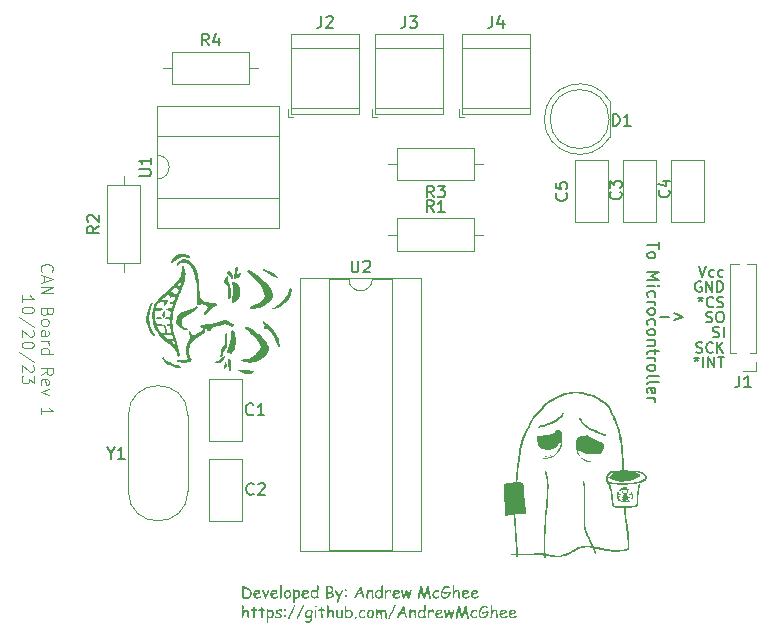
<source format=gbr>
%TF.GenerationSoftware,KiCad,Pcbnew,7.0.8*%
%TF.CreationDate,2023-10-19T16:09:30-04:00*%
%TF.ProjectId,CAN-Board-V1,43414e2d-426f-4617-9264-2d56312e6b69,rev?*%
%TF.SameCoordinates,Original*%
%TF.FileFunction,Legend,Top*%
%TF.FilePolarity,Positive*%
%FSLAX46Y46*%
G04 Gerber Fmt 4.6, Leading zero omitted, Abs format (unit mm)*
G04 Created by KiCad (PCBNEW 7.0.8) date 2023-10-19 16:09:30*
%MOMM*%
%LPD*%
G01*
G04 APERTURE LIST*
%ADD10C,0.150000*%
%ADD11C,0.100000*%
%ADD12C,0.120000*%
G04 APERTURE END LIST*
D10*
X133842341Y-65580857D02*
X133842341Y-65795142D01*
X133628055Y-65709428D02*
X133842341Y-65795142D01*
X133842341Y-65795142D02*
X134056626Y-65709428D01*
X133713769Y-65966571D02*
X133842341Y-65795142D01*
X133842341Y-65795142D02*
X133970912Y-65966571D01*
X134399483Y-66480857D02*
X134399483Y-65580857D01*
X134828054Y-66480857D02*
X134828054Y-65580857D01*
X134828054Y-65580857D02*
X135342340Y-66480857D01*
X135342340Y-66480857D02*
X135342340Y-65580857D01*
X135642340Y-65580857D02*
X136156626Y-65580857D01*
X135899483Y-66480857D02*
X135899483Y-65580857D01*
X133823312Y-65218800D02*
X133951884Y-65261657D01*
X133951884Y-65261657D02*
X134166169Y-65261657D01*
X134166169Y-65261657D02*
X134251884Y-65218800D01*
X134251884Y-65218800D02*
X134294741Y-65175942D01*
X134294741Y-65175942D02*
X134337598Y-65090228D01*
X134337598Y-65090228D02*
X134337598Y-65004514D01*
X134337598Y-65004514D02*
X134294741Y-64918800D01*
X134294741Y-64918800D02*
X134251884Y-64875942D01*
X134251884Y-64875942D02*
X134166169Y-64833085D01*
X134166169Y-64833085D02*
X133994741Y-64790228D01*
X133994741Y-64790228D02*
X133909026Y-64747371D01*
X133909026Y-64747371D02*
X133866169Y-64704514D01*
X133866169Y-64704514D02*
X133823312Y-64618800D01*
X133823312Y-64618800D02*
X133823312Y-64533085D01*
X133823312Y-64533085D02*
X133866169Y-64447371D01*
X133866169Y-64447371D02*
X133909026Y-64404514D01*
X133909026Y-64404514D02*
X133994741Y-64361657D01*
X133994741Y-64361657D02*
X134209026Y-64361657D01*
X134209026Y-64361657D02*
X134337598Y-64404514D01*
X135237598Y-65175942D02*
X135194741Y-65218800D01*
X135194741Y-65218800D02*
X135066169Y-65261657D01*
X135066169Y-65261657D02*
X134980455Y-65261657D01*
X134980455Y-65261657D02*
X134851884Y-65218800D01*
X134851884Y-65218800D02*
X134766169Y-65133085D01*
X134766169Y-65133085D02*
X134723312Y-65047371D01*
X134723312Y-65047371D02*
X134680455Y-64875942D01*
X134680455Y-64875942D02*
X134680455Y-64747371D01*
X134680455Y-64747371D02*
X134723312Y-64575942D01*
X134723312Y-64575942D02*
X134766169Y-64490228D01*
X134766169Y-64490228D02*
X134851884Y-64404514D01*
X134851884Y-64404514D02*
X134980455Y-64361657D01*
X134980455Y-64361657D02*
X135066169Y-64361657D01*
X135066169Y-64361657D02*
X135194741Y-64404514D01*
X135194741Y-64404514D02*
X135237598Y-64447371D01*
X135623312Y-65261657D02*
X135623312Y-64361657D01*
X136137598Y-65261657D02*
X135751884Y-64747371D01*
X136137598Y-64361657D02*
X135623312Y-64875942D01*
X135245712Y-63898000D02*
X135374284Y-63940857D01*
X135374284Y-63940857D02*
X135588569Y-63940857D01*
X135588569Y-63940857D02*
X135674284Y-63898000D01*
X135674284Y-63898000D02*
X135717141Y-63855142D01*
X135717141Y-63855142D02*
X135759998Y-63769428D01*
X135759998Y-63769428D02*
X135759998Y-63683714D01*
X135759998Y-63683714D02*
X135717141Y-63598000D01*
X135717141Y-63598000D02*
X135674284Y-63555142D01*
X135674284Y-63555142D02*
X135588569Y-63512285D01*
X135588569Y-63512285D02*
X135417141Y-63469428D01*
X135417141Y-63469428D02*
X135331426Y-63426571D01*
X135331426Y-63426571D02*
X135288569Y-63383714D01*
X135288569Y-63383714D02*
X135245712Y-63298000D01*
X135245712Y-63298000D02*
X135245712Y-63212285D01*
X135245712Y-63212285D02*
X135288569Y-63126571D01*
X135288569Y-63126571D02*
X135331426Y-63083714D01*
X135331426Y-63083714D02*
X135417141Y-63040857D01*
X135417141Y-63040857D02*
X135631426Y-63040857D01*
X135631426Y-63040857D02*
X135759998Y-63083714D01*
X136145712Y-63940857D02*
X136145712Y-63040857D01*
X134686912Y-62628000D02*
X134815484Y-62670857D01*
X134815484Y-62670857D02*
X135029769Y-62670857D01*
X135029769Y-62670857D02*
X135115484Y-62628000D01*
X135115484Y-62628000D02*
X135158341Y-62585142D01*
X135158341Y-62585142D02*
X135201198Y-62499428D01*
X135201198Y-62499428D02*
X135201198Y-62413714D01*
X135201198Y-62413714D02*
X135158341Y-62328000D01*
X135158341Y-62328000D02*
X135115484Y-62285142D01*
X135115484Y-62285142D02*
X135029769Y-62242285D01*
X135029769Y-62242285D02*
X134858341Y-62199428D01*
X134858341Y-62199428D02*
X134772626Y-62156571D01*
X134772626Y-62156571D02*
X134729769Y-62113714D01*
X134729769Y-62113714D02*
X134686912Y-62028000D01*
X134686912Y-62028000D02*
X134686912Y-61942285D01*
X134686912Y-61942285D02*
X134729769Y-61856571D01*
X134729769Y-61856571D02*
X134772626Y-61813714D01*
X134772626Y-61813714D02*
X134858341Y-61770857D01*
X134858341Y-61770857D02*
X135072626Y-61770857D01*
X135072626Y-61770857D02*
X135201198Y-61813714D01*
X135758341Y-61770857D02*
X135929769Y-61770857D01*
X135929769Y-61770857D02*
X136015484Y-61813714D01*
X136015484Y-61813714D02*
X136101198Y-61899428D01*
X136101198Y-61899428D02*
X136144055Y-62070857D01*
X136144055Y-62070857D02*
X136144055Y-62370857D01*
X136144055Y-62370857D02*
X136101198Y-62542285D01*
X136101198Y-62542285D02*
X136015484Y-62628000D01*
X136015484Y-62628000D02*
X135929769Y-62670857D01*
X135929769Y-62670857D02*
X135758341Y-62670857D01*
X135758341Y-62670857D02*
X135672627Y-62628000D01*
X135672627Y-62628000D02*
X135586912Y-62542285D01*
X135586912Y-62542285D02*
X135544055Y-62370857D01*
X135544055Y-62370857D02*
X135544055Y-62070857D01*
X135544055Y-62070857D02*
X135586912Y-61899428D01*
X135586912Y-61899428D02*
X135672627Y-61813714D01*
X135672627Y-61813714D02*
X135758341Y-61770857D01*
X134197941Y-60500857D02*
X134197941Y-60715142D01*
X133983655Y-60629428D02*
X134197941Y-60715142D01*
X134197941Y-60715142D02*
X134412226Y-60629428D01*
X134069369Y-60886571D02*
X134197941Y-60715142D01*
X134197941Y-60715142D02*
X134326512Y-60886571D01*
X135269369Y-61315142D02*
X135226512Y-61358000D01*
X135226512Y-61358000D02*
X135097940Y-61400857D01*
X135097940Y-61400857D02*
X135012226Y-61400857D01*
X135012226Y-61400857D02*
X134883655Y-61358000D01*
X134883655Y-61358000D02*
X134797940Y-61272285D01*
X134797940Y-61272285D02*
X134755083Y-61186571D01*
X134755083Y-61186571D02*
X134712226Y-61015142D01*
X134712226Y-61015142D02*
X134712226Y-60886571D01*
X134712226Y-60886571D02*
X134755083Y-60715142D01*
X134755083Y-60715142D02*
X134797940Y-60629428D01*
X134797940Y-60629428D02*
X134883655Y-60543714D01*
X134883655Y-60543714D02*
X135012226Y-60500857D01*
X135012226Y-60500857D02*
X135097940Y-60500857D01*
X135097940Y-60500857D02*
X135226512Y-60543714D01*
X135226512Y-60543714D02*
X135269369Y-60586571D01*
X135612226Y-61358000D02*
X135740798Y-61400857D01*
X135740798Y-61400857D02*
X135955083Y-61400857D01*
X135955083Y-61400857D02*
X136040798Y-61358000D01*
X136040798Y-61358000D02*
X136083655Y-61315142D01*
X136083655Y-61315142D02*
X136126512Y-61229428D01*
X136126512Y-61229428D02*
X136126512Y-61143714D01*
X136126512Y-61143714D02*
X136083655Y-61058000D01*
X136083655Y-61058000D02*
X136040798Y-61015142D01*
X136040798Y-61015142D02*
X135955083Y-60972285D01*
X135955083Y-60972285D02*
X135783655Y-60929428D01*
X135783655Y-60929428D02*
X135697940Y-60886571D01*
X135697940Y-60886571D02*
X135655083Y-60843714D01*
X135655083Y-60843714D02*
X135612226Y-60758000D01*
X135612226Y-60758000D02*
X135612226Y-60672285D01*
X135612226Y-60672285D02*
X135655083Y-60586571D01*
X135655083Y-60586571D02*
X135697940Y-60543714D01*
X135697940Y-60543714D02*
X135783655Y-60500857D01*
X135783655Y-60500857D02*
X135997940Y-60500857D01*
X135997940Y-60500857D02*
X136126512Y-60543714D01*
D11*
X78439219Y-58371503D02*
X78391600Y-58323884D01*
X78391600Y-58323884D02*
X78343980Y-58181027D01*
X78343980Y-58181027D02*
X78343980Y-58085789D01*
X78343980Y-58085789D02*
X78391600Y-57942932D01*
X78391600Y-57942932D02*
X78486838Y-57847694D01*
X78486838Y-57847694D02*
X78582076Y-57800075D01*
X78582076Y-57800075D02*
X78772552Y-57752456D01*
X78772552Y-57752456D02*
X78915409Y-57752456D01*
X78915409Y-57752456D02*
X79105885Y-57800075D01*
X79105885Y-57800075D02*
X79201123Y-57847694D01*
X79201123Y-57847694D02*
X79296361Y-57942932D01*
X79296361Y-57942932D02*
X79343980Y-58085789D01*
X79343980Y-58085789D02*
X79343980Y-58181027D01*
X79343980Y-58181027D02*
X79296361Y-58323884D01*
X79296361Y-58323884D02*
X79248742Y-58371503D01*
X78629695Y-58752456D02*
X78629695Y-59228646D01*
X78343980Y-58657218D02*
X79343980Y-58990551D01*
X79343980Y-58990551D02*
X78343980Y-59323884D01*
X78343980Y-59657218D02*
X79343980Y-59657218D01*
X79343980Y-59657218D02*
X78343980Y-60228646D01*
X78343980Y-60228646D02*
X79343980Y-60228646D01*
X78867790Y-61800075D02*
X78820171Y-61942932D01*
X78820171Y-61942932D02*
X78772552Y-61990551D01*
X78772552Y-61990551D02*
X78677314Y-62038170D01*
X78677314Y-62038170D02*
X78534457Y-62038170D01*
X78534457Y-62038170D02*
X78439219Y-61990551D01*
X78439219Y-61990551D02*
X78391600Y-61942932D01*
X78391600Y-61942932D02*
X78343980Y-61847694D01*
X78343980Y-61847694D02*
X78343980Y-61466742D01*
X78343980Y-61466742D02*
X79343980Y-61466742D01*
X79343980Y-61466742D02*
X79343980Y-61800075D01*
X79343980Y-61800075D02*
X79296361Y-61895313D01*
X79296361Y-61895313D02*
X79248742Y-61942932D01*
X79248742Y-61942932D02*
X79153504Y-61990551D01*
X79153504Y-61990551D02*
X79058266Y-61990551D01*
X79058266Y-61990551D02*
X78963028Y-61942932D01*
X78963028Y-61942932D02*
X78915409Y-61895313D01*
X78915409Y-61895313D02*
X78867790Y-61800075D01*
X78867790Y-61800075D02*
X78867790Y-61466742D01*
X78343980Y-62609599D02*
X78391600Y-62514361D01*
X78391600Y-62514361D02*
X78439219Y-62466742D01*
X78439219Y-62466742D02*
X78534457Y-62419123D01*
X78534457Y-62419123D02*
X78820171Y-62419123D01*
X78820171Y-62419123D02*
X78915409Y-62466742D01*
X78915409Y-62466742D02*
X78963028Y-62514361D01*
X78963028Y-62514361D02*
X79010647Y-62609599D01*
X79010647Y-62609599D02*
X79010647Y-62752456D01*
X79010647Y-62752456D02*
X78963028Y-62847694D01*
X78963028Y-62847694D02*
X78915409Y-62895313D01*
X78915409Y-62895313D02*
X78820171Y-62942932D01*
X78820171Y-62942932D02*
X78534457Y-62942932D01*
X78534457Y-62942932D02*
X78439219Y-62895313D01*
X78439219Y-62895313D02*
X78391600Y-62847694D01*
X78391600Y-62847694D02*
X78343980Y-62752456D01*
X78343980Y-62752456D02*
X78343980Y-62609599D01*
X78343980Y-63800075D02*
X78867790Y-63800075D01*
X78867790Y-63800075D02*
X78963028Y-63752456D01*
X78963028Y-63752456D02*
X79010647Y-63657218D01*
X79010647Y-63657218D02*
X79010647Y-63466742D01*
X79010647Y-63466742D02*
X78963028Y-63371504D01*
X78391600Y-63800075D02*
X78343980Y-63704837D01*
X78343980Y-63704837D02*
X78343980Y-63466742D01*
X78343980Y-63466742D02*
X78391600Y-63371504D01*
X78391600Y-63371504D02*
X78486838Y-63323885D01*
X78486838Y-63323885D02*
X78582076Y-63323885D01*
X78582076Y-63323885D02*
X78677314Y-63371504D01*
X78677314Y-63371504D02*
X78724933Y-63466742D01*
X78724933Y-63466742D02*
X78724933Y-63704837D01*
X78724933Y-63704837D02*
X78772552Y-63800075D01*
X78343980Y-64276266D02*
X79010647Y-64276266D01*
X78820171Y-64276266D02*
X78915409Y-64323885D01*
X78915409Y-64323885D02*
X78963028Y-64371504D01*
X78963028Y-64371504D02*
X79010647Y-64466742D01*
X79010647Y-64466742D02*
X79010647Y-64561980D01*
X78343980Y-65323885D02*
X79343980Y-65323885D01*
X78391600Y-65323885D02*
X78343980Y-65228647D01*
X78343980Y-65228647D02*
X78343980Y-65038171D01*
X78343980Y-65038171D02*
X78391600Y-64942933D01*
X78391600Y-64942933D02*
X78439219Y-64895314D01*
X78439219Y-64895314D02*
X78534457Y-64847695D01*
X78534457Y-64847695D02*
X78820171Y-64847695D01*
X78820171Y-64847695D02*
X78915409Y-64895314D01*
X78915409Y-64895314D02*
X78963028Y-64942933D01*
X78963028Y-64942933D02*
X79010647Y-65038171D01*
X79010647Y-65038171D02*
X79010647Y-65228647D01*
X79010647Y-65228647D02*
X78963028Y-65323885D01*
X78343980Y-67133409D02*
X78820171Y-66800076D01*
X78343980Y-66561981D02*
X79343980Y-66561981D01*
X79343980Y-66561981D02*
X79343980Y-66942933D01*
X79343980Y-66942933D02*
X79296361Y-67038171D01*
X79296361Y-67038171D02*
X79248742Y-67085790D01*
X79248742Y-67085790D02*
X79153504Y-67133409D01*
X79153504Y-67133409D02*
X79010647Y-67133409D01*
X79010647Y-67133409D02*
X78915409Y-67085790D01*
X78915409Y-67085790D02*
X78867790Y-67038171D01*
X78867790Y-67038171D02*
X78820171Y-66942933D01*
X78820171Y-66942933D02*
X78820171Y-66561981D01*
X78391600Y-67942933D02*
X78343980Y-67847695D01*
X78343980Y-67847695D02*
X78343980Y-67657219D01*
X78343980Y-67657219D02*
X78391600Y-67561981D01*
X78391600Y-67561981D02*
X78486838Y-67514362D01*
X78486838Y-67514362D02*
X78867790Y-67514362D01*
X78867790Y-67514362D02*
X78963028Y-67561981D01*
X78963028Y-67561981D02*
X79010647Y-67657219D01*
X79010647Y-67657219D02*
X79010647Y-67847695D01*
X79010647Y-67847695D02*
X78963028Y-67942933D01*
X78963028Y-67942933D02*
X78867790Y-67990552D01*
X78867790Y-67990552D02*
X78772552Y-67990552D01*
X78772552Y-67990552D02*
X78677314Y-67514362D01*
X79010647Y-68323886D02*
X78343980Y-68561981D01*
X78343980Y-68561981D02*
X79010647Y-68800076D01*
X78343980Y-70466743D02*
X78343980Y-69895315D01*
X78343980Y-70181029D02*
X79343980Y-70181029D01*
X79343980Y-70181029D02*
X79201123Y-70085791D01*
X79201123Y-70085791D02*
X79105885Y-69990553D01*
X79105885Y-69990553D02*
X79058266Y-69895315D01*
X76733980Y-60966742D02*
X76733980Y-60395314D01*
X76733980Y-60681028D02*
X77733980Y-60681028D01*
X77733980Y-60681028D02*
X77591123Y-60585790D01*
X77591123Y-60585790D02*
X77495885Y-60490552D01*
X77495885Y-60490552D02*
X77448266Y-60395314D01*
X77733980Y-61585790D02*
X77733980Y-61681028D01*
X77733980Y-61681028D02*
X77686361Y-61776266D01*
X77686361Y-61776266D02*
X77638742Y-61823885D01*
X77638742Y-61823885D02*
X77543504Y-61871504D01*
X77543504Y-61871504D02*
X77353028Y-61919123D01*
X77353028Y-61919123D02*
X77114933Y-61919123D01*
X77114933Y-61919123D02*
X76924457Y-61871504D01*
X76924457Y-61871504D02*
X76829219Y-61823885D01*
X76829219Y-61823885D02*
X76781600Y-61776266D01*
X76781600Y-61776266D02*
X76733980Y-61681028D01*
X76733980Y-61681028D02*
X76733980Y-61585790D01*
X76733980Y-61585790D02*
X76781600Y-61490552D01*
X76781600Y-61490552D02*
X76829219Y-61442933D01*
X76829219Y-61442933D02*
X76924457Y-61395314D01*
X76924457Y-61395314D02*
X77114933Y-61347695D01*
X77114933Y-61347695D02*
X77353028Y-61347695D01*
X77353028Y-61347695D02*
X77543504Y-61395314D01*
X77543504Y-61395314D02*
X77638742Y-61442933D01*
X77638742Y-61442933D02*
X77686361Y-61490552D01*
X77686361Y-61490552D02*
X77733980Y-61585790D01*
X77781600Y-63061980D02*
X76495885Y-62204838D01*
X77638742Y-63347695D02*
X77686361Y-63395314D01*
X77686361Y-63395314D02*
X77733980Y-63490552D01*
X77733980Y-63490552D02*
X77733980Y-63728647D01*
X77733980Y-63728647D02*
X77686361Y-63823885D01*
X77686361Y-63823885D02*
X77638742Y-63871504D01*
X77638742Y-63871504D02*
X77543504Y-63919123D01*
X77543504Y-63919123D02*
X77448266Y-63919123D01*
X77448266Y-63919123D02*
X77305409Y-63871504D01*
X77305409Y-63871504D02*
X76733980Y-63300076D01*
X76733980Y-63300076D02*
X76733980Y-63919123D01*
X77733980Y-64538171D02*
X77733980Y-64633409D01*
X77733980Y-64633409D02*
X77686361Y-64728647D01*
X77686361Y-64728647D02*
X77638742Y-64776266D01*
X77638742Y-64776266D02*
X77543504Y-64823885D01*
X77543504Y-64823885D02*
X77353028Y-64871504D01*
X77353028Y-64871504D02*
X77114933Y-64871504D01*
X77114933Y-64871504D02*
X76924457Y-64823885D01*
X76924457Y-64823885D02*
X76829219Y-64776266D01*
X76829219Y-64776266D02*
X76781600Y-64728647D01*
X76781600Y-64728647D02*
X76733980Y-64633409D01*
X76733980Y-64633409D02*
X76733980Y-64538171D01*
X76733980Y-64538171D02*
X76781600Y-64442933D01*
X76781600Y-64442933D02*
X76829219Y-64395314D01*
X76829219Y-64395314D02*
X76924457Y-64347695D01*
X76924457Y-64347695D02*
X77114933Y-64300076D01*
X77114933Y-64300076D02*
X77353028Y-64300076D01*
X77353028Y-64300076D02*
X77543504Y-64347695D01*
X77543504Y-64347695D02*
X77638742Y-64395314D01*
X77638742Y-64395314D02*
X77686361Y-64442933D01*
X77686361Y-64442933D02*
X77733980Y-64538171D01*
X77781600Y-66014361D02*
X76495885Y-65157219D01*
X77638742Y-66300076D02*
X77686361Y-66347695D01*
X77686361Y-66347695D02*
X77733980Y-66442933D01*
X77733980Y-66442933D02*
X77733980Y-66681028D01*
X77733980Y-66681028D02*
X77686361Y-66776266D01*
X77686361Y-66776266D02*
X77638742Y-66823885D01*
X77638742Y-66823885D02*
X77543504Y-66871504D01*
X77543504Y-66871504D02*
X77448266Y-66871504D01*
X77448266Y-66871504D02*
X77305409Y-66823885D01*
X77305409Y-66823885D02*
X76733980Y-66252457D01*
X76733980Y-66252457D02*
X76733980Y-66871504D01*
X77733980Y-67204838D02*
X77733980Y-67823885D01*
X77733980Y-67823885D02*
X77353028Y-67490552D01*
X77353028Y-67490552D02*
X77353028Y-67633409D01*
X77353028Y-67633409D02*
X77305409Y-67728647D01*
X77305409Y-67728647D02*
X77257790Y-67776266D01*
X77257790Y-67776266D02*
X77162552Y-67823885D01*
X77162552Y-67823885D02*
X76924457Y-67823885D01*
X76924457Y-67823885D02*
X76829219Y-67776266D01*
X76829219Y-67776266D02*
X76781600Y-67728647D01*
X76781600Y-67728647D02*
X76733980Y-67633409D01*
X76733980Y-67633409D02*
X76733980Y-67347695D01*
X76733980Y-67347695D02*
X76781600Y-67252457D01*
X76781600Y-67252457D02*
X76829219Y-67204838D01*
D10*
G36*
X95480021Y-84973240D02*
G01*
X95489566Y-84976452D01*
X95501507Y-84981090D01*
X95512036Y-84985506D01*
X95523913Y-84990725D01*
X95537137Y-84996746D01*
X95546703Y-85001206D01*
X95556868Y-85006023D01*
X95567632Y-85011197D01*
X95578995Y-85016728D01*
X95591866Y-85022902D01*
X95604041Y-85028723D01*
X95615519Y-85034190D01*
X95626301Y-85039305D01*
X95636387Y-85044067D01*
X95645776Y-85048476D01*
X95658554Y-85054427D01*
X95669764Y-85059584D01*
X95679408Y-85063947D01*
X95689828Y-85068528D01*
X95698936Y-85072269D01*
X95701360Y-85073148D01*
X95713501Y-85077339D01*
X95725528Y-85081667D01*
X95737442Y-85086133D01*
X95749243Y-85090737D01*
X95760931Y-85095479D01*
X95772507Y-85100359D01*
X95783969Y-85105377D01*
X95795317Y-85110533D01*
X95806553Y-85115826D01*
X95817676Y-85121257D01*
X95828686Y-85126826D01*
X95839583Y-85132533D01*
X95850366Y-85138378D01*
X95861037Y-85144361D01*
X95871594Y-85150482D01*
X95882039Y-85156740D01*
X95892370Y-85163137D01*
X95902589Y-85169671D01*
X95912694Y-85176343D01*
X95922686Y-85183153D01*
X95932565Y-85190101D01*
X95942332Y-85197186D01*
X95951985Y-85204410D01*
X95961525Y-85211771D01*
X95970952Y-85219270D01*
X95980266Y-85226908D01*
X95989466Y-85234683D01*
X95998554Y-85242595D01*
X96007529Y-85250646D01*
X96016391Y-85258835D01*
X96025139Y-85267161D01*
X96033775Y-85275625D01*
X96043707Y-85285732D01*
X96053325Y-85295900D01*
X96062627Y-85306132D01*
X96071613Y-85316425D01*
X96080285Y-85326782D01*
X96088641Y-85337200D01*
X96096681Y-85347682D01*
X96104407Y-85358225D01*
X96111817Y-85368832D01*
X96118912Y-85379500D01*
X96125691Y-85390231D01*
X96132155Y-85401025D01*
X96138304Y-85411881D01*
X96144137Y-85422800D01*
X96149655Y-85433781D01*
X96154858Y-85444825D01*
X96159746Y-85455931D01*
X96164318Y-85467099D01*
X96168575Y-85478331D01*
X96172516Y-85489624D01*
X96176142Y-85500980D01*
X96179453Y-85512399D01*
X96182449Y-85523880D01*
X96185129Y-85535424D01*
X96187494Y-85547030D01*
X96189544Y-85558698D01*
X96191278Y-85570429D01*
X96192697Y-85582223D01*
X96193800Y-85594079D01*
X96194589Y-85605997D01*
X96195062Y-85617978D01*
X96195219Y-85630022D01*
X96195003Y-85644517D01*
X96194353Y-85658938D01*
X96193270Y-85673284D01*
X96191754Y-85687556D01*
X96189805Y-85701754D01*
X96187423Y-85715877D01*
X96184607Y-85729926D01*
X96181359Y-85743900D01*
X96177677Y-85757800D01*
X96173562Y-85771625D01*
X96169014Y-85785377D01*
X96164033Y-85799053D01*
X96158618Y-85812655D01*
X96152771Y-85826183D01*
X96146490Y-85839637D01*
X96139776Y-85853016D01*
X96132719Y-85866193D01*
X96125347Y-85879043D01*
X96117660Y-85891564D01*
X96109658Y-85903757D01*
X96101341Y-85915622D01*
X96092710Y-85927159D01*
X96083763Y-85938367D01*
X96074502Y-85949247D01*
X96064926Y-85959799D01*
X96055035Y-85970023D01*
X96044830Y-85979919D01*
X96034309Y-85989486D01*
X96023474Y-85998725D01*
X96012323Y-86007637D01*
X96000858Y-86016219D01*
X95989078Y-86024474D01*
X95975406Y-86033199D01*
X95961010Y-86041361D01*
X95945890Y-86048960D01*
X95930048Y-86055997D01*
X95913482Y-86062470D01*
X95896194Y-86068380D01*
X95878182Y-86073728D01*
X95859446Y-86078513D01*
X95849808Y-86080694D01*
X95839988Y-86082735D01*
X95829988Y-86084634D01*
X95819807Y-86086393D01*
X95809445Y-86088012D01*
X95798902Y-86089489D01*
X95788178Y-86090826D01*
X95777274Y-86092022D01*
X95766189Y-86093078D01*
X95754923Y-86093993D01*
X95743476Y-86094767D01*
X95731849Y-86095400D01*
X95720040Y-86095892D01*
X95708051Y-86096244D01*
X95695881Y-86096455D01*
X95683531Y-86096526D01*
X95670784Y-86096281D01*
X95660924Y-86095778D01*
X95650806Y-86094999D01*
X95640430Y-86093946D01*
X95629797Y-86092618D01*
X95618906Y-86091015D01*
X95607758Y-86089137D01*
X95596352Y-86086985D01*
X95584689Y-86084558D01*
X95572767Y-86081856D01*
X95568736Y-86080894D01*
X95559179Y-86078561D01*
X95545407Y-86074901D01*
X95532314Y-86071048D01*
X95519899Y-86067002D01*
X95508162Y-86062762D01*
X95497104Y-86058329D01*
X95486724Y-86053703D01*
X95477023Y-86048884D01*
X95468000Y-86043871D01*
X95459655Y-86038666D01*
X95451988Y-86033267D01*
X95445150Y-86033267D01*
X95434402Y-86032554D01*
X95424324Y-86030416D01*
X95414916Y-86026853D01*
X95406178Y-86021864D01*
X95398109Y-86015449D01*
X95395568Y-86012995D01*
X95388845Y-86004992D01*
X95383513Y-85996371D01*
X95379571Y-85987132D01*
X95377021Y-85977274D01*
X95375862Y-85966798D01*
X95375785Y-85963169D01*
X95375840Y-85949172D01*
X95375940Y-85939147D01*
X95376088Y-85928566D01*
X95376287Y-85917430D01*
X95376514Y-85906749D01*
X95515736Y-85906749D01*
X95524646Y-85911849D01*
X95530146Y-85915542D01*
X95541780Y-85922744D01*
X95553968Y-85929237D01*
X95566710Y-85935023D01*
X95580006Y-85940100D01*
X95593856Y-85944468D01*
X95603396Y-85946987D01*
X95613183Y-85949191D01*
X95623216Y-85951080D01*
X95633495Y-85952654D01*
X95644021Y-85953913D01*
X95654792Y-85954858D01*
X95665810Y-85955488D01*
X95677074Y-85955802D01*
X95682798Y-85955842D01*
X95702036Y-85955656D01*
X95720610Y-85955098D01*
X95738520Y-85954167D01*
X95755765Y-85952865D01*
X95772347Y-85951191D01*
X95788265Y-85949144D01*
X95803519Y-85946726D01*
X95818108Y-85943935D01*
X95832034Y-85940772D01*
X95845296Y-85937237D01*
X95857893Y-85933330D01*
X95869827Y-85929051D01*
X95881096Y-85924400D01*
X95891702Y-85919377D01*
X95901643Y-85913982D01*
X95910921Y-85908214D01*
X95919120Y-85902476D01*
X95927109Y-85896495D01*
X95934889Y-85890271D01*
X95942459Y-85883805D01*
X95949818Y-85877097D01*
X95956968Y-85870147D01*
X95963908Y-85862954D01*
X95970638Y-85855519D01*
X95977158Y-85847842D01*
X95983468Y-85839922D01*
X95989569Y-85831760D01*
X95995459Y-85823355D01*
X96001140Y-85814709D01*
X96006610Y-85805819D01*
X96011871Y-85796688D01*
X96016922Y-85787314D01*
X96021713Y-85777794D01*
X96026196Y-85768221D01*
X96030369Y-85758598D01*
X96034233Y-85748922D01*
X96037788Y-85739196D01*
X96041033Y-85729417D01*
X96043970Y-85719587D01*
X96046598Y-85709706D01*
X96048916Y-85699773D01*
X96050925Y-85689789D01*
X96052625Y-85679753D01*
X96054016Y-85669665D01*
X96055098Y-85659527D01*
X96055871Y-85649336D01*
X96056335Y-85639094D01*
X96056489Y-85628801D01*
X96056283Y-85616841D01*
X96055663Y-85604990D01*
X96054630Y-85593247D01*
X96053184Y-85581612D01*
X96051325Y-85570086D01*
X96049053Y-85558668D01*
X96046368Y-85547358D01*
X96043270Y-85536156D01*
X96039758Y-85525063D01*
X96035834Y-85514078D01*
X96031496Y-85503201D01*
X96026745Y-85492433D01*
X96021581Y-85481773D01*
X96016004Y-85471221D01*
X96010014Y-85460778D01*
X96003611Y-85450442D01*
X95996794Y-85440215D01*
X95989565Y-85430097D01*
X95981922Y-85420086D01*
X95973867Y-85410184D01*
X95965398Y-85400390D01*
X95956516Y-85390705D01*
X95947221Y-85381128D01*
X95937513Y-85371659D01*
X95927391Y-85362298D01*
X95916857Y-85353046D01*
X95905909Y-85343902D01*
X95894549Y-85334866D01*
X95882775Y-85325938D01*
X95870588Y-85317119D01*
X95857988Y-85308408D01*
X95844975Y-85299806D01*
X95835496Y-85293841D01*
X95824585Y-85287364D01*
X95812240Y-85280377D01*
X95798462Y-85272878D01*
X95783251Y-85264867D01*
X95766607Y-85256346D01*
X95757748Y-85251893D01*
X95748531Y-85247312D01*
X95738955Y-85242604D01*
X95729021Y-85237768D01*
X95718728Y-85232804D01*
X95708078Y-85227712D01*
X95697069Y-85222492D01*
X95685702Y-85217145D01*
X95673977Y-85211669D01*
X95661893Y-85206066D01*
X95649451Y-85200335D01*
X95636651Y-85194476D01*
X95623493Y-85188489D01*
X95609976Y-85182374D01*
X95596101Y-85176132D01*
X95581868Y-85169761D01*
X95567277Y-85163263D01*
X95552327Y-85156637D01*
X95537019Y-85149883D01*
X95521353Y-85143002D01*
X95524773Y-85339129D01*
X95526727Y-85534767D01*
X95515736Y-85906749D01*
X95376514Y-85906749D01*
X95376535Y-85905739D01*
X95376833Y-85893492D01*
X95377180Y-85880691D01*
X95377577Y-85867334D01*
X95378023Y-85853421D01*
X95378519Y-85838954D01*
X95379065Y-85823931D01*
X95379660Y-85808353D01*
X95380305Y-85792219D01*
X95381000Y-85775531D01*
X95381744Y-85758287D01*
X95382135Y-85749457D01*
X95382933Y-85731905D01*
X95383680Y-85714911D01*
X95384376Y-85698475D01*
X95385020Y-85682595D01*
X95385612Y-85667273D01*
X95386153Y-85652507D01*
X95386643Y-85638299D01*
X95387081Y-85624648D01*
X95387467Y-85611555D01*
X95387802Y-85599018D01*
X95388085Y-85587039D01*
X95388317Y-85575617D01*
X95388498Y-85564752D01*
X95388626Y-85554444D01*
X95388723Y-85540027D01*
X95388729Y-85535500D01*
X95388717Y-85525241D01*
X95388680Y-85514369D01*
X95388618Y-85502885D01*
X95388531Y-85490788D01*
X95388419Y-85478079D01*
X95388283Y-85464757D01*
X95388122Y-85450823D01*
X95387936Y-85436276D01*
X95387725Y-85421117D01*
X95387489Y-85405345D01*
X95387229Y-85388961D01*
X95386943Y-85371964D01*
X95386633Y-85354355D01*
X95386298Y-85336133D01*
X95385939Y-85317298D01*
X95385554Y-85297852D01*
X95385374Y-85288052D01*
X95385030Y-85268911D01*
X95384710Y-85250383D01*
X95384412Y-85232467D01*
X95384137Y-85215164D01*
X95383886Y-85198474D01*
X95383657Y-85182396D01*
X95383451Y-85166930D01*
X95383267Y-85152077D01*
X95383107Y-85137836D01*
X95382970Y-85124208D01*
X95382855Y-85111193D01*
X95382764Y-85098790D01*
X95382695Y-85087000D01*
X95382649Y-85075822D01*
X95382626Y-85065256D01*
X95382623Y-85060203D01*
X95383637Y-85049667D01*
X95386676Y-85038943D01*
X95390757Y-85029861D01*
X95396246Y-85020648D01*
X95403141Y-85011304D01*
X95409671Y-85003735D01*
X95411444Y-85001829D01*
X95418649Y-84994616D01*
X95427656Y-84986953D01*
X95436662Y-84980792D01*
X95445669Y-84976134D01*
X95456476Y-84972527D01*
X95467284Y-84971085D01*
X95469085Y-84971055D01*
X95480021Y-84973240D01*
G37*
G36*
X96671909Y-85315100D02*
G01*
X96685674Y-85315555D01*
X96699111Y-85316314D01*
X96712220Y-85317376D01*
X96725001Y-85318741D01*
X96737454Y-85320410D01*
X96749578Y-85322382D01*
X96761374Y-85324657D01*
X96772842Y-85327236D01*
X96783982Y-85330118D01*
X96794794Y-85333304D01*
X96805277Y-85336793D01*
X96815432Y-85340585D01*
X96825259Y-85344681D01*
X96834758Y-85349081D01*
X96843928Y-85353783D01*
X96854665Y-85359998D01*
X96864708Y-85366614D01*
X96874059Y-85373630D01*
X96882717Y-85381047D01*
X96890683Y-85388864D01*
X96897956Y-85397083D01*
X96904536Y-85405702D01*
X96910423Y-85414722D01*
X96915618Y-85424142D01*
X96920121Y-85433964D01*
X96923930Y-85444185D01*
X96927047Y-85454808D01*
X96929472Y-85465831D01*
X96931203Y-85477256D01*
X96932242Y-85489080D01*
X96932588Y-85501306D01*
X96931906Y-85514246D01*
X96929858Y-85526963D01*
X96926445Y-85539456D01*
X96921666Y-85551727D01*
X96915522Y-85563774D01*
X96908013Y-85575598D01*
X96899139Y-85587198D01*
X96892464Y-85594808D01*
X96885183Y-85602318D01*
X96877295Y-85609730D01*
X96868800Y-85617042D01*
X96859698Y-85624254D01*
X96854919Y-85627824D01*
X96845165Y-85633960D01*
X96836266Y-85639084D01*
X96826011Y-85644654D01*
X96814399Y-85650670D01*
X96801430Y-85657133D01*
X96792031Y-85661689D01*
X96782028Y-85666445D01*
X96771423Y-85671398D01*
X96760214Y-85676550D01*
X96748403Y-85681901D01*
X96735988Y-85687449D01*
X96722971Y-85693197D01*
X96709351Y-85699143D01*
X96447034Y-85814425D01*
X96454433Y-85824447D01*
X96462158Y-85833997D01*
X96470209Y-85843075D01*
X96478587Y-85851680D01*
X96487291Y-85859813D01*
X96496321Y-85867474D01*
X96505678Y-85874662D01*
X96515361Y-85881378D01*
X96525370Y-85887622D01*
X96535705Y-85893394D01*
X96542777Y-85896979D01*
X96553704Y-85901912D01*
X96564962Y-85906359D01*
X96576550Y-85910321D01*
X96588469Y-85913798D01*
X96600719Y-85916789D01*
X96613299Y-85919296D01*
X96626210Y-85921317D01*
X96639451Y-85922854D01*
X96653023Y-85923905D01*
X96666926Y-85924471D01*
X96676378Y-85924579D01*
X96688483Y-85924312D01*
X96701107Y-85923510D01*
X96710916Y-85922558D01*
X96721017Y-85921306D01*
X96731410Y-85919753D01*
X96742094Y-85917900D01*
X96753071Y-85915746D01*
X96764339Y-85913292D01*
X96775900Y-85910537D01*
X96787752Y-85907482D01*
X96797662Y-85904712D01*
X96807120Y-85901837D01*
X96820459Y-85897329D01*
X96832780Y-85892584D01*
X96844084Y-85887603D01*
X96854370Y-85882386D01*
X96863638Y-85876933D01*
X96871889Y-85871243D01*
X96881308Y-85863290D01*
X96888918Y-85854917D01*
X96892044Y-85850573D01*
X96897959Y-85842273D01*
X96905504Y-85833453D01*
X96913215Y-85826364D01*
X96922689Y-85820138D01*
X96932403Y-85816403D01*
X96942358Y-85815158D01*
X96952585Y-85816070D01*
X96962320Y-85818804D01*
X96971565Y-85823362D01*
X96980319Y-85829744D01*
X96985101Y-85834209D01*
X96991575Y-85841576D01*
X96997435Y-85850736D01*
X97001473Y-85860503D01*
X97003687Y-85870878D01*
X97004152Y-85878661D01*
X97003672Y-85888558D01*
X97002232Y-85898281D01*
X96999833Y-85907830D01*
X96996473Y-85917206D01*
X96992154Y-85926408D01*
X96986875Y-85935436D01*
X96980637Y-85944291D01*
X96973438Y-85952972D01*
X96965280Y-85961479D01*
X96956162Y-85969813D01*
X96946084Y-85977973D01*
X96935046Y-85985960D01*
X96923049Y-85993773D01*
X96910091Y-86001412D01*
X96896174Y-86008878D01*
X96881297Y-86016170D01*
X96868162Y-86022115D01*
X96855072Y-86027676D01*
X96842028Y-86032854D01*
X96829030Y-86037648D01*
X96816077Y-86042059D01*
X96803170Y-86046086D01*
X96790309Y-86049729D01*
X96777494Y-86052989D01*
X96764725Y-86055866D01*
X96752001Y-86058359D01*
X96739324Y-86060468D01*
X96726692Y-86062194D01*
X96714106Y-86063537D01*
X96701565Y-86064496D01*
X96689071Y-86065071D01*
X96676622Y-86065263D01*
X96657436Y-86064959D01*
X96638711Y-86064049D01*
X96620448Y-86062532D01*
X96602647Y-86060408D01*
X96585308Y-86057678D01*
X96568430Y-86054340D01*
X96552014Y-86050396D01*
X96536060Y-86045845D01*
X96520568Y-86040688D01*
X96505537Y-86034923D01*
X96490969Y-86028552D01*
X96476862Y-86021574D01*
X96463217Y-86013989D01*
X96450033Y-86005797D01*
X96437312Y-85996999D01*
X96425052Y-85987593D01*
X96412334Y-85976578D01*
X96400437Y-85965024D01*
X96389360Y-85952932D01*
X96379104Y-85940302D01*
X96369668Y-85927134D01*
X96361053Y-85913427D01*
X96353258Y-85899183D01*
X96346284Y-85884401D01*
X96340130Y-85869080D01*
X96334796Y-85853222D01*
X96330284Y-85836825D01*
X96326591Y-85819890D01*
X96323720Y-85802417D01*
X96321668Y-85784406D01*
X96320438Y-85765857D01*
X96320027Y-85746770D01*
X96320112Y-85735652D01*
X96320365Y-85724648D01*
X96320787Y-85713756D01*
X96321378Y-85702978D01*
X96321791Y-85697189D01*
X96435310Y-85697189D01*
X96646092Y-85604132D01*
X96661353Y-85597197D01*
X96676057Y-85590374D01*
X96690204Y-85583664D01*
X96703794Y-85577067D01*
X96716827Y-85570582D01*
X96729302Y-85564210D01*
X96741220Y-85557950D01*
X96752581Y-85551803D01*
X96763385Y-85545769D01*
X96773632Y-85539847D01*
X96783322Y-85534037D01*
X96792454Y-85528340D01*
X96801029Y-85522756D01*
X96812847Y-85514591D01*
X96823412Y-85506679D01*
X96815838Y-85500498D01*
X96807895Y-85494715D01*
X96799581Y-85489331D01*
X96790897Y-85484346D01*
X96781843Y-85479760D01*
X96772419Y-85475573D01*
X96762624Y-85471784D01*
X96752459Y-85468394D01*
X96741924Y-85465403D01*
X96731019Y-85462811D01*
X96719744Y-85460617D01*
X96708099Y-85458823D01*
X96696083Y-85457427D01*
X96683697Y-85456430D01*
X96670941Y-85455832D01*
X96657815Y-85455632D01*
X96647453Y-85455868D01*
X96637310Y-85456575D01*
X96627387Y-85457753D01*
X96617683Y-85459403D01*
X96603539Y-85462761D01*
X96589888Y-85467180D01*
X96576731Y-85472659D01*
X96564068Y-85479198D01*
X96551899Y-85486798D01*
X96540223Y-85495458D01*
X96532713Y-85501821D01*
X96525423Y-85508655D01*
X96518353Y-85515960D01*
X96511502Y-85523709D01*
X96504873Y-85531935D01*
X96498466Y-85540638D01*
X96492280Y-85549819D01*
X96486315Y-85559476D01*
X96480571Y-85569610D01*
X96475049Y-85580221D01*
X96469748Y-85591309D01*
X96464669Y-85602875D01*
X96459811Y-85614917D01*
X96455174Y-85627436D01*
X96450758Y-85640433D01*
X96446564Y-85653906D01*
X96442592Y-85667857D01*
X96438840Y-85682284D01*
X96435310Y-85697189D01*
X96321791Y-85697189D01*
X96322138Y-85692313D01*
X96323067Y-85681760D01*
X96324165Y-85671321D01*
X96325431Y-85660995D01*
X96326867Y-85650782D01*
X96328471Y-85640682D01*
X96330244Y-85630695D01*
X96332186Y-85620821D01*
X96334297Y-85611060D01*
X96336577Y-85601412D01*
X96339025Y-85591877D01*
X96341643Y-85582456D01*
X96347385Y-85563951D01*
X96353802Y-85545899D01*
X96360894Y-85528299D01*
X96368662Y-85511152D01*
X96377106Y-85494457D01*
X96386225Y-85478213D01*
X96396019Y-85462423D01*
X96406489Y-85447084D01*
X96412428Y-85438955D01*
X96418491Y-85431083D01*
X96424677Y-85423470D01*
X96437419Y-85409018D01*
X96450656Y-85395598D01*
X96464387Y-85383210D01*
X96478612Y-85371855D01*
X96493332Y-85361531D01*
X96508545Y-85352241D01*
X96524253Y-85343982D01*
X96540455Y-85336756D01*
X96557152Y-85330562D01*
X96574342Y-85325401D01*
X96592027Y-85321271D01*
X96610206Y-85318175D01*
X96628879Y-85316110D01*
X96648046Y-85315078D01*
X96657815Y-85314949D01*
X96671909Y-85315100D01*
G37*
G36*
X97439392Y-85998584D02*
G01*
X97438511Y-86009889D01*
X97436599Y-86020082D01*
X97432447Y-86031943D01*
X97426463Y-86041828D01*
X97418647Y-86049735D01*
X97408999Y-86055666D01*
X97397520Y-86059619D01*
X97387708Y-86061287D01*
X97376866Y-86061843D01*
X97364719Y-86060920D01*
X97353434Y-86058149D01*
X97343012Y-86053531D01*
X97333452Y-86047066D01*
X97324755Y-86038755D01*
X97316920Y-86028596D01*
X97311610Y-86019764D01*
X97306785Y-86009894D01*
X97303838Y-86002736D01*
X97198813Y-85724544D01*
X97076692Y-85410203D01*
X97073268Y-85400895D01*
X97070778Y-85391278D01*
X97069616Y-85380745D01*
X97069609Y-85379917D01*
X97070356Y-85370117D01*
X97073116Y-85359378D01*
X97077909Y-85349387D01*
X97083636Y-85341418D01*
X97090858Y-85334000D01*
X97099150Y-85327525D01*
X97107905Y-85322390D01*
X97117124Y-85318595D01*
X97126807Y-85316139D01*
X97136954Y-85315023D01*
X97140439Y-85314949D01*
X97150392Y-85315536D01*
X97161803Y-85317924D01*
X97172069Y-85322148D01*
X97181190Y-85328209D01*
X97189166Y-85336106D01*
X97195997Y-85345840D01*
X97199546Y-85352562D01*
X97373935Y-85831522D01*
X97380482Y-85817429D01*
X97387239Y-85802564D01*
X97394206Y-85786929D01*
X97401382Y-85770523D01*
X97408769Y-85753345D01*
X97416365Y-85735397D01*
X97420242Y-85726134D01*
X97424171Y-85716678D01*
X97428153Y-85707030D01*
X97432187Y-85697189D01*
X97436274Y-85687155D01*
X97440413Y-85676928D01*
X97444605Y-85666508D01*
X97448849Y-85655896D01*
X97453146Y-85645091D01*
X97457495Y-85634094D01*
X97461897Y-85622903D01*
X97466351Y-85611520D01*
X97470857Y-85599945D01*
X97475416Y-85588176D01*
X97480028Y-85576215D01*
X97484692Y-85564061D01*
X97489408Y-85551714D01*
X97494177Y-85539175D01*
X97498999Y-85526443D01*
X97503872Y-85513518D01*
X97507540Y-85502861D01*
X97511580Y-85491404D01*
X97515995Y-85479150D01*
X97520782Y-85466097D01*
X97525944Y-85452245D01*
X97529592Y-85442567D01*
X97533407Y-85432534D01*
X97537387Y-85422146D01*
X97541533Y-85411403D01*
X97545846Y-85400305D01*
X97550324Y-85388853D01*
X97554969Y-85377045D01*
X97559779Y-85364882D01*
X97562247Y-85358668D01*
X97567837Y-85348421D01*
X97573985Y-85339541D01*
X97580691Y-85332026D01*
X97589856Y-85324555D01*
X97599891Y-85319218D01*
X97610798Y-85316016D01*
X97622575Y-85314949D01*
X97632950Y-85315653D01*
X97642828Y-85317765D01*
X97652207Y-85321286D01*
X97661089Y-85326214D01*
X97669472Y-85332551D01*
X97672156Y-85334976D01*
X97679377Y-85342662D01*
X97685105Y-85350879D01*
X97689898Y-85361139D01*
X97692658Y-85372123D01*
X97693405Y-85382115D01*
X97691634Y-85392358D01*
X97687982Y-85404989D01*
X97684440Y-85415766D01*
X97680014Y-85428429D01*
X97674701Y-85442977D01*
X97668504Y-85459410D01*
X97661421Y-85477728D01*
X97657547Y-85487594D01*
X97653452Y-85497931D01*
X97649136Y-85508740D01*
X97644598Y-85520020D01*
X97639839Y-85531771D01*
X97634859Y-85543994D01*
X97629658Y-85556688D01*
X97624235Y-85569853D01*
X97618590Y-85583490D01*
X97612725Y-85597598D01*
X97606638Y-85612177D01*
X97600329Y-85627227D01*
X97593800Y-85642749D01*
X97587049Y-85658742D01*
X97580076Y-85675207D01*
X97439392Y-85998584D01*
G37*
G36*
X98119780Y-85315100D02*
G01*
X98133546Y-85315555D01*
X98146983Y-85316314D01*
X98160092Y-85317376D01*
X98172873Y-85318741D01*
X98185325Y-85320410D01*
X98197450Y-85322382D01*
X98209246Y-85324657D01*
X98220714Y-85327236D01*
X98231854Y-85330118D01*
X98242665Y-85333304D01*
X98253148Y-85336793D01*
X98263304Y-85340585D01*
X98273131Y-85344681D01*
X98282629Y-85349081D01*
X98291800Y-85353783D01*
X98302536Y-85359998D01*
X98312580Y-85366614D01*
X98321931Y-85373630D01*
X98330589Y-85381047D01*
X98338554Y-85388864D01*
X98345827Y-85397083D01*
X98352407Y-85405702D01*
X98358295Y-85414722D01*
X98363490Y-85424142D01*
X98367992Y-85433964D01*
X98371802Y-85444185D01*
X98374919Y-85454808D01*
X98377343Y-85465831D01*
X98379075Y-85477256D01*
X98380114Y-85489080D01*
X98380460Y-85501306D01*
X98379777Y-85514246D01*
X98377730Y-85526963D01*
X98374316Y-85539456D01*
X98369538Y-85551727D01*
X98363394Y-85563774D01*
X98355885Y-85575598D01*
X98347011Y-85587198D01*
X98340336Y-85594808D01*
X98333055Y-85602318D01*
X98325166Y-85609730D01*
X98316671Y-85617042D01*
X98307569Y-85624254D01*
X98302791Y-85627824D01*
X98293036Y-85633960D01*
X98284138Y-85639084D01*
X98273882Y-85644654D01*
X98262270Y-85650670D01*
X98249302Y-85657133D01*
X98239902Y-85661689D01*
X98229900Y-85666445D01*
X98219294Y-85671398D01*
X98208086Y-85676550D01*
X98196274Y-85681901D01*
X98183860Y-85687449D01*
X98170842Y-85693197D01*
X98157222Y-85699143D01*
X97894905Y-85814425D01*
X97902304Y-85824447D01*
X97910029Y-85833997D01*
X97918081Y-85843075D01*
X97926458Y-85851680D01*
X97935162Y-85859813D01*
X97944193Y-85867474D01*
X97953549Y-85874662D01*
X97963232Y-85881378D01*
X97973241Y-85887622D01*
X97983577Y-85893394D01*
X97990648Y-85896979D01*
X98001576Y-85901912D01*
X98012834Y-85906359D01*
X98024422Y-85910321D01*
X98036341Y-85913798D01*
X98048591Y-85916789D01*
X98061171Y-85919296D01*
X98074082Y-85921317D01*
X98087323Y-85922854D01*
X98100895Y-85923905D01*
X98114797Y-85924471D01*
X98124249Y-85924579D01*
X98136355Y-85924312D01*
X98148979Y-85923510D01*
X98158788Y-85922558D01*
X98168889Y-85921306D01*
X98179281Y-85919753D01*
X98189966Y-85917900D01*
X98200943Y-85915746D01*
X98212211Y-85913292D01*
X98223772Y-85910537D01*
X98235624Y-85907482D01*
X98245534Y-85904712D01*
X98254992Y-85901837D01*
X98268330Y-85897329D01*
X98280652Y-85892584D01*
X98291955Y-85887603D01*
X98302241Y-85882386D01*
X98311510Y-85876933D01*
X98319761Y-85871243D01*
X98329180Y-85863290D01*
X98336789Y-85854917D01*
X98339916Y-85850573D01*
X98345831Y-85842273D01*
X98353375Y-85833453D01*
X98361087Y-85826364D01*
X98370561Y-85820138D01*
X98380275Y-85816403D01*
X98390230Y-85815158D01*
X98400456Y-85816070D01*
X98410192Y-85818804D01*
X98419437Y-85823362D01*
X98428190Y-85829744D01*
X98432972Y-85834209D01*
X98439447Y-85841576D01*
X98445307Y-85850736D01*
X98449344Y-85860503D01*
X98451558Y-85870878D01*
X98452023Y-85878661D01*
X98451543Y-85888558D01*
X98450104Y-85898281D01*
X98447704Y-85907830D01*
X98444345Y-85917206D01*
X98440026Y-85926408D01*
X98434747Y-85935436D01*
X98428508Y-85944291D01*
X98421310Y-85952972D01*
X98413151Y-85961479D01*
X98404033Y-85969813D01*
X98393955Y-85977973D01*
X98382918Y-85985960D01*
X98370920Y-85993773D01*
X98357963Y-86001412D01*
X98344046Y-86008878D01*
X98329169Y-86016170D01*
X98316033Y-86022115D01*
X98302943Y-86027676D01*
X98289899Y-86032854D01*
X98276901Y-86037648D01*
X98263949Y-86042059D01*
X98251042Y-86046086D01*
X98238181Y-86049729D01*
X98225366Y-86052989D01*
X98212597Y-86055866D01*
X98199873Y-86058359D01*
X98187195Y-86060468D01*
X98174563Y-86062194D01*
X98161977Y-86063537D01*
X98149437Y-86064496D01*
X98136942Y-86065071D01*
X98124494Y-86065263D01*
X98105307Y-86064959D01*
X98086582Y-86064049D01*
X98068320Y-86062532D01*
X98050519Y-86060408D01*
X98033179Y-86057678D01*
X98016302Y-86054340D01*
X97999886Y-86050396D01*
X97983932Y-86045845D01*
X97968440Y-86040688D01*
X97953409Y-86034923D01*
X97938840Y-86028552D01*
X97924733Y-86021574D01*
X97911088Y-86013989D01*
X97897905Y-86005797D01*
X97885183Y-85996999D01*
X97872923Y-85987593D01*
X97860206Y-85976578D01*
X97848308Y-85965024D01*
X97837232Y-85952932D01*
X97826975Y-85940302D01*
X97817539Y-85927134D01*
X97808924Y-85913427D01*
X97801129Y-85899183D01*
X97794155Y-85884401D01*
X97788001Y-85869080D01*
X97782668Y-85853222D01*
X97778155Y-85836825D01*
X97774463Y-85819890D01*
X97771591Y-85802417D01*
X97769540Y-85784406D01*
X97768309Y-85765857D01*
X97767899Y-85746770D01*
X97767983Y-85735652D01*
X97768237Y-85724648D01*
X97768659Y-85713756D01*
X97769250Y-85702978D01*
X97769663Y-85697189D01*
X97883182Y-85697189D01*
X98093963Y-85604132D01*
X98109225Y-85597197D01*
X98123929Y-85590374D01*
X98138076Y-85583664D01*
X98151666Y-85577067D01*
X98164698Y-85570582D01*
X98177174Y-85564210D01*
X98189092Y-85557950D01*
X98200453Y-85551803D01*
X98211257Y-85545769D01*
X98221504Y-85539847D01*
X98231193Y-85534037D01*
X98240326Y-85528340D01*
X98248901Y-85522756D01*
X98260719Y-85514591D01*
X98271284Y-85506679D01*
X98263710Y-85500498D01*
X98255766Y-85494715D01*
X98247453Y-85489331D01*
X98238769Y-85484346D01*
X98229715Y-85479760D01*
X98220290Y-85475573D01*
X98210496Y-85471784D01*
X98200331Y-85468394D01*
X98189796Y-85465403D01*
X98178891Y-85462811D01*
X98167616Y-85460617D01*
X98155970Y-85458823D01*
X98143955Y-85457427D01*
X98131569Y-85456430D01*
X98118813Y-85455832D01*
X98105687Y-85455632D01*
X98095325Y-85455868D01*
X98085182Y-85456575D01*
X98075259Y-85457753D01*
X98065555Y-85459403D01*
X98051410Y-85462761D01*
X98037760Y-85467180D01*
X98024603Y-85472659D01*
X98011940Y-85479198D01*
X97999770Y-85486798D01*
X97988094Y-85495458D01*
X97980585Y-85501821D01*
X97973295Y-85508655D01*
X97966224Y-85515960D01*
X97959374Y-85523709D01*
X97952745Y-85531935D01*
X97946337Y-85540638D01*
X97940151Y-85549819D01*
X97934186Y-85559476D01*
X97928443Y-85569610D01*
X97922921Y-85580221D01*
X97917620Y-85591309D01*
X97912540Y-85602875D01*
X97907682Y-85614917D01*
X97903045Y-85627436D01*
X97898630Y-85640433D01*
X97894436Y-85653906D01*
X97890463Y-85667857D01*
X97886712Y-85682284D01*
X97883182Y-85697189D01*
X97769663Y-85697189D01*
X97770010Y-85692313D01*
X97770939Y-85681760D01*
X97772036Y-85671321D01*
X97773303Y-85660995D01*
X97774738Y-85650782D01*
X97776343Y-85640682D01*
X97778116Y-85630695D01*
X97780058Y-85620821D01*
X97782169Y-85611060D01*
X97784448Y-85601412D01*
X97786897Y-85591877D01*
X97789515Y-85582456D01*
X97795256Y-85563951D01*
X97801673Y-85545899D01*
X97808766Y-85528299D01*
X97816534Y-85511152D01*
X97824977Y-85494457D01*
X97834096Y-85478213D01*
X97843891Y-85462423D01*
X97854361Y-85447084D01*
X97860300Y-85438955D01*
X97866362Y-85431083D01*
X97872548Y-85423470D01*
X97885291Y-85409018D01*
X97898528Y-85395598D01*
X97912259Y-85383210D01*
X97926484Y-85371855D01*
X97941203Y-85361531D01*
X97956417Y-85352241D01*
X97972125Y-85343982D01*
X97988327Y-85336756D01*
X98005023Y-85330562D01*
X98022214Y-85325401D01*
X98039898Y-85321271D01*
X98058077Y-85318175D01*
X98076751Y-85316110D01*
X98095918Y-85315078D01*
X98105687Y-85314949D01*
X98119780Y-85315100D01*
G37*
G36*
X98744870Y-85484697D02*
G01*
X98734612Y-85832743D01*
X98734565Y-85843592D01*
X98734423Y-85855346D01*
X98734187Y-85868007D01*
X98733857Y-85881573D01*
X98733432Y-85896045D01*
X98733096Y-85906196D01*
X98732718Y-85916750D01*
X98732298Y-85927707D01*
X98731836Y-85939066D01*
X98731333Y-85950828D01*
X98730787Y-85962992D01*
X98730199Y-85975559D01*
X98729569Y-85988529D01*
X98729239Y-85995165D01*
X98727484Y-86007692D01*
X98724785Y-86018987D01*
X98721142Y-86029050D01*
X98716553Y-86037881D01*
X98708967Y-86047738D01*
X98699701Y-86055405D01*
X98688756Y-86060881D01*
X98676131Y-86064167D01*
X98665561Y-86065194D01*
X98661828Y-86065263D01*
X98649781Y-86064636D01*
X98638919Y-86062755D01*
X98629241Y-86059621D01*
X98618182Y-86053492D01*
X98609229Y-86045134D01*
X98602382Y-86034548D01*
X98598630Y-86025146D01*
X98596063Y-86014490D01*
X98594680Y-86002580D01*
X98594417Y-85993944D01*
X98594446Y-85983018D01*
X98594535Y-85971428D01*
X98594683Y-85959173D01*
X98594890Y-85946255D01*
X98595156Y-85932673D01*
X98595482Y-85918427D01*
X98595866Y-85903517D01*
X98596310Y-85887942D01*
X98596812Y-85871704D01*
X98597374Y-85854802D01*
X98597996Y-85837235D01*
X98598676Y-85819005D01*
X98599415Y-85800110D01*
X98600214Y-85780552D01*
X98600635Y-85770523D01*
X98601071Y-85760329D01*
X98601523Y-85749969D01*
X98601988Y-85739443D01*
X98602454Y-85728901D01*
X98602905Y-85718526D01*
X98603341Y-85708318D01*
X98603763Y-85698276D01*
X98604170Y-85688401D01*
X98604939Y-85669150D01*
X98605648Y-85650564D01*
X98606299Y-85632645D01*
X98606891Y-85615391D01*
X98607423Y-85598804D01*
X98607896Y-85582882D01*
X98608310Y-85567627D01*
X98608665Y-85553037D01*
X98608961Y-85539113D01*
X98609198Y-85525855D01*
X98609375Y-85513263D01*
X98609493Y-85501338D01*
X98609552Y-85490078D01*
X98609560Y-85484697D01*
X98609573Y-85470743D01*
X98609613Y-85456541D01*
X98609680Y-85442090D01*
X98609774Y-85427392D01*
X98609894Y-85412445D01*
X98610041Y-85397251D01*
X98610214Y-85381808D01*
X98610415Y-85366117D01*
X98610642Y-85350179D01*
X98610896Y-85333992D01*
X98611176Y-85317557D01*
X98611483Y-85300874D01*
X98611817Y-85283943D01*
X98612178Y-85266764D01*
X98612565Y-85249337D01*
X98612979Y-85231662D01*
X98613393Y-85213987D01*
X98613781Y-85196559D01*
X98614141Y-85179380D01*
X98614475Y-85162449D01*
X98614782Y-85145766D01*
X98615063Y-85129332D01*
X98615317Y-85113145D01*
X98615544Y-85097206D01*
X98615744Y-85081515D01*
X98615918Y-85066073D01*
X98616065Y-85050878D01*
X98616185Y-85035932D01*
X98616278Y-85021233D01*
X98616345Y-85006783D01*
X98616385Y-84992580D01*
X98616399Y-84978626D01*
X98616991Y-84966099D01*
X98618769Y-84954804D01*
X98621731Y-84944741D01*
X98627524Y-84933241D01*
X98635424Y-84923931D01*
X98645430Y-84916811D01*
X98657543Y-84911883D01*
X98668010Y-84909624D01*
X98679662Y-84908597D01*
X98683810Y-84908528D01*
X98695944Y-84909145D01*
X98706885Y-84910993D01*
X98716632Y-84914073D01*
X98727772Y-84920097D01*
X98736790Y-84928312D01*
X98743686Y-84938717D01*
X98747465Y-84947958D01*
X98750051Y-84958432D01*
X98751444Y-84970138D01*
X98751709Y-84978626D01*
X98751696Y-84992580D01*
X98751656Y-85006783D01*
X98751589Y-85021233D01*
X98751495Y-85035932D01*
X98751375Y-85050878D01*
X98751228Y-85066073D01*
X98751055Y-85081515D01*
X98750854Y-85097206D01*
X98750627Y-85113145D01*
X98750373Y-85129332D01*
X98750093Y-85145766D01*
X98749786Y-85162449D01*
X98749452Y-85179380D01*
X98749091Y-85196559D01*
X98748704Y-85213987D01*
X98748290Y-85231662D01*
X98747876Y-85249337D01*
X98747488Y-85266764D01*
X98747128Y-85283943D01*
X98746794Y-85300874D01*
X98746487Y-85317557D01*
X98746206Y-85333992D01*
X98745952Y-85350179D01*
X98745725Y-85366117D01*
X98745525Y-85381808D01*
X98745351Y-85397251D01*
X98745204Y-85412445D01*
X98745084Y-85427392D01*
X98744991Y-85442090D01*
X98744924Y-85456541D01*
X98744884Y-85470743D01*
X98744870Y-85484697D01*
G37*
G36*
X99278098Y-85315438D02*
G01*
X99294478Y-85316906D01*
X99310338Y-85319354D01*
X99325680Y-85322780D01*
X99340502Y-85327185D01*
X99354806Y-85332568D01*
X99368590Y-85338931D01*
X99381856Y-85346273D01*
X99394602Y-85354593D01*
X99406830Y-85363893D01*
X99418538Y-85374171D01*
X99429727Y-85385428D01*
X99440398Y-85397664D01*
X99450549Y-85410879D01*
X99460181Y-85425073D01*
X99469295Y-85440245D01*
X99476118Y-85453076D01*
X99482484Y-85466226D01*
X99488391Y-85479698D01*
X99493841Y-85493490D01*
X99498833Y-85507603D01*
X99503367Y-85522036D01*
X99507442Y-85536790D01*
X99511060Y-85551864D01*
X99514220Y-85567259D01*
X99516922Y-85582975D01*
X99519166Y-85599011D01*
X99520952Y-85615367D01*
X99522280Y-85632044D01*
X99523150Y-85649042D01*
X99523562Y-85666361D01*
X99523517Y-85684000D01*
X99522977Y-85702816D01*
X99521845Y-85721285D01*
X99520122Y-85739406D01*
X99517807Y-85757181D01*
X99514901Y-85774608D01*
X99511404Y-85791688D01*
X99507315Y-85808420D01*
X99502634Y-85824806D01*
X99497362Y-85840843D01*
X99491498Y-85856534D01*
X99485043Y-85871878D01*
X99477996Y-85886874D01*
X99470358Y-85901523D01*
X99462128Y-85915824D01*
X99453306Y-85929778D01*
X99443893Y-85943385D01*
X99432679Y-85958144D01*
X99421019Y-85971950D01*
X99408911Y-85984805D01*
X99396358Y-85996707D01*
X99383357Y-86007657D01*
X99369911Y-86017654D01*
X99356018Y-86026700D01*
X99341678Y-86034793D01*
X99326892Y-86041935D01*
X99311659Y-86048124D01*
X99295980Y-86053361D01*
X99279854Y-86057645D01*
X99263282Y-86060978D01*
X99246263Y-86063358D01*
X99228798Y-86064787D01*
X99210886Y-86065263D01*
X99196600Y-86064931D01*
X99182565Y-86063935D01*
X99168780Y-86062274D01*
X99155244Y-86059950D01*
X99141959Y-86056962D01*
X99128923Y-86053310D01*
X99116138Y-86048994D01*
X99103602Y-86044013D01*
X99091316Y-86038369D01*
X99079281Y-86032061D01*
X99067495Y-86025088D01*
X99055959Y-86017452D01*
X99044674Y-86009152D01*
X99033638Y-86000187D01*
X99022852Y-85990559D01*
X99012316Y-85980266D01*
X99001088Y-85968227D01*
X98990544Y-85955678D01*
X98980686Y-85942619D01*
X98971512Y-85929051D01*
X98963024Y-85914974D01*
X98955221Y-85900387D01*
X98948102Y-85885291D01*
X98941669Y-85869685D01*
X98935921Y-85853570D01*
X98930858Y-85836945D01*
X98926479Y-85819811D01*
X98922786Y-85802167D01*
X98919778Y-85784014D01*
X98917455Y-85765351D01*
X98915817Y-85746179D01*
X98915254Y-85736402D01*
X98914863Y-85726498D01*
X98914857Y-85725765D01*
X99050418Y-85725765D01*
X99050630Y-85737899D01*
X99051265Y-85749693D01*
X99052324Y-85761148D01*
X99053807Y-85772263D01*
X99055713Y-85783038D01*
X99058043Y-85793474D01*
X99060797Y-85803570D01*
X99063974Y-85813326D01*
X99067574Y-85822743D01*
X99071599Y-85831820D01*
X99076047Y-85840557D01*
X99083513Y-85853027D01*
X99091932Y-85864732D01*
X99101304Y-85875672D01*
X99104640Y-85879150D01*
X99113295Y-85887268D01*
X99122226Y-85894588D01*
X99131431Y-85901110D01*
X99140910Y-85906833D01*
X99150665Y-85911757D01*
X99160694Y-85915883D01*
X99170998Y-85919211D01*
X99181577Y-85921739D01*
X99192430Y-85923470D01*
X99203558Y-85924401D01*
X99211130Y-85924579D01*
X99224328Y-85924126D01*
X99237179Y-85922767D01*
X99249682Y-85920502D01*
X99261837Y-85917332D01*
X99273644Y-85913255D01*
X99285104Y-85908273D01*
X99296216Y-85902384D01*
X99306980Y-85895590D01*
X99317396Y-85887890D01*
X99327465Y-85879284D01*
X99333984Y-85873043D01*
X99341066Y-85865744D01*
X99347719Y-85858133D01*
X99353942Y-85850212D01*
X99359737Y-85841979D01*
X99365101Y-85833435D01*
X99370037Y-85824580D01*
X99374543Y-85815415D01*
X99378620Y-85805938D01*
X99382267Y-85796150D01*
X99385485Y-85786051D01*
X99388274Y-85775641D01*
X99390633Y-85764920D01*
X99392563Y-85753888D01*
X99394064Y-85742545D01*
X99395135Y-85730891D01*
X99395778Y-85718926D01*
X99396229Y-85702772D01*
X99396361Y-85687129D01*
X99396175Y-85671997D01*
X99395671Y-85657377D01*
X99394847Y-85643268D01*
X99393705Y-85629671D01*
X99392245Y-85616585D01*
X99390465Y-85604010D01*
X99388367Y-85591947D01*
X99385951Y-85580395D01*
X99383215Y-85569354D01*
X99380161Y-85558825D01*
X99376789Y-85548807D01*
X99373097Y-85539301D01*
X99369087Y-85530306D01*
X99360111Y-85513850D01*
X99349861Y-85499440D01*
X99338336Y-85487075D01*
X99325536Y-85476756D01*
X99311461Y-85468482D01*
X99296112Y-85462254D01*
X99279488Y-85458071D01*
X99261590Y-85455934D01*
X99252163Y-85455632D01*
X99239728Y-85455946D01*
X99227643Y-85457010D01*
X99215907Y-85458824D01*
X99204520Y-85461387D01*
X99193482Y-85464701D01*
X99182794Y-85468764D01*
X99172455Y-85473578D01*
X99162465Y-85479141D01*
X99152824Y-85485454D01*
X99143532Y-85492517D01*
X99134589Y-85500330D01*
X99125996Y-85508893D01*
X99117752Y-85518205D01*
X99109857Y-85528268D01*
X99102311Y-85539080D01*
X99095115Y-85550643D01*
X99089702Y-85560314D01*
X99084639Y-85570156D01*
X99079925Y-85580167D01*
X99075560Y-85590348D01*
X99071544Y-85600698D01*
X99067878Y-85611219D01*
X99064560Y-85621909D01*
X99061592Y-85632770D01*
X99058973Y-85643800D01*
X99056704Y-85654999D01*
X99054783Y-85666369D01*
X99053212Y-85677909D01*
X99051990Y-85689618D01*
X99051117Y-85701497D01*
X99050593Y-85713546D01*
X99050418Y-85725765D01*
X98914857Y-85725765D01*
X98914712Y-85707287D01*
X98915234Y-85688365D01*
X98916429Y-85669734D01*
X98918298Y-85651393D01*
X98920841Y-85633342D01*
X98924057Y-85615581D01*
X98927947Y-85598110D01*
X98932510Y-85580929D01*
X98937747Y-85564038D01*
X98943657Y-85547437D01*
X98950241Y-85531126D01*
X98957499Y-85515106D01*
X98965430Y-85499375D01*
X98974035Y-85483934D01*
X98983313Y-85468783D01*
X98993265Y-85453923D01*
X98999339Y-85445373D01*
X99005561Y-85437094D01*
X99011931Y-85429087D01*
X99018449Y-85421351D01*
X99025116Y-85413886D01*
X99031931Y-85406693D01*
X99038895Y-85399772D01*
X99053267Y-85386743D01*
X99068232Y-85374800D01*
X99083791Y-85363942D01*
X99099944Y-85354171D01*
X99116690Y-85345485D01*
X99134029Y-85337885D01*
X99151962Y-85331370D01*
X99170488Y-85325942D01*
X99189608Y-85321599D01*
X99199390Y-85319834D01*
X99209321Y-85318341D01*
X99219400Y-85317120D01*
X99229627Y-85316170D01*
X99240003Y-85315491D01*
X99250527Y-85315084D01*
X99261200Y-85314949D01*
X99278098Y-85315438D01*
G37*
G36*
X99764343Y-85268977D02*
G01*
X99774763Y-85271747D01*
X99784365Y-85276364D01*
X99793149Y-85282827D01*
X99797801Y-85287349D01*
X99804939Y-85296188D01*
X99810324Y-85305822D01*
X99813955Y-85316250D01*
X99815833Y-85327474D01*
X99816120Y-85334244D01*
X99815501Y-85344556D01*
X99814402Y-85354952D01*
X99814166Y-85356958D01*
X99812578Y-85367369D01*
X99811235Y-85377353D01*
X99810015Y-85388073D01*
X99809281Y-85396037D01*
X99820327Y-85388613D01*
X99831300Y-85381546D01*
X99842200Y-85374835D01*
X99853027Y-85368480D01*
X99863781Y-85362481D01*
X99874462Y-85356839D01*
X99885070Y-85351553D01*
X99895605Y-85346624D01*
X99906067Y-85342051D01*
X99916457Y-85337834D01*
X99923342Y-85335221D01*
X99933603Y-85331598D01*
X99943778Y-85328331D01*
X99953868Y-85325421D01*
X99963871Y-85322867D01*
X99973789Y-85320670D01*
X99983621Y-85318829D01*
X99993366Y-85317344D01*
X100006227Y-85315919D01*
X100018936Y-85315127D01*
X100028367Y-85314949D01*
X100045687Y-85315448D01*
X100062416Y-85316948D01*
X100078553Y-85319448D01*
X100094098Y-85322948D01*
X100109053Y-85327447D01*
X100123415Y-85332946D01*
X100137186Y-85339445D01*
X100150366Y-85346944D01*
X100162954Y-85355443D01*
X100174950Y-85364942D01*
X100186355Y-85375441D01*
X100197169Y-85386939D01*
X100207391Y-85399438D01*
X100217021Y-85412936D01*
X100226060Y-85427434D01*
X100234508Y-85442932D01*
X100240748Y-85455857D01*
X100246586Y-85469291D01*
X100252021Y-85483235D01*
X100257054Y-85497688D01*
X100261684Y-85512651D01*
X100265912Y-85528123D01*
X100269737Y-85544105D01*
X100273159Y-85560596D01*
X100276179Y-85577596D01*
X100278796Y-85595107D01*
X100281010Y-85613126D01*
X100282822Y-85631655D01*
X100284231Y-85650694D01*
X100285238Y-85670242D01*
X100285590Y-85680207D01*
X100285841Y-85690299D01*
X100285992Y-85700519D01*
X100286043Y-85710866D01*
X100285732Y-85729647D01*
X100284799Y-85748010D01*
X100283244Y-85765955D01*
X100281066Y-85783483D01*
X100278267Y-85800592D01*
X100274846Y-85817284D01*
X100270802Y-85833557D01*
X100266137Y-85849413D01*
X100260849Y-85864851D01*
X100254940Y-85879871D01*
X100248408Y-85894473D01*
X100241255Y-85908657D01*
X100233479Y-85922423D01*
X100225081Y-85935772D01*
X100216061Y-85948702D01*
X100206420Y-85961215D01*
X100195636Y-85973815D01*
X100184411Y-85985601D01*
X100172746Y-85996575D01*
X100160639Y-86006736D01*
X100148092Y-86016084D01*
X100135105Y-86024619D01*
X100121676Y-86032341D01*
X100107807Y-86039251D01*
X100093496Y-86045347D01*
X100078745Y-86050631D01*
X100063554Y-86055102D01*
X100047921Y-86058760D01*
X100031848Y-86061605D01*
X100015334Y-86063637D01*
X99998379Y-86064856D01*
X99980983Y-86065263D01*
X99967995Y-86065069D01*
X99954766Y-86064490D01*
X99941296Y-86063524D01*
X99927586Y-86062171D01*
X99913635Y-86060433D01*
X99899445Y-86058307D01*
X99885013Y-86055796D01*
X99875259Y-86053907D01*
X99865397Y-86051846D01*
X99855429Y-86049613D01*
X99845354Y-86047209D01*
X99835172Y-86044633D01*
X99830041Y-86043281D01*
X99828576Y-86371787D01*
X99827906Y-86382675D01*
X99825897Y-86392808D01*
X99822548Y-86402184D01*
X99817860Y-86410805D01*
X99811832Y-86418671D01*
X99809525Y-86421124D01*
X99802095Y-86427682D01*
X99792471Y-86433617D01*
X99781819Y-86437706D01*
X99771870Y-86439741D01*
X99761165Y-86440420D01*
X99750535Y-86439733D01*
X99740626Y-86437672D01*
X99731438Y-86434237D01*
X99721630Y-86428494D01*
X99714006Y-86422082D01*
X99712805Y-86420880D01*
X99706413Y-86413158D01*
X99701344Y-86404646D01*
X99697598Y-86395343D01*
X99695174Y-86385251D01*
X99694072Y-86374369D01*
X99693998Y-86370566D01*
X99695952Y-86091397D01*
X99695952Y-85812960D01*
X99695683Y-85793983D01*
X99695364Y-85775217D01*
X99694996Y-85756660D01*
X99694578Y-85738313D01*
X99694111Y-85720176D01*
X99693594Y-85702249D01*
X99693027Y-85684532D01*
X99692411Y-85667025D01*
X99691745Y-85649727D01*
X99691029Y-85632640D01*
X99690264Y-85615762D01*
X99689449Y-85599095D01*
X99688585Y-85582637D01*
X99687671Y-85566389D01*
X99687238Y-85559191D01*
X99822470Y-85559191D01*
X99823011Y-85569191D01*
X99823535Y-85579222D01*
X99824041Y-85589286D01*
X99824531Y-85599381D01*
X99825003Y-85609508D01*
X99825458Y-85619667D01*
X99825896Y-85629858D01*
X99826317Y-85640082D01*
X99826720Y-85650337D01*
X99827107Y-85660624D01*
X99827476Y-85670943D01*
X99827828Y-85681294D01*
X99828163Y-85691677D01*
X99828481Y-85702092D01*
X99828781Y-85712538D01*
X99829064Y-85723017D01*
X99829331Y-85733528D01*
X99829580Y-85744071D01*
X99829811Y-85754646D01*
X99830026Y-85765252D01*
X99830224Y-85775891D01*
X99830404Y-85786561D01*
X99830567Y-85797264D01*
X99830713Y-85807999D01*
X99830842Y-85818765D01*
X99830953Y-85829563D01*
X99831048Y-85840394D01*
X99831125Y-85851256D01*
X99831185Y-85862151D01*
X99831228Y-85873077D01*
X99831254Y-85884035D01*
X99831263Y-85895025D01*
X99840634Y-85898604D01*
X99850004Y-85901952D01*
X99859372Y-85905069D01*
X99868739Y-85907955D01*
X99882784Y-85911851D01*
X99896826Y-85915228D01*
X99910863Y-85918085D01*
X99924895Y-85920423D01*
X99938924Y-85922241D01*
X99952948Y-85923540D01*
X99966968Y-85924319D01*
X99980983Y-85924579D01*
X99991572Y-85924323D01*
X100001843Y-85923556D01*
X100011798Y-85922277D01*
X100021436Y-85920488D01*
X100035299Y-85916844D01*
X100048450Y-85912050D01*
X100060888Y-85906105D01*
X100072613Y-85899010D01*
X100083625Y-85890763D01*
X100093925Y-85881367D01*
X100103512Y-85870820D01*
X100112386Y-85859122D01*
X100119370Y-85848109D01*
X100125667Y-85836504D01*
X100131277Y-85824307D01*
X100136200Y-85811517D01*
X100140436Y-85798135D01*
X100143985Y-85784160D01*
X100145969Y-85774514D01*
X100147649Y-85764605D01*
X100149023Y-85754433D01*
X100150091Y-85743997D01*
X100150854Y-85733298D01*
X100151312Y-85722336D01*
X100151465Y-85711110D01*
X100151346Y-85695363D01*
X100150988Y-85680118D01*
X100150392Y-85665375D01*
X100149557Y-85651134D01*
X100148483Y-85637394D01*
X100147172Y-85624156D01*
X100145621Y-85611420D01*
X100143832Y-85599186D01*
X100141805Y-85587454D01*
X100139539Y-85576224D01*
X100137035Y-85565495D01*
X100134292Y-85555268D01*
X100131310Y-85545543D01*
X100126391Y-85531897D01*
X100120935Y-85519380D01*
X100114935Y-85507987D01*
X100108387Y-85497716D01*
X100101288Y-85488564D01*
X100093640Y-85480534D01*
X100085443Y-85473624D01*
X100076696Y-85467834D01*
X100067400Y-85463165D01*
X100057554Y-85459617D01*
X100047158Y-85457189D01*
X100036213Y-85455881D01*
X100028611Y-85455632D01*
X100016859Y-85455886D01*
X100005327Y-85456646D01*
X99994013Y-85457912D01*
X99982918Y-85459685D01*
X99972043Y-85461965D01*
X99961386Y-85464751D01*
X99950948Y-85468044D01*
X99940729Y-85471844D01*
X99930729Y-85476150D01*
X99920948Y-85480963D01*
X99914549Y-85484453D01*
X99905150Y-85490109D01*
X99895147Y-85496818D01*
X99884542Y-85504580D01*
X99876192Y-85511093D01*
X99867503Y-85518199D01*
X99858475Y-85525897D01*
X99849108Y-85534187D01*
X99839401Y-85543070D01*
X99829355Y-85552545D01*
X99822470Y-85559191D01*
X99687238Y-85559191D01*
X99686707Y-85550351D01*
X99685694Y-85534523D01*
X99675436Y-85392862D01*
X99675714Y-85380764D01*
X99676550Y-85369140D01*
X99677943Y-85357989D01*
X99679893Y-85347311D01*
X99682400Y-85337106D01*
X99685465Y-85327374D01*
X99689087Y-85318116D01*
X99693265Y-85309331D01*
X99698688Y-85299657D01*
X99704699Y-85291272D01*
X99713039Y-85282606D01*
X99722297Y-85275955D01*
X99732473Y-85271319D01*
X99743568Y-85268699D01*
X99753105Y-85268054D01*
X99764343Y-85268977D01*
G37*
G36*
X100753695Y-85315100D02*
G01*
X100767461Y-85315555D01*
X100780898Y-85316314D01*
X100794007Y-85317376D01*
X100806788Y-85318741D01*
X100819240Y-85320410D01*
X100831365Y-85322382D01*
X100843161Y-85324657D01*
X100854629Y-85327236D01*
X100865768Y-85330118D01*
X100876580Y-85333304D01*
X100887063Y-85336793D01*
X100897219Y-85340585D01*
X100907045Y-85344681D01*
X100916544Y-85349081D01*
X100925715Y-85353783D01*
X100936451Y-85359998D01*
X100946495Y-85366614D01*
X100955845Y-85373630D01*
X100964504Y-85381047D01*
X100972469Y-85388864D01*
X100979742Y-85397083D01*
X100986322Y-85405702D01*
X100992210Y-85414722D01*
X100997405Y-85424142D01*
X101001907Y-85433964D01*
X101005717Y-85444185D01*
X101008834Y-85454808D01*
X101011258Y-85465831D01*
X101012990Y-85477256D01*
X101014029Y-85489080D01*
X101014375Y-85501306D01*
X101013692Y-85514246D01*
X101011644Y-85526963D01*
X101008231Y-85539456D01*
X101003453Y-85551727D01*
X100997309Y-85563774D01*
X100989800Y-85575598D01*
X100980926Y-85587198D01*
X100974251Y-85594808D01*
X100966969Y-85602318D01*
X100959081Y-85609730D01*
X100950586Y-85617042D01*
X100941484Y-85624254D01*
X100936706Y-85627824D01*
X100926951Y-85633960D01*
X100918053Y-85639084D01*
X100907797Y-85644654D01*
X100896185Y-85650670D01*
X100883217Y-85657133D01*
X100873817Y-85661689D01*
X100863814Y-85666445D01*
X100853209Y-85671398D01*
X100842001Y-85676550D01*
X100830189Y-85681901D01*
X100817775Y-85687449D01*
X100804757Y-85693197D01*
X100791137Y-85699143D01*
X100528820Y-85814425D01*
X100536219Y-85824447D01*
X100543944Y-85833997D01*
X100551996Y-85843075D01*
X100560373Y-85851680D01*
X100569077Y-85859813D01*
X100578108Y-85867474D01*
X100587464Y-85874662D01*
X100597147Y-85881378D01*
X100607156Y-85887622D01*
X100617492Y-85893394D01*
X100624563Y-85896979D01*
X100635491Y-85901912D01*
X100646748Y-85906359D01*
X100658337Y-85910321D01*
X100670256Y-85913798D01*
X100682505Y-85916789D01*
X100695086Y-85919296D01*
X100707996Y-85921317D01*
X100721238Y-85922854D01*
X100734810Y-85923905D01*
X100748712Y-85924471D01*
X100758164Y-85924579D01*
X100770269Y-85924312D01*
X100782894Y-85923510D01*
X100792703Y-85922558D01*
X100802803Y-85921306D01*
X100813196Y-85919753D01*
X100823881Y-85917900D01*
X100834857Y-85915746D01*
X100846126Y-85913292D01*
X100857686Y-85910537D01*
X100869539Y-85907482D01*
X100879449Y-85904712D01*
X100888907Y-85901837D01*
X100902245Y-85897329D01*
X100914566Y-85892584D01*
X100925870Y-85887603D01*
X100936156Y-85882386D01*
X100945425Y-85876933D01*
X100953676Y-85871243D01*
X100963094Y-85863290D01*
X100970704Y-85854917D01*
X100973831Y-85850573D01*
X100979746Y-85842273D01*
X100987290Y-85833453D01*
X100995002Y-85826364D01*
X101004475Y-85820138D01*
X101014190Y-85816403D01*
X101024145Y-85815158D01*
X101034371Y-85816070D01*
X101044107Y-85818804D01*
X101053351Y-85823362D01*
X101062105Y-85829744D01*
X101066887Y-85834209D01*
X101073361Y-85841576D01*
X101079222Y-85850736D01*
X101083259Y-85860503D01*
X101085473Y-85870878D01*
X101085938Y-85878661D01*
X101085458Y-85888558D01*
X101084018Y-85898281D01*
X101081619Y-85907830D01*
X101078260Y-85917206D01*
X101073941Y-85926408D01*
X101068662Y-85935436D01*
X101062423Y-85944291D01*
X101055225Y-85952972D01*
X101047066Y-85961479D01*
X101037948Y-85969813D01*
X101027870Y-85977973D01*
X101016833Y-85985960D01*
X101004835Y-85993773D01*
X100991878Y-86001412D01*
X100977961Y-86008878D01*
X100963084Y-86016170D01*
X100949948Y-86022115D01*
X100936858Y-86027676D01*
X100923814Y-86032854D01*
X100910816Y-86037648D01*
X100897863Y-86042059D01*
X100884957Y-86046086D01*
X100872096Y-86049729D01*
X100859281Y-86052989D01*
X100846511Y-86055866D01*
X100833788Y-86058359D01*
X100821110Y-86060468D01*
X100808478Y-86062194D01*
X100795892Y-86063537D01*
X100783352Y-86064496D01*
X100770857Y-86065071D01*
X100758408Y-86065263D01*
X100739222Y-86064959D01*
X100720497Y-86064049D01*
X100702234Y-86062532D01*
X100684433Y-86060408D01*
X100667094Y-86057678D01*
X100650216Y-86054340D01*
X100633801Y-86050396D01*
X100617847Y-86045845D01*
X100602354Y-86040688D01*
X100587324Y-86034923D01*
X100572755Y-86028552D01*
X100558648Y-86021574D01*
X100545003Y-86013989D01*
X100531820Y-86005797D01*
X100519098Y-85996999D01*
X100506838Y-85987593D01*
X100494120Y-85976578D01*
X100482223Y-85965024D01*
X100471146Y-85952932D01*
X100460890Y-85940302D01*
X100451454Y-85927134D01*
X100442839Y-85913427D01*
X100435044Y-85899183D01*
X100428070Y-85884401D01*
X100421916Y-85869080D01*
X100416583Y-85853222D01*
X100412070Y-85836825D01*
X100408378Y-85819890D01*
X100405506Y-85802417D01*
X100403455Y-85784406D01*
X100402224Y-85765857D01*
X100401814Y-85746770D01*
X100401898Y-85735652D01*
X100402152Y-85724648D01*
X100402574Y-85713756D01*
X100403165Y-85702978D01*
X100403578Y-85697189D01*
X100517096Y-85697189D01*
X100727878Y-85604132D01*
X100743139Y-85597197D01*
X100757844Y-85590374D01*
X100771991Y-85583664D01*
X100785580Y-85577067D01*
X100798613Y-85570582D01*
X100811089Y-85564210D01*
X100823007Y-85557950D01*
X100834368Y-85551803D01*
X100845172Y-85545769D01*
X100855419Y-85539847D01*
X100865108Y-85534037D01*
X100874241Y-85528340D01*
X100882816Y-85522756D01*
X100894634Y-85514591D01*
X100905198Y-85506679D01*
X100897625Y-85500498D01*
X100889681Y-85494715D01*
X100881368Y-85489331D01*
X100872684Y-85484346D01*
X100863629Y-85479760D01*
X100854205Y-85475573D01*
X100844411Y-85471784D01*
X100834246Y-85468394D01*
X100823711Y-85465403D01*
X100812806Y-85462811D01*
X100801531Y-85460617D01*
X100789885Y-85458823D01*
X100777870Y-85457427D01*
X100765484Y-85456430D01*
X100752728Y-85455832D01*
X100739602Y-85455632D01*
X100729240Y-85455868D01*
X100719097Y-85456575D01*
X100709173Y-85457753D01*
X100699470Y-85459403D01*
X100685325Y-85462761D01*
X100671675Y-85467180D01*
X100658518Y-85472659D01*
X100645854Y-85479198D01*
X100633685Y-85486798D01*
X100622009Y-85495458D01*
X100614500Y-85501821D01*
X100607210Y-85508655D01*
X100600139Y-85515960D01*
X100593289Y-85523709D01*
X100586660Y-85531935D01*
X100580252Y-85540638D01*
X100574066Y-85549819D01*
X100568101Y-85559476D01*
X100562358Y-85569610D01*
X100556836Y-85580221D01*
X100551535Y-85591309D01*
X100546455Y-85602875D01*
X100541597Y-85614917D01*
X100536960Y-85627436D01*
X100532545Y-85640433D01*
X100528351Y-85653906D01*
X100524378Y-85667857D01*
X100520627Y-85682284D01*
X100517096Y-85697189D01*
X100403578Y-85697189D01*
X100403925Y-85692313D01*
X100404854Y-85681760D01*
X100405951Y-85671321D01*
X100407218Y-85660995D01*
X100408653Y-85650782D01*
X100410257Y-85640682D01*
X100412031Y-85630695D01*
X100413973Y-85620821D01*
X100416083Y-85611060D01*
X100418363Y-85601412D01*
X100420812Y-85591877D01*
X100423429Y-85582456D01*
X100429171Y-85563951D01*
X100435588Y-85545899D01*
X100442681Y-85528299D01*
X100450449Y-85511152D01*
X100458892Y-85494457D01*
X100468011Y-85478213D01*
X100477806Y-85462423D01*
X100488276Y-85447084D01*
X100494215Y-85438955D01*
X100500277Y-85431083D01*
X100506463Y-85423470D01*
X100519206Y-85409018D01*
X100532443Y-85395598D01*
X100546174Y-85383210D01*
X100560399Y-85371855D01*
X100575118Y-85361531D01*
X100590332Y-85352241D01*
X100606040Y-85343982D01*
X100622242Y-85336756D01*
X100638938Y-85330562D01*
X100656129Y-85325401D01*
X100673813Y-85321271D01*
X100691992Y-85318175D01*
X100710665Y-85316110D01*
X100729833Y-85315078D01*
X100739602Y-85314949D01*
X100753695Y-85315100D01*
G37*
G36*
X101813232Y-84940375D02*
G01*
X101823307Y-84942127D01*
X101835031Y-84946279D01*
X101844801Y-84952507D01*
X101852616Y-84960812D01*
X101858478Y-84971192D01*
X101862386Y-84983648D01*
X101864035Y-84994353D01*
X101864584Y-85006226D01*
X101864477Y-85019000D01*
X101864157Y-85033569D01*
X101863623Y-85049935D01*
X101862875Y-85068095D01*
X101861913Y-85088052D01*
X101861352Y-85098703D01*
X101860737Y-85109804D01*
X101860070Y-85121353D01*
X101859348Y-85133351D01*
X101858574Y-85145798D01*
X101857745Y-85158694D01*
X101856864Y-85172039D01*
X101855929Y-85185833D01*
X101854941Y-85200075D01*
X101853899Y-85214767D01*
X101852803Y-85229907D01*
X101851655Y-85245497D01*
X101850453Y-85261535D01*
X101849197Y-85278022D01*
X101847888Y-85294958D01*
X101846526Y-85312343D01*
X101845110Y-85330177D01*
X101843640Y-85348459D01*
X101842118Y-85367191D01*
X101840542Y-85386371D01*
X101838912Y-85406001D01*
X101837229Y-85426079D01*
X101836223Y-85438628D01*
X101835283Y-85451179D01*
X101834407Y-85463732D01*
X101833596Y-85476286D01*
X101832850Y-85488843D01*
X101832169Y-85501401D01*
X101831552Y-85513962D01*
X101831001Y-85526524D01*
X101830514Y-85539088D01*
X101830093Y-85551654D01*
X101829736Y-85564222D01*
X101829444Y-85576792D01*
X101829217Y-85589364D01*
X101829055Y-85601938D01*
X101828957Y-85614513D01*
X101828925Y-85627091D01*
X101828946Y-85641209D01*
X101829008Y-85655110D01*
X101829112Y-85668793D01*
X101829257Y-85682259D01*
X101829444Y-85695508D01*
X101829672Y-85708538D01*
X101829942Y-85721351D01*
X101830253Y-85733947D01*
X101830606Y-85746325D01*
X101831000Y-85758486D01*
X101831436Y-85770429D01*
X101831913Y-85782155D01*
X101832432Y-85793663D01*
X101832992Y-85804953D01*
X101833594Y-85816026D01*
X101834237Y-85826882D01*
X101834922Y-85837519D01*
X101835648Y-85847940D01*
X101836416Y-85858143D01*
X101837225Y-85868128D01*
X101838076Y-85877896D01*
X101839902Y-85896779D01*
X101841894Y-85914792D01*
X101844052Y-85931935D01*
X101846377Y-85948207D01*
X101848867Y-85963610D01*
X101850174Y-85970985D01*
X101851194Y-85981091D01*
X101851395Y-85986616D01*
X101850717Y-85996540D01*
X101848211Y-86007270D01*
X101843858Y-86017089D01*
X101837659Y-86025997D01*
X101832100Y-86031801D01*
X101823461Y-86038749D01*
X101814215Y-86043990D01*
X101804361Y-86047524D01*
X101793899Y-86049352D01*
X101787648Y-86049631D01*
X101777374Y-86048662D01*
X101767803Y-86045754D01*
X101758934Y-86040907D01*
X101750767Y-86034122D01*
X101743302Y-86025398D01*
X101736540Y-86014735D01*
X101731929Y-86005466D01*
X101727713Y-85995106D01*
X101725122Y-85987593D01*
X101715837Y-85994277D01*
X101706483Y-86000682D01*
X101697060Y-86006808D01*
X101687569Y-86012655D01*
X101678009Y-86018223D01*
X101668381Y-86023511D01*
X101658684Y-86028521D01*
X101648918Y-86033252D01*
X101639083Y-86037703D01*
X101629180Y-86041875D01*
X101622540Y-86044502D01*
X101612515Y-86048212D01*
X101602410Y-86051557D01*
X101592222Y-86054538D01*
X101581953Y-86057153D01*
X101571603Y-86059403D01*
X101561171Y-86061289D01*
X101550657Y-86062809D01*
X101540062Y-86063965D01*
X101529385Y-86064756D01*
X101518627Y-86065181D01*
X101511409Y-86065263D01*
X101493831Y-86064891D01*
X101476635Y-86063778D01*
X101459820Y-86061922D01*
X101443387Y-86059324D01*
X101427336Y-86055984D01*
X101411666Y-86051902D01*
X101396378Y-86047077D01*
X101381472Y-86041510D01*
X101366947Y-86035201D01*
X101352804Y-86028149D01*
X101339042Y-86020355D01*
X101325662Y-86011819D01*
X101312664Y-86002541D01*
X101300047Y-85992520D01*
X101287812Y-85981757D01*
X101275959Y-85970252D01*
X101264306Y-85957886D01*
X101253405Y-85945091D01*
X101243255Y-85931867D01*
X101233858Y-85918213D01*
X101225212Y-85904130D01*
X101217318Y-85889618D01*
X101210176Y-85874676D01*
X101203785Y-85859305D01*
X101198147Y-85843504D01*
X101193260Y-85827275D01*
X101189125Y-85810616D01*
X101185742Y-85793527D01*
X101183110Y-85776009D01*
X101181231Y-85758062D01*
X101180103Y-85739686D01*
X101179727Y-85720880D01*
X101179753Y-85717705D01*
X101301360Y-85717705D01*
X101301605Y-85728207D01*
X101302341Y-85738523D01*
X101303567Y-85748654D01*
X101305283Y-85758600D01*
X101307490Y-85768362D01*
X101310187Y-85777938D01*
X101313375Y-85787329D01*
X101317053Y-85796534D01*
X101321221Y-85805555D01*
X101325880Y-85814391D01*
X101331029Y-85823041D01*
X101336669Y-85831507D01*
X101342799Y-85839787D01*
X101349419Y-85847883D01*
X101356530Y-85855793D01*
X101364131Y-85863518D01*
X101372091Y-85870912D01*
X101380216Y-85877829D01*
X101388508Y-85884269D01*
X101396966Y-85890232D01*
X101405590Y-85895718D01*
X101414380Y-85900727D01*
X101423336Y-85905259D01*
X101432458Y-85909314D01*
X101441746Y-85912891D01*
X101451199Y-85915992D01*
X101460819Y-85918616D01*
X101470605Y-85920762D01*
X101480557Y-85922432D01*
X101490675Y-85923625D01*
X101500959Y-85924340D01*
X101511409Y-85924579D01*
X101522104Y-85924401D01*
X101532481Y-85923866D01*
X101542540Y-85922975D01*
X101552282Y-85921728D01*
X101564776Y-85919511D01*
X101576706Y-85916660D01*
X101588071Y-85913176D01*
X101598871Y-85909058D01*
X101609106Y-85904307D01*
X101618855Y-85898737D01*
X101628579Y-85892442D01*
X101637406Y-85886325D01*
X101647165Y-85879245D01*
X101655095Y-85873305D01*
X101663548Y-85866823D01*
X101672525Y-85859801D01*
X101682027Y-85852238D01*
X101685310Y-85849596D01*
X101692901Y-85842738D01*
X101699678Y-85835667D01*
X101705094Y-85829324D01*
X101703140Y-85715751D01*
X101703872Y-85639547D01*
X101705094Y-85562122D01*
X101700085Y-85552373D01*
X101694767Y-85543091D01*
X101689140Y-85534278D01*
X101683203Y-85525932D01*
X101676958Y-85518055D01*
X101670404Y-85510645D01*
X101661183Y-85501494D01*
X101651414Y-85493174D01*
X101641094Y-85485687D01*
X101635729Y-85482255D01*
X101624654Y-85476015D01*
X101613045Y-85470608D01*
X101600901Y-85466032D01*
X101591443Y-85463146D01*
X101581684Y-85460728D01*
X101571625Y-85458778D01*
X101561265Y-85457296D01*
X101550605Y-85456282D01*
X101539644Y-85455736D01*
X101532170Y-85455632D01*
X101517955Y-85455888D01*
X101504193Y-85456655D01*
X101490882Y-85457934D01*
X101478024Y-85459724D01*
X101465618Y-85462025D01*
X101453665Y-85464837D01*
X101442163Y-85468161D01*
X101431114Y-85471997D01*
X101420517Y-85476343D01*
X101410373Y-85481202D01*
X101400680Y-85486571D01*
X101391440Y-85492452D01*
X101382652Y-85498844D01*
X101374316Y-85505748D01*
X101366433Y-85513163D01*
X101359002Y-85521090D01*
X101352022Y-85529500D01*
X101345492Y-85538427D01*
X101339413Y-85547871D01*
X101333784Y-85557833D01*
X101328605Y-85568311D01*
X101323876Y-85579307D01*
X101319598Y-85590820D01*
X101315771Y-85602850D01*
X101312393Y-85615397D01*
X101309466Y-85628461D01*
X101306989Y-85642042D01*
X101304963Y-85656141D01*
X101303387Y-85670756D01*
X101302261Y-85685889D01*
X101301585Y-85701538D01*
X101301360Y-85717705D01*
X101179753Y-85717705D01*
X101179822Y-85709442D01*
X101180107Y-85698147D01*
X101180582Y-85686994D01*
X101181246Y-85675985D01*
X101182101Y-85665119D01*
X101183145Y-85654397D01*
X101184379Y-85643817D01*
X101185803Y-85633380D01*
X101187417Y-85623087D01*
X101189220Y-85612936D01*
X101191214Y-85602929D01*
X101193397Y-85593065D01*
X101195771Y-85583344D01*
X101198334Y-85573766D01*
X101201087Y-85564331D01*
X101207162Y-85545891D01*
X101213997Y-85528023D01*
X101221592Y-85510727D01*
X101229945Y-85494004D01*
X101239059Y-85477854D01*
X101248932Y-85462276D01*
X101259564Y-85447270D01*
X101270955Y-85432837D01*
X101276936Y-85425835D01*
X101289313Y-85412407D01*
X101302143Y-85399846D01*
X101315424Y-85388151D01*
X101329158Y-85377322D01*
X101343344Y-85367360D01*
X101357983Y-85358264D01*
X101373073Y-85350034D01*
X101388616Y-85342670D01*
X101404611Y-85336173D01*
X101421058Y-85330542D01*
X101437958Y-85325777D01*
X101455310Y-85321879D01*
X101473114Y-85318847D01*
X101491370Y-85316681D01*
X101510078Y-85315382D01*
X101529239Y-85314949D01*
X101539079Y-85315045D01*
X101553303Y-85315551D01*
X101566883Y-85316490D01*
X101579819Y-85317863D01*
X101592110Y-85319670D01*
X101603758Y-85321911D01*
X101614762Y-85324585D01*
X101625122Y-85327692D01*
X101634838Y-85331234D01*
X101643909Y-85335209D01*
X101652337Y-85339617D01*
X101716817Y-85387000D01*
X101717416Y-85369232D01*
X101718022Y-85351830D01*
X101718636Y-85334795D01*
X101719256Y-85318128D01*
X101719884Y-85301826D01*
X101720518Y-85285892D01*
X101721160Y-85270325D01*
X101721809Y-85255124D01*
X101722465Y-85240291D01*
X101723129Y-85225824D01*
X101723799Y-85211724D01*
X101724477Y-85197991D01*
X101725161Y-85184624D01*
X101725853Y-85171625D01*
X101726552Y-85158992D01*
X101727259Y-85146726D01*
X101727972Y-85134827D01*
X101728693Y-85123295D01*
X101729420Y-85112130D01*
X101730155Y-85101331D01*
X101730897Y-85090900D01*
X101731647Y-85080835D01*
X101733166Y-85061806D01*
X101734715Y-85044244D01*
X101736292Y-85028150D01*
X101737898Y-85013523D01*
X101739532Y-85000364D01*
X101741576Y-84989539D01*
X101744409Y-84979779D01*
X101749416Y-84968421D01*
X101755828Y-84958957D01*
X101763643Y-84951385D01*
X101772863Y-84945707D01*
X101783488Y-84941921D01*
X101795517Y-84940028D01*
X101802058Y-84939792D01*
X101813232Y-84940375D01*
G37*
G36*
X102765039Y-84971372D02*
G01*
X102780037Y-84972325D01*
X102794959Y-84973914D01*
X102809804Y-84976138D01*
X102824573Y-84978997D01*
X102839266Y-84982492D01*
X102853882Y-84986622D01*
X102868422Y-84991388D01*
X102882886Y-84996789D01*
X102897274Y-85002825D01*
X102911585Y-85009497D01*
X102925819Y-85016804D01*
X102939978Y-85024747D01*
X102954060Y-85033325D01*
X102968066Y-85042539D01*
X102981995Y-85052387D01*
X102989899Y-85058277D01*
X103004955Y-85070316D01*
X103019006Y-85082700D01*
X103032054Y-85095429D01*
X103044098Y-85108503D01*
X103055139Y-85121923D01*
X103065176Y-85135689D01*
X103074209Y-85149800D01*
X103082238Y-85164256D01*
X103089264Y-85179057D01*
X103095286Y-85194204D01*
X103100305Y-85209696D01*
X103104319Y-85225534D01*
X103107331Y-85241717D01*
X103109338Y-85258245D01*
X103110342Y-85275119D01*
X103110467Y-85283685D01*
X103110333Y-85294498D01*
X103109931Y-85305165D01*
X103109261Y-85315689D01*
X103108322Y-85326069D01*
X103107116Y-85336305D01*
X103105641Y-85346397D01*
X103103899Y-85356344D01*
X103101888Y-85366148D01*
X103099609Y-85375807D01*
X103097062Y-85385323D01*
X103094247Y-85394694D01*
X103087813Y-85413005D01*
X103080306Y-85430739D01*
X103071727Y-85447897D01*
X103062076Y-85464479D01*
X103051352Y-85480485D01*
X103039556Y-85495914D01*
X103033256Y-85503412D01*
X103026687Y-85510767D01*
X103019851Y-85517977D01*
X103012747Y-85525044D01*
X103005374Y-85531966D01*
X102997733Y-85538744D01*
X102989824Y-85545378D01*
X102981648Y-85551868D01*
X102973203Y-85558214D01*
X102985883Y-85563626D01*
X102998157Y-85569114D01*
X103010025Y-85574678D01*
X103021486Y-85580318D01*
X103032541Y-85586035D01*
X103043190Y-85591828D01*
X103053432Y-85597698D01*
X103063267Y-85603644D01*
X103072696Y-85609666D01*
X103081719Y-85615764D01*
X103090335Y-85621939D01*
X103098545Y-85628190D01*
X103106348Y-85634517D01*
X103113745Y-85640921D01*
X103124079Y-85650670D01*
X103127320Y-85653958D01*
X103136486Y-85663885D01*
X103144751Y-85673976D01*
X103152114Y-85684230D01*
X103158575Y-85694647D01*
X103164135Y-85705227D01*
X103168793Y-85715971D01*
X103172550Y-85726877D01*
X103175405Y-85737947D01*
X103177359Y-85749179D01*
X103178410Y-85760575D01*
X103178611Y-85768263D01*
X103178259Y-85778438D01*
X103177203Y-85788570D01*
X103175442Y-85798657D01*
X103172978Y-85808701D01*
X103169809Y-85818700D01*
X103165937Y-85828656D01*
X103161360Y-85838568D01*
X103156079Y-85848436D01*
X103150094Y-85858260D01*
X103143405Y-85868040D01*
X103136012Y-85877777D01*
X103127915Y-85887469D01*
X103119114Y-85897118D01*
X103109608Y-85906722D01*
X103099399Y-85916283D01*
X103088485Y-85925800D01*
X103080646Y-85932438D01*
X103072758Y-85938859D01*
X103064823Y-85945063D01*
X103056840Y-85951049D01*
X103048810Y-85956817D01*
X103040732Y-85962368D01*
X103028525Y-85970286D01*
X103016211Y-85977715D01*
X103003790Y-85984654D01*
X102991261Y-85991104D01*
X102978625Y-85997065D01*
X102965882Y-86002536D01*
X102957327Y-86005912D01*
X102947580Y-86009563D01*
X102937666Y-86013099D01*
X102927585Y-86016518D01*
X102917336Y-86019822D01*
X102906919Y-86023010D01*
X102896336Y-86026082D01*
X102885585Y-86029038D01*
X102874666Y-86031878D01*
X102863580Y-86034602D01*
X102852326Y-86037210D01*
X102840905Y-86039702D01*
X102829317Y-86042079D01*
X102817561Y-86044339D01*
X102805638Y-86046484D01*
X102793547Y-86048512D01*
X102781289Y-86050425D01*
X102768863Y-86052222D01*
X102756270Y-86053902D01*
X102743510Y-86055467D01*
X102730582Y-86056916D01*
X102717486Y-86058249D01*
X102704223Y-86059467D01*
X102690793Y-86060568D01*
X102677196Y-86061553D01*
X102663430Y-86062423D01*
X102649498Y-86063176D01*
X102635398Y-86063814D01*
X102621130Y-86064335D01*
X102606695Y-86064741D01*
X102592093Y-86065031D01*
X102577323Y-86065205D01*
X102562386Y-86065263D01*
X102551407Y-86064301D01*
X102540633Y-86061416D01*
X102530066Y-86056607D01*
X102521417Y-86051131D01*
X102512912Y-86044319D01*
X102506210Y-86037907D01*
X102498611Y-86029317D01*
X102492300Y-86020643D01*
X102487277Y-86011886D01*
X102482949Y-86001267D01*
X102480476Y-85990528D01*
X102479832Y-85981487D01*
X102479832Y-85924579D01*
X102615875Y-85924579D01*
X102627061Y-85924161D01*
X102638116Y-85923670D01*
X102649041Y-85923108D01*
X102659835Y-85922472D01*
X102670500Y-85921764D01*
X102681034Y-85920984D01*
X102691438Y-85920131D01*
X102701711Y-85919205D01*
X102711855Y-85918207D01*
X102721868Y-85917137D01*
X102731751Y-85915994D01*
X102741504Y-85914778D01*
X102760619Y-85912130D01*
X102779213Y-85909191D01*
X102797286Y-85905963D01*
X102814838Y-85902444D01*
X102831869Y-85898636D01*
X102848379Y-85894537D01*
X102864369Y-85890148D01*
X102879837Y-85885469D01*
X102894784Y-85880501D01*
X102909211Y-85875242D01*
X102921171Y-85870471D01*
X102932994Y-85865075D01*
X102941771Y-85860617D01*
X102950471Y-85855807D01*
X102959093Y-85850645D01*
X102967638Y-85845131D01*
X102976106Y-85839265D01*
X102984497Y-85833047D01*
X102992810Y-85826477D01*
X103001046Y-85819554D01*
X103008554Y-85813204D01*
X103017415Y-85805210D01*
X103024964Y-85797759D01*
X103032554Y-85789207D01*
X103038954Y-85780062D01*
X103042687Y-85770934D01*
X103043056Y-85767531D01*
X103040909Y-85757570D01*
X103034469Y-85747228D01*
X103026226Y-85738679D01*
X103018241Y-85732108D01*
X103008709Y-85725399D01*
X102997633Y-85718552D01*
X102985010Y-85711568D01*
X102975737Y-85706836D01*
X102965776Y-85702043D01*
X102955129Y-85697189D01*
X102942794Y-85691691D01*
X102930519Y-85686464D01*
X102918305Y-85681507D01*
X102906150Y-85676821D01*
X102894056Y-85672405D01*
X102882022Y-85668260D01*
X102870048Y-85664385D01*
X102858134Y-85660781D01*
X102846280Y-85657447D01*
X102834486Y-85654384D01*
X102826657Y-85652492D01*
X102753872Y-85641013D01*
X102743536Y-85641281D01*
X102733296Y-85641819D01*
X102726762Y-85642234D01*
X102716276Y-85642749D01*
X102705835Y-85643116D01*
X102698918Y-85643211D01*
X102687203Y-85643056D01*
X102675262Y-85642591D01*
X102663094Y-85641816D01*
X102653196Y-85640972D01*
X102643153Y-85639930D01*
X102632966Y-85638690D01*
X102622633Y-85637251D01*
X102620027Y-85636861D01*
X102619525Y-85647321D01*
X102619054Y-85657637D01*
X102618616Y-85667807D01*
X102618211Y-85677832D01*
X102617838Y-85687713D01*
X102617339Y-85702261D01*
X102616913Y-85716484D01*
X102616561Y-85730380D01*
X102616281Y-85743950D01*
X102616074Y-85757193D01*
X102615940Y-85770110D01*
X102615879Y-85782701D01*
X102615875Y-85786826D01*
X102615875Y-85924579D01*
X102479832Y-85924579D01*
X102479832Y-85784872D01*
X102479881Y-85772460D01*
X102480027Y-85759406D01*
X102480270Y-85745708D01*
X102480611Y-85731367D01*
X102481048Y-85716384D01*
X102481584Y-85700757D01*
X102482216Y-85684487D01*
X102482946Y-85667574D01*
X102483773Y-85650018D01*
X102484698Y-85631819D01*
X102485720Y-85612977D01*
X102486839Y-85593492D01*
X102487435Y-85583509D01*
X102488055Y-85573364D01*
X102488700Y-85563059D01*
X102489369Y-85552593D01*
X102490062Y-85541966D01*
X102490780Y-85531179D01*
X102491522Y-85520231D01*
X102492288Y-85509122D01*
X102493131Y-85497136D01*
X102493266Y-85495200D01*
X102629553Y-85495200D01*
X102641381Y-85496144D01*
X102652504Y-85497024D01*
X102662921Y-85497839D01*
X102677222Y-85498939D01*
X102689934Y-85499894D01*
X102701058Y-85500702D01*
X102713419Y-85501553D01*
X102724899Y-85502252D01*
X102734089Y-85502527D01*
X102746887Y-85501335D01*
X102759391Y-85499776D01*
X102771601Y-85497847D01*
X102783517Y-85495551D01*
X102795140Y-85492886D01*
X102806469Y-85489853D01*
X102817503Y-85486452D01*
X102828244Y-85482682D01*
X102838692Y-85478545D01*
X102848845Y-85474038D01*
X102858704Y-85469164D01*
X102868270Y-85463921D01*
X102877541Y-85458311D01*
X102886519Y-85452331D01*
X102895203Y-85445984D01*
X102903593Y-85439268D01*
X102912170Y-85431624D01*
X102920194Y-85423713D01*
X102927665Y-85415535D01*
X102934582Y-85407089D01*
X102940945Y-85398377D01*
X102946756Y-85389397D01*
X102952013Y-85380150D01*
X102956716Y-85370636D01*
X102960866Y-85360855D01*
X102964463Y-85350806D01*
X102967507Y-85340491D01*
X102969997Y-85329908D01*
X102971934Y-85319059D01*
X102973317Y-85307942D01*
X102974147Y-85296558D01*
X102974424Y-85284907D01*
X102973788Y-85272992D01*
X102971882Y-85261245D01*
X102968705Y-85249665D01*
X102964257Y-85238252D01*
X102958538Y-85227008D01*
X102951549Y-85215930D01*
X102943289Y-85205020D01*
X102933757Y-85194277D01*
X102926697Y-85187209D01*
X102919072Y-85180214D01*
X102910882Y-85173294D01*
X102902128Y-85166449D01*
X102893089Y-85159824D01*
X102883985Y-85153626D01*
X102874817Y-85147856D01*
X102865583Y-85142513D01*
X102856285Y-85137598D01*
X102846921Y-85133110D01*
X102837493Y-85129049D01*
X102828000Y-85125416D01*
X102818442Y-85122210D01*
X102808820Y-85119432D01*
X102799132Y-85117081D01*
X102789379Y-85115158D01*
X102779562Y-85113662D01*
X102769680Y-85112593D01*
X102759732Y-85111952D01*
X102749720Y-85111739D01*
X102736098Y-85111779D01*
X102723256Y-85111902D01*
X102711196Y-85112106D01*
X102699918Y-85112391D01*
X102689421Y-85112758D01*
X102676640Y-85113375D01*
X102665248Y-85114136D01*
X102655246Y-85115042D01*
X102644696Y-85116379D01*
X102643230Y-85234348D01*
X102629553Y-85495200D01*
X102493266Y-85495200D01*
X102493950Y-85485359D01*
X102494746Y-85473792D01*
X102495517Y-85462433D01*
X102496265Y-85451283D01*
X102496988Y-85440342D01*
X102497688Y-85429611D01*
X102498364Y-85419088D01*
X102499016Y-85408774D01*
X102499644Y-85398669D01*
X102500249Y-85388772D01*
X102501386Y-85369607D01*
X102502428Y-85351277D01*
X102503374Y-85333783D01*
X102504225Y-85317125D01*
X102504981Y-85301303D01*
X102505641Y-85286316D01*
X102506206Y-85272166D01*
X102506675Y-85258850D01*
X102507049Y-85246371D01*
X102507328Y-85234728D01*
X102507431Y-85229219D01*
X102507374Y-85217009D01*
X102507474Y-85203734D01*
X102507734Y-85189394D01*
X102507996Y-85179243D01*
X102508328Y-85168618D01*
X102508730Y-85157521D01*
X102509203Y-85145950D01*
X102509747Y-85133905D01*
X102510362Y-85121388D01*
X102511047Y-85108397D01*
X102511802Y-85094933D01*
X102512629Y-85080996D01*
X102513525Y-85066586D01*
X102514493Y-85051702D01*
X102515003Y-85044083D01*
X102516846Y-85034105D01*
X102519891Y-85023595D01*
X102524594Y-85013352D01*
X102530537Y-85005282D01*
X102537718Y-84999387D01*
X102549480Y-84995956D01*
X102561443Y-84992746D01*
X102573607Y-84989758D01*
X102585971Y-84986991D01*
X102598535Y-84984446D01*
X102611300Y-84982122D01*
X102624264Y-84980019D01*
X102637430Y-84978138D01*
X102650795Y-84976478D01*
X102664361Y-84975039D01*
X102678128Y-84973821D01*
X102692094Y-84972825D01*
X102706261Y-84972051D01*
X102720629Y-84971497D01*
X102735197Y-84971165D01*
X102749965Y-84971055D01*
X102765039Y-84971372D01*
G37*
G36*
X103925261Y-85421927D02*
G01*
X103687613Y-85931662D01*
X103682158Y-85943235D01*
X103676783Y-85954689D01*
X103671489Y-85966026D01*
X103666276Y-85977244D01*
X103661143Y-85988343D01*
X103656091Y-85999325D01*
X103651120Y-86010188D01*
X103646229Y-86020933D01*
X103641419Y-86031559D01*
X103636689Y-86042067D01*
X103632040Y-86052457D01*
X103627472Y-86062729D01*
X103622984Y-86072882D01*
X103618577Y-86082917D01*
X103614251Y-86092833D01*
X103610005Y-86102632D01*
X103605839Y-86112312D01*
X103601755Y-86121873D01*
X103597751Y-86131317D01*
X103593827Y-86140642D01*
X103589985Y-86149849D01*
X103586223Y-86158937D01*
X103578940Y-86176759D01*
X103571980Y-86194108D01*
X103565343Y-86210984D01*
X103559028Y-86227386D01*
X103553035Y-86243316D01*
X103507606Y-86375451D01*
X103502740Y-86387014D01*
X103497058Y-86397036D01*
X103490559Y-86405516D01*
X103483243Y-86412454D01*
X103472949Y-86418958D01*
X103463796Y-86422427D01*
X103453826Y-86424354D01*
X103445812Y-86424788D01*
X103435280Y-86424153D01*
X103425296Y-86422246D01*
X103415862Y-86419069D01*
X103406978Y-86414621D01*
X103398643Y-86408903D01*
X103395987Y-86406714D01*
X103388932Y-86399719D01*
X103382545Y-86390776D01*
X103378146Y-86380992D01*
X103375733Y-86370367D01*
X103375226Y-86362262D01*
X103376529Y-86347738D01*
X103378846Y-86335503D01*
X103382321Y-86321226D01*
X103386954Y-86304907D01*
X103392745Y-86286547D01*
X103396075Y-86276601D01*
X103399694Y-86266145D01*
X103403603Y-86255179D01*
X103407802Y-86243702D01*
X103412290Y-86231714D01*
X103417068Y-86219216D01*
X103422135Y-86206208D01*
X103427492Y-86192689D01*
X103433139Y-86178660D01*
X103439075Y-86164120D01*
X103445300Y-86149070D01*
X103451815Y-86133510D01*
X103458620Y-86117439D01*
X103465714Y-86100858D01*
X103473098Y-86083766D01*
X103480771Y-86066164D01*
X103488734Y-86048051D01*
X103496987Y-86029428D01*
X103505529Y-86010295D01*
X103514361Y-85990651D01*
X103523482Y-85970496D01*
X103277529Y-85495200D01*
X103246755Y-85444886D01*
X103241407Y-85435214D01*
X103236966Y-85426043D01*
X103232833Y-85415699D01*
X103230005Y-85406076D01*
X103228355Y-85395761D01*
X103228192Y-85391641D01*
X103228948Y-85380458D01*
X103231215Y-85369808D01*
X103234993Y-85359690D01*
X103240282Y-85350104D01*
X103247083Y-85341051D01*
X103249685Y-85338152D01*
X103258017Y-85330266D01*
X103266710Y-85324012D01*
X103275763Y-85319390D01*
X103285177Y-85316399D01*
X103294951Y-85315039D01*
X103298290Y-85314949D01*
X103309598Y-85315816D01*
X103319894Y-85318418D01*
X103329176Y-85322754D01*
X103337445Y-85328825D01*
X103344701Y-85336630D01*
X103346894Y-85339617D01*
X103354208Y-85350197D01*
X103361555Y-85361052D01*
X103368937Y-85372184D01*
X103376352Y-85383592D01*
X103383801Y-85395277D01*
X103391284Y-85407237D01*
X103398801Y-85419474D01*
X103406352Y-85431987D01*
X103413937Y-85444776D01*
X103421555Y-85457841D01*
X103429208Y-85471183D01*
X103436894Y-85484800D01*
X103444614Y-85498694D01*
X103452368Y-85512864D01*
X103460156Y-85527311D01*
X103467978Y-85542033D01*
X103475833Y-85557032D01*
X103483723Y-85572307D01*
X103491646Y-85587858D01*
X103499603Y-85603686D01*
X103507594Y-85619789D01*
X103515619Y-85636169D01*
X103523678Y-85652825D01*
X103531771Y-85669757D01*
X103539897Y-85686965D01*
X103548058Y-85704450D01*
X103556252Y-85722211D01*
X103564480Y-85740248D01*
X103572742Y-85758561D01*
X103581038Y-85777150D01*
X103589368Y-85796016D01*
X103597732Y-85815158D01*
X103699337Y-85573113D01*
X103706190Y-85557904D01*
X103713010Y-85542930D01*
X103719799Y-85528191D01*
X103726554Y-85513686D01*
X103733278Y-85499416D01*
X103739969Y-85485380D01*
X103746627Y-85471580D01*
X103753253Y-85458014D01*
X103759847Y-85444683D01*
X103766408Y-85431586D01*
X103772937Y-85418724D01*
X103779433Y-85406097D01*
X103785897Y-85393704D01*
X103792328Y-85381547D01*
X103798727Y-85369624D01*
X103805094Y-85357935D01*
X103810803Y-85347860D01*
X103816939Y-85339129D01*
X103823504Y-85331740D01*
X103832310Y-85324394D01*
X103841784Y-85319146D01*
X103851925Y-85315998D01*
X103862735Y-85314949D01*
X103873119Y-85315687D01*
X103883022Y-85317902D01*
X103892445Y-85321595D01*
X103901386Y-85326764D01*
X103909847Y-85333410D01*
X103912561Y-85335953D01*
X103919948Y-85344105D01*
X103925807Y-85352806D01*
X103930137Y-85362057D01*
X103932940Y-85371857D01*
X103934213Y-85382207D01*
X103934298Y-85385779D01*
X103933416Y-85396131D01*
X103931112Y-85406181D01*
X103927865Y-85415699D01*
X103925261Y-85421927D01*
G37*
G36*
X104243998Y-85883302D02*
G01*
X104243294Y-85894814D01*
X104241182Y-85905535D01*
X104237661Y-85915467D01*
X104232732Y-85924609D01*
X104226395Y-85932961D01*
X104223970Y-85935570D01*
X104216156Y-85942459D01*
X104207552Y-85947923D01*
X104198159Y-85951962D01*
X104187975Y-85954575D01*
X104177001Y-85955763D01*
X104173168Y-85955842D01*
X104162031Y-85955121D01*
X104151701Y-85952957D01*
X104142178Y-85949350D01*
X104133463Y-85944301D01*
X104125555Y-85937810D01*
X104123098Y-85935325D01*
X104116375Y-85927320D01*
X104111042Y-85918507D01*
X104107101Y-85908887D01*
X104104551Y-85898460D01*
X104103392Y-85887226D01*
X104103314Y-85883302D01*
X104102766Y-85872762D01*
X104101501Y-85861949D01*
X104100011Y-85852177D01*
X104098674Y-85844467D01*
X104096961Y-85833771D01*
X104095518Y-85823093D01*
X104094552Y-85813051D01*
X104094277Y-85805877D01*
X104095033Y-85795146D01*
X104097300Y-85785120D01*
X104101078Y-85775798D01*
X104106367Y-85767179D01*
X104113168Y-85759265D01*
X104115771Y-85756784D01*
X104124197Y-85750061D01*
X104133173Y-85744728D01*
X104142698Y-85740787D01*
X104152773Y-85738237D01*
X104163398Y-85737077D01*
X104167062Y-85737000D01*
X104180811Y-85738286D01*
X104193208Y-85742144D01*
X104204253Y-85748573D01*
X104213945Y-85757574D01*
X104222285Y-85769147D01*
X104227093Y-85778290D01*
X104231301Y-85788577D01*
X104234907Y-85800007D01*
X104237912Y-85812580D01*
X104240317Y-85826296D01*
X104242120Y-85841154D01*
X104243322Y-85857156D01*
X104243923Y-85874301D01*
X104243998Y-85883302D01*
G37*
G36*
X104232519Y-85369903D02*
G01*
X104231832Y-85381057D01*
X104229771Y-85391439D01*
X104226336Y-85401047D01*
X104221528Y-85409883D01*
X104215345Y-85417946D01*
X104212979Y-85420461D01*
X104205248Y-85427102D01*
X104196710Y-85432368D01*
X104187365Y-85436261D01*
X104177213Y-85438780D01*
X104166254Y-85439925D01*
X104162421Y-85440001D01*
X104151175Y-85439314D01*
X104140702Y-85437253D01*
X104131002Y-85433818D01*
X104122075Y-85429010D01*
X104113921Y-85422828D01*
X104111374Y-85420461D01*
X104104651Y-85412656D01*
X104099319Y-85404078D01*
X104095377Y-85394727D01*
X104092827Y-85384604D01*
X104091668Y-85373707D01*
X104091591Y-85369903D01*
X104090797Y-85359706D01*
X104089160Y-85349253D01*
X104088415Y-85345235D01*
X104086747Y-85334711D01*
X104085668Y-85324581D01*
X104085484Y-85319589D01*
X104086206Y-85309042D01*
X104088370Y-85299199D01*
X104091976Y-85290060D01*
X104097025Y-85281625D01*
X104103516Y-85273894D01*
X104106001Y-85271473D01*
X104114121Y-85264999D01*
X104122911Y-85259864D01*
X104132371Y-85256069D01*
X104142500Y-85253613D01*
X104153299Y-85252497D01*
X104157048Y-85252422D01*
X104170535Y-85253455D01*
X104182696Y-85256553D01*
X104193530Y-85261715D01*
X104203038Y-85268943D01*
X104211219Y-85278236D01*
X104218073Y-85289594D01*
X104223601Y-85303017D01*
X104226549Y-85313113D01*
X104228907Y-85324127D01*
X104230676Y-85336059D01*
X104231855Y-85348908D01*
X104232445Y-85362675D01*
X104232519Y-85369903D01*
G37*
G36*
X105455539Y-85018598D02*
G01*
X105467759Y-85021479D01*
X105478910Y-85026665D01*
X105488993Y-85034157D01*
X105495853Y-85041288D01*
X105502113Y-85049716D01*
X105507772Y-85059440D01*
X105512829Y-85070461D01*
X105517286Y-85082779D01*
X105519923Y-85091711D01*
X105563154Y-85319345D01*
X105665736Y-85790245D01*
X105704815Y-85895270D01*
X105708394Y-85905029D01*
X105712618Y-85917060D01*
X105716217Y-85927969D01*
X105719190Y-85937756D01*
X105722026Y-85948411D01*
X105724138Y-85958884D01*
X105724842Y-85966833D01*
X105724095Y-85977223D01*
X105721854Y-85986960D01*
X105718119Y-85996045D01*
X105712890Y-86004477D01*
X105706166Y-86012256D01*
X105703593Y-86014704D01*
X105695402Y-86021262D01*
X105686764Y-86026462D01*
X105677679Y-86030306D01*
X105668148Y-86032794D01*
X105658170Y-86033924D01*
X105654745Y-86034000D01*
X105643030Y-86032636D01*
X105631607Y-86028547D01*
X105620475Y-86021731D01*
X105609636Y-86012189D01*
X105602572Y-86004313D01*
X105595638Y-85995226D01*
X105588834Y-85984927D01*
X105582159Y-85973416D01*
X105575614Y-85960693D01*
X105569199Y-85946759D01*
X105562913Y-85931613D01*
X105556758Y-85915255D01*
X105550732Y-85897686D01*
X105544836Y-85878905D01*
X105541413Y-85866305D01*
X105537832Y-85852043D01*
X105535356Y-85841612D01*
X105532809Y-85830443D01*
X105530192Y-85818535D01*
X105527505Y-85805889D01*
X105524747Y-85792504D01*
X105521918Y-85778381D01*
X105519018Y-85763520D01*
X105516048Y-85747920D01*
X105513008Y-85731581D01*
X105509896Y-85714504D01*
X105506715Y-85696689D01*
X105503462Y-85678135D01*
X105500139Y-85658842D01*
X105486616Y-85660953D01*
X105472333Y-85663348D01*
X105462388Y-85665101D01*
X105452106Y-85666981D01*
X105441486Y-85668986D01*
X105430529Y-85671118D01*
X105419234Y-85673375D01*
X105407601Y-85675758D01*
X105395630Y-85678267D01*
X105383321Y-85680903D01*
X105370675Y-85683664D01*
X105357691Y-85686551D01*
X105344369Y-85689564D01*
X105330710Y-85692703D01*
X105316713Y-85695967D01*
X105134019Y-85736756D01*
X105129524Y-85748159D01*
X105124650Y-85760203D01*
X105119396Y-85772889D01*
X105113762Y-85786215D01*
X105107749Y-85800183D01*
X105101355Y-85814792D01*
X105094582Y-85830041D01*
X105087430Y-85845933D01*
X105079897Y-85862465D01*
X105071985Y-85879638D01*
X105063693Y-85897452D01*
X105059405Y-85906600D01*
X105055022Y-85915908D01*
X105050544Y-85925376D01*
X105045970Y-85935005D01*
X105041302Y-85944794D01*
X105036539Y-85954743D01*
X105031682Y-85964852D01*
X105026729Y-85975122D01*
X105021681Y-85985552D01*
X105016538Y-85996142D01*
X105010795Y-86005015D01*
X105004555Y-86012705D01*
X104996058Y-86020653D01*
X104986785Y-86026753D01*
X104976738Y-86031005D01*
X104965915Y-86033408D01*
X104956699Y-86034000D01*
X104946555Y-86033304D01*
X104936823Y-86031217D01*
X104927504Y-86027740D01*
X104918597Y-86022871D01*
X104910102Y-86016612D01*
X104907362Y-86014216D01*
X104900057Y-86006370D01*
X104894264Y-85997855D01*
X104889982Y-85988671D01*
X104887212Y-85978816D01*
X104885952Y-85968291D01*
X104885868Y-85964635D01*
X104887490Y-85953502D01*
X104890835Y-85941362D01*
X104894079Y-85931462D01*
X104898134Y-85920118D01*
X104903000Y-85907330D01*
X104908677Y-85893097D01*
X104915164Y-85877420D01*
X104922463Y-85860298D01*
X104926416Y-85851195D01*
X104930573Y-85841731D01*
X104934932Y-85831907D01*
X104939493Y-85821721D01*
X104944258Y-85811174D01*
X104949225Y-85800266D01*
X104954395Y-85788996D01*
X104959767Y-85777366D01*
X104965343Y-85765374D01*
X104971121Y-85753022D01*
X104977102Y-85740308D01*
X104983285Y-85727233D01*
X104989672Y-85713797D01*
X104984542Y-85704546D01*
X104980879Y-85694624D01*
X104978681Y-85684030D01*
X104977959Y-85674209D01*
X104977948Y-85672764D01*
X104978540Y-85662673D01*
X104981174Y-85650306D01*
X104985913Y-85639184D01*
X104992760Y-85629305D01*
X105001713Y-85620671D01*
X105009810Y-85615011D01*
X105019092Y-85610052D01*
X105029559Y-85605792D01*
X105041212Y-85602232D01*
X105045359Y-85601201D01*
X105050299Y-85592199D01*
X105055319Y-85583113D01*
X105060420Y-85573944D01*
X105061979Y-85571159D01*
X105215596Y-85571159D01*
X105226342Y-85568530D01*
X105237757Y-85565832D01*
X105249843Y-85563065D01*
X105262598Y-85560229D01*
X105276022Y-85557325D01*
X105290117Y-85554352D01*
X105304881Y-85551311D01*
X105320315Y-85548200D01*
X105336419Y-85545022D01*
X105353193Y-85541774D01*
X105370636Y-85538457D01*
X105388749Y-85535072D01*
X105407532Y-85531619D01*
X105417174Y-85529866D01*
X105426985Y-85528096D01*
X105436962Y-85526309D01*
X105447107Y-85524505D01*
X105457419Y-85522684D01*
X105467899Y-85520845D01*
X105412212Y-85262436D01*
X105215596Y-85571159D01*
X105061979Y-85571159D01*
X105065601Y-85564691D01*
X105070861Y-85555354D01*
X105076202Y-85545935D01*
X105081623Y-85536431D01*
X105087124Y-85526844D01*
X105092706Y-85517174D01*
X105098367Y-85507421D01*
X105104109Y-85497583D01*
X105109931Y-85487663D01*
X105115832Y-85477658D01*
X105121815Y-85467571D01*
X105127877Y-85457400D01*
X105134019Y-85447145D01*
X105140242Y-85436807D01*
X105146544Y-85426385D01*
X105152927Y-85415880D01*
X105159390Y-85405292D01*
X105165933Y-85394620D01*
X105172556Y-85383864D01*
X105179259Y-85373025D01*
X105186043Y-85362103D01*
X105192906Y-85351097D01*
X105199850Y-85340007D01*
X105206874Y-85328834D01*
X105213978Y-85317578D01*
X105221162Y-85306238D01*
X105228427Y-85294815D01*
X105235771Y-85283308D01*
X105243196Y-85271718D01*
X105253242Y-85256105D01*
X105263049Y-85240988D01*
X105272616Y-85226366D01*
X105281942Y-85212241D01*
X105291029Y-85198610D01*
X105299876Y-85185476D01*
X105308483Y-85172837D01*
X105316850Y-85160694D01*
X105324977Y-85149046D01*
X105332864Y-85137894D01*
X105340511Y-85127238D01*
X105347919Y-85117078D01*
X105355086Y-85107413D01*
X105362013Y-85098243D01*
X105368700Y-85089569D01*
X105375148Y-85081391D01*
X105381355Y-85073709D01*
X105393050Y-85059831D01*
X105403786Y-85047936D01*
X105413561Y-85038023D01*
X105422377Y-85030092D01*
X105430232Y-85024145D01*
X105440217Y-85018941D01*
X105445673Y-85017949D01*
X105455539Y-85018598D01*
G37*
G36*
X106442184Y-86065263D02*
G01*
X106431554Y-86064726D01*
X106421830Y-86063116D01*
X106410275Y-86059300D01*
X106400329Y-86053575D01*
X106391995Y-86045943D01*
X106385270Y-86036402D01*
X106380157Y-86024953D01*
X106377378Y-86015114D01*
X106375505Y-86004202D01*
X106356210Y-85861808D01*
X106354508Y-85847650D01*
X106352973Y-85833658D01*
X106351606Y-85819835D01*
X106350406Y-85806178D01*
X106349373Y-85792689D01*
X106348508Y-85779368D01*
X106347810Y-85766214D01*
X106347280Y-85753227D01*
X106346917Y-85740408D01*
X106346722Y-85727756D01*
X106346685Y-85719415D01*
X106346837Y-85708790D01*
X106347152Y-85698738D01*
X106347639Y-85686900D01*
X106348176Y-85675670D01*
X106348691Y-85665794D01*
X106349127Y-85657866D01*
X106349700Y-85647336D01*
X106350308Y-85635302D01*
X106350797Y-85624520D01*
X106351226Y-85613234D01*
X106351510Y-85602346D01*
X106351570Y-85596072D01*
X106351355Y-85579066D01*
X106350711Y-85563157D01*
X106349638Y-85548345D01*
X106348135Y-85534630D01*
X106346203Y-85522012D01*
X106343842Y-85510492D01*
X106341051Y-85500068D01*
X106337831Y-85490742D01*
X106332196Y-85478810D01*
X106325595Y-85469347D01*
X106318028Y-85462353D01*
X106306436Y-85456867D01*
X106296615Y-85455632D01*
X106282250Y-85456412D01*
X106268004Y-85458749D01*
X106253879Y-85462646D01*
X106244529Y-85466109D01*
X106235233Y-85470265D01*
X106225990Y-85475113D01*
X106216800Y-85480655D01*
X106207664Y-85486889D01*
X106198581Y-85493815D01*
X106189552Y-85501434D01*
X106180576Y-85509746D01*
X106171653Y-85518751D01*
X106162784Y-85528448D01*
X106153969Y-85538838D01*
X106149581Y-85544293D01*
X106141781Y-85554535D01*
X106134197Y-85565110D01*
X106126829Y-85576020D01*
X106119676Y-85587264D01*
X106112739Y-85598842D01*
X106106018Y-85610753D01*
X106099512Y-85622999D01*
X106093222Y-85635578D01*
X106087147Y-85648492D01*
X106081288Y-85661739D01*
X106075645Y-85675320D01*
X106070217Y-85689235D01*
X106065005Y-85703485D01*
X106060009Y-85718068D01*
X106055228Y-85732985D01*
X106050662Y-85748235D01*
X106050076Y-85758416D01*
X106049231Y-85769542D01*
X106048331Y-85779534D01*
X106047252Y-85790183D01*
X106045993Y-85801488D01*
X106044556Y-85813448D01*
X106043360Y-85823781D01*
X106042367Y-85834018D01*
X106041576Y-85844160D01*
X106040988Y-85854206D01*
X106040603Y-85864157D01*
X106040420Y-85874013D01*
X106040404Y-85877928D01*
X106040664Y-85889194D01*
X106041199Y-85899286D01*
X106042026Y-85910787D01*
X106042939Y-85921446D01*
X106044054Y-85933083D01*
X106044556Y-85938012D01*
X106045753Y-85950035D01*
X106046746Y-85961067D01*
X106047537Y-85971110D01*
X106048218Y-85981855D01*
X106048644Y-85992589D01*
X106048709Y-85997852D01*
X106048039Y-86008714D01*
X106046029Y-86018769D01*
X106042681Y-86028017D01*
X106037081Y-86037786D01*
X106029658Y-86046456D01*
X106022227Y-86052847D01*
X106012603Y-86058632D01*
X106001951Y-86062618D01*
X105992002Y-86064601D01*
X105981297Y-86065263D01*
X105970352Y-86064601D01*
X105960232Y-86062618D01*
X105950935Y-86059312D01*
X105941131Y-86053784D01*
X105932449Y-86046456D01*
X105925311Y-86037679D01*
X105919927Y-86027803D01*
X105916707Y-86018463D01*
X105914775Y-86008317D01*
X105914131Y-85997363D01*
X105913841Y-85986082D01*
X105913242Y-85975958D01*
X105912318Y-85964409D01*
X105911298Y-85953696D01*
X105910052Y-85941993D01*
X105909490Y-85937035D01*
X105908460Y-85927273D01*
X105907365Y-85915951D01*
X105906485Y-85905606D01*
X105905712Y-85894483D01*
X105905201Y-85883287D01*
X105905094Y-85876463D01*
X105905180Y-85863033D01*
X105905437Y-85848662D01*
X105905704Y-85838559D01*
X105906048Y-85828039D01*
X105906468Y-85817100D01*
X105906964Y-85805744D01*
X105907536Y-85793970D01*
X105908185Y-85781778D01*
X105908910Y-85769168D01*
X105909711Y-85756140D01*
X105910589Y-85742694D01*
X105911543Y-85728830D01*
X105912574Y-85714549D01*
X105913680Y-85699850D01*
X105914863Y-85684732D01*
X105916076Y-85669614D01*
X105917210Y-85654912D01*
X105918267Y-85640625D01*
X105919245Y-85626755D01*
X105920144Y-85613301D01*
X105920966Y-85600262D01*
X105921709Y-85587640D01*
X105922374Y-85575434D01*
X105922961Y-85563643D01*
X105923469Y-85552269D01*
X105923899Y-85541310D01*
X105924252Y-85530768D01*
X105924525Y-85520641D01*
X105924789Y-85506231D01*
X105924877Y-85492757D01*
X105924761Y-85482361D01*
X105924474Y-85471868D01*
X105924105Y-85462009D01*
X105923616Y-85451136D01*
X105923007Y-85439249D01*
X105922435Y-85429010D01*
X105921920Y-85418771D01*
X105921372Y-85406884D01*
X105920932Y-85396011D01*
X105920600Y-85386152D01*
X105920342Y-85375659D01*
X105920237Y-85365263D01*
X105920924Y-85354741D01*
X105922984Y-85344975D01*
X105927125Y-85334537D01*
X105933136Y-85325127D01*
X105939776Y-85317879D01*
X105947430Y-85311571D01*
X105957184Y-85305861D01*
X105967826Y-85301927D01*
X105977655Y-85299970D01*
X105988136Y-85299317D01*
X105999497Y-85300113D01*
X106009858Y-85302503D01*
X106019218Y-85306485D01*
X106027578Y-85312060D01*
X106034937Y-85319227D01*
X106041296Y-85327988D01*
X106046655Y-85338341D01*
X106051014Y-85350287D01*
X106054372Y-85363826D01*
X106056055Y-85373737D01*
X106057293Y-85384356D01*
X106057745Y-85389931D01*
X106059699Y-85471264D01*
X106066911Y-85461647D01*
X106074135Y-85452335D01*
X106081371Y-85443329D01*
X106088619Y-85434628D01*
X106095880Y-85426232D01*
X106103154Y-85418141D01*
X106110439Y-85410356D01*
X106117738Y-85402876D01*
X106125048Y-85395701D01*
X106132371Y-85388832D01*
X106139707Y-85382268D01*
X106154415Y-85370056D01*
X106169172Y-85359065D01*
X106183979Y-85349295D01*
X106198836Y-85340747D01*
X106213743Y-85333419D01*
X106228699Y-85327313D01*
X106243704Y-85322428D01*
X106258760Y-85318765D01*
X106273865Y-85316322D01*
X106289019Y-85315101D01*
X106296615Y-85314949D01*
X106310093Y-85315311D01*
X106323050Y-85316399D01*
X106335487Y-85318211D01*
X106347402Y-85320749D01*
X106358797Y-85324012D01*
X106369670Y-85328000D01*
X106380023Y-85332713D01*
X106389855Y-85338152D01*
X106399166Y-85344315D01*
X106407955Y-85351203D01*
X106416224Y-85358817D01*
X106423972Y-85367155D01*
X106431199Y-85376219D01*
X106437906Y-85386008D01*
X106444091Y-85396522D01*
X106449755Y-85407761D01*
X106455060Y-85419869D01*
X106459893Y-85433020D01*
X106462853Y-85442367D01*
X106465602Y-85452178D01*
X106468142Y-85462452D01*
X106470472Y-85473190D01*
X106472592Y-85484392D01*
X106474502Y-85496057D01*
X106476202Y-85508187D01*
X106477692Y-85520779D01*
X106478973Y-85533836D01*
X106480043Y-85547356D01*
X106480904Y-85561340D01*
X106481555Y-85575788D01*
X106481995Y-85590699D01*
X106481995Y-85657133D01*
X106481263Y-85718438D01*
X106481391Y-85728975D01*
X106481778Y-85740070D01*
X106482422Y-85751724D01*
X106483323Y-85763936D01*
X106484483Y-85776705D01*
X106485899Y-85790033D01*
X106487574Y-85803919D01*
X106489506Y-85818364D01*
X106490937Y-85828303D01*
X106492482Y-85838491D01*
X106494143Y-85848926D01*
X106495917Y-85859610D01*
X106497721Y-85870291D01*
X106499409Y-85880718D01*
X106500980Y-85890891D01*
X106502435Y-85900811D01*
X106504400Y-85915214D01*
X106506102Y-85929047D01*
X106507542Y-85942308D01*
X106508721Y-85954998D01*
X106509637Y-85967118D01*
X106510292Y-85978666D01*
X106510685Y-85989643D01*
X106510816Y-86000050D01*
X106510129Y-86010563D01*
X106508068Y-86020303D01*
X106503928Y-86030690D01*
X106497917Y-86040024D01*
X106491277Y-86047189D01*
X106483597Y-86053331D01*
X106473748Y-86058891D01*
X106464543Y-86062280D01*
X106454634Y-86064398D01*
X106444021Y-86065245D01*
X106442184Y-86065263D01*
G37*
G36*
X107256917Y-84940375D02*
G01*
X107266992Y-84942127D01*
X107278715Y-84946279D01*
X107288485Y-84952507D01*
X107296301Y-84960812D01*
X107302163Y-84971192D01*
X107306071Y-84983648D01*
X107307719Y-84994353D01*
X107308269Y-85006226D01*
X107308162Y-85019000D01*
X107307841Y-85033569D01*
X107307307Y-85049935D01*
X107306559Y-85068095D01*
X107305597Y-85088052D01*
X107305036Y-85098703D01*
X107304422Y-85109804D01*
X107303754Y-85121353D01*
X107303033Y-85133351D01*
X107302258Y-85145798D01*
X107301430Y-85158694D01*
X107300549Y-85172039D01*
X107299614Y-85185833D01*
X107298625Y-85200075D01*
X107297583Y-85214767D01*
X107296488Y-85229907D01*
X107295339Y-85245497D01*
X107294137Y-85261535D01*
X107292882Y-85278022D01*
X107291573Y-85294958D01*
X107290210Y-85312343D01*
X107288794Y-85330177D01*
X107287325Y-85348459D01*
X107285802Y-85367191D01*
X107284226Y-85386371D01*
X107282597Y-85406001D01*
X107280914Y-85426079D01*
X107279908Y-85438628D01*
X107278967Y-85451179D01*
X107278092Y-85463732D01*
X107277281Y-85476286D01*
X107276534Y-85488843D01*
X107275853Y-85501401D01*
X107275237Y-85513962D01*
X107274685Y-85526524D01*
X107274199Y-85539088D01*
X107273777Y-85551654D01*
X107273420Y-85564222D01*
X107273128Y-85576792D01*
X107272901Y-85589364D01*
X107272739Y-85601938D01*
X107272642Y-85614513D01*
X107272609Y-85627091D01*
X107272630Y-85641209D01*
X107272692Y-85655110D01*
X107272796Y-85668793D01*
X107272941Y-85682259D01*
X107273128Y-85695508D01*
X107273356Y-85708538D01*
X107273626Y-85721351D01*
X107273937Y-85733947D01*
X107274290Y-85746325D01*
X107274685Y-85758486D01*
X107275120Y-85770429D01*
X107275598Y-85782155D01*
X107276116Y-85793663D01*
X107276677Y-85804953D01*
X107277278Y-85816026D01*
X107277922Y-85826882D01*
X107278606Y-85837519D01*
X107279333Y-85847940D01*
X107280101Y-85858143D01*
X107280910Y-85868128D01*
X107281761Y-85877896D01*
X107283587Y-85896779D01*
X107285579Y-85914792D01*
X107287737Y-85931935D01*
X107290061Y-85948207D01*
X107292551Y-85963610D01*
X107293859Y-85970985D01*
X107294878Y-85981091D01*
X107295080Y-85986616D01*
X107294401Y-85996540D01*
X107291895Y-86007270D01*
X107287543Y-86017089D01*
X107281343Y-86025997D01*
X107275785Y-86031801D01*
X107267146Y-86038749D01*
X107257900Y-86043990D01*
X107248045Y-86047524D01*
X107237583Y-86049352D01*
X107231332Y-86049631D01*
X107221059Y-86048662D01*
X107211488Y-86045754D01*
X107202619Y-86040907D01*
X107194452Y-86034122D01*
X107186987Y-86025398D01*
X107180225Y-86014735D01*
X107175614Y-86005466D01*
X107171397Y-85995106D01*
X107168806Y-85987593D01*
X107159521Y-85994277D01*
X107150167Y-86000682D01*
X107140745Y-86006808D01*
X107131254Y-86012655D01*
X107121694Y-86018223D01*
X107112066Y-86023511D01*
X107102368Y-86028521D01*
X107092602Y-86033252D01*
X107082768Y-86037703D01*
X107072865Y-86041875D01*
X107066224Y-86044502D01*
X107056200Y-86048212D01*
X107046094Y-86051557D01*
X107035907Y-86054538D01*
X107025638Y-86057153D01*
X107015287Y-86059403D01*
X107004855Y-86061289D01*
X106994342Y-86062809D01*
X106983746Y-86063965D01*
X106973070Y-86064756D01*
X106962311Y-86065181D01*
X106955094Y-86065263D01*
X106937516Y-86064891D01*
X106920320Y-86063778D01*
X106903505Y-86061922D01*
X106887072Y-86059324D01*
X106871021Y-86055984D01*
X106855351Y-86051902D01*
X106840063Y-86047077D01*
X106825157Y-86041510D01*
X106810632Y-86035201D01*
X106796489Y-86028149D01*
X106782727Y-86020355D01*
X106769347Y-86011819D01*
X106756349Y-86002541D01*
X106743732Y-85992520D01*
X106731497Y-85981757D01*
X106719644Y-85970252D01*
X106707991Y-85957886D01*
X106697089Y-85945091D01*
X106686940Y-85931867D01*
X106677542Y-85918213D01*
X106668896Y-85904130D01*
X106661002Y-85889618D01*
X106653860Y-85874676D01*
X106647470Y-85859305D01*
X106641831Y-85843504D01*
X106636945Y-85827275D01*
X106632810Y-85810616D01*
X106629426Y-85793527D01*
X106626795Y-85776009D01*
X106624916Y-85758062D01*
X106623788Y-85739686D01*
X106623412Y-85720880D01*
X106623438Y-85717705D01*
X106745045Y-85717705D01*
X106745290Y-85728207D01*
X106746026Y-85738523D01*
X106747252Y-85748654D01*
X106748968Y-85758600D01*
X106751175Y-85768362D01*
X106753872Y-85777938D01*
X106757060Y-85787329D01*
X106760737Y-85796534D01*
X106764906Y-85805555D01*
X106769565Y-85814391D01*
X106774714Y-85823041D01*
X106780353Y-85831507D01*
X106786483Y-85839787D01*
X106793103Y-85847883D01*
X106800214Y-85855793D01*
X106807815Y-85863518D01*
X106815775Y-85870912D01*
X106823901Y-85877829D01*
X106832193Y-85884269D01*
X106840651Y-85890232D01*
X106849275Y-85895718D01*
X106858064Y-85900727D01*
X106867020Y-85905259D01*
X106876142Y-85909314D01*
X106885430Y-85912891D01*
X106894884Y-85915992D01*
X106904504Y-85918616D01*
X106914290Y-85920762D01*
X106924242Y-85922432D01*
X106934360Y-85923625D01*
X106944644Y-85924340D01*
X106955094Y-85924579D01*
X106965788Y-85924401D01*
X106976165Y-85923866D01*
X106986225Y-85922975D01*
X106995966Y-85921728D01*
X107008461Y-85919511D01*
X107020391Y-85916660D01*
X107031755Y-85913176D01*
X107042556Y-85909058D01*
X107052791Y-85904307D01*
X107062540Y-85898737D01*
X107072264Y-85892442D01*
X107081091Y-85886325D01*
X107090849Y-85879245D01*
X107098779Y-85873305D01*
X107107233Y-85866823D01*
X107116210Y-85859801D01*
X107125711Y-85852238D01*
X107128995Y-85849596D01*
X107136585Y-85842738D01*
X107143362Y-85835667D01*
X107148778Y-85829324D01*
X107146824Y-85715751D01*
X107147557Y-85639547D01*
X107148778Y-85562122D01*
X107143769Y-85552373D01*
X107138451Y-85543091D01*
X107132824Y-85534278D01*
X107126888Y-85525932D01*
X107120643Y-85518055D01*
X107114088Y-85510645D01*
X107104868Y-85501494D01*
X107095098Y-85493174D01*
X107084779Y-85485687D01*
X107079413Y-85482255D01*
X107068338Y-85476015D01*
X107056729Y-85470608D01*
X107044586Y-85466032D01*
X107035128Y-85463146D01*
X107025369Y-85460728D01*
X107015310Y-85458778D01*
X107004950Y-85457296D01*
X106994289Y-85456282D01*
X106983329Y-85455736D01*
X106975854Y-85455632D01*
X106961640Y-85455888D01*
X106947877Y-85456655D01*
X106934567Y-85457934D01*
X106921709Y-85459724D01*
X106909303Y-85462025D01*
X106897349Y-85464837D01*
X106885848Y-85468161D01*
X106874799Y-85471997D01*
X106864202Y-85476343D01*
X106854057Y-85481202D01*
X106844365Y-85486571D01*
X106835125Y-85492452D01*
X106826337Y-85498844D01*
X106818001Y-85505748D01*
X106810117Y-85513163D01*
X106802686Y-85521090D01*
X106795706Y-85529500D01*
X106789176Y-85538427D01*
X106783097Y-85547871D01*
X106777468Y-85557833D01*
X106772289Y-85568311D01*
X106767561Y-85579307D01*
X106763283Y-85590820D01*
X106759455Y-85602850D01*
X106756078Y-85615397D01*
X106753151Y-85628461D01*
X106750674Y-85642042D01*
X106748647Y-85656141D01*
X106747071Y-85670756D01*
X106745946Y-85685889D01*
X106745270Y-85701538D01*
X106745045Y-85717705D01*
X106623438Y-85717705D01*
X106623507Y-85709442D01*
X106623792Y-85698147D01*
X106624266Y-85686994D01*
X106624931Y-85675985D01*
X106625785Y-85665119D01*
X106626829Y-85654397D01*
X106628064Y-85643817D01*
X106629487Y-85633380D01*
X106631101Y-85623087D01*
X106632905Y-85612936D01*
X106634898Y-85602929D01*
X106637082Y-85593065D01*
X106639455Y-85583344D01*
X106642018Y-85573766D01*
X106644771Y-85564331D01*
X106650847Y-85545891D01*
X106657682Y-85528023D01*
X106665276Y-85510727D01*
X106673630Y-85494004D01*
X106682743Y-85477854D01*
X106692616Y-85462276D01*
X106703248Y-85447270D01*
X106714640Y-85432837D01*
X106720621Y-85425835D01*
X106732998Y-85412407D01*
X106745827Y-85399846D01*
X106759109Y-85388151D01*
X106772843Y-85377322D01*
X106787029Y-85367360D01*
X106801667Y-85358264D01*
X106816758Y-85350034D01*
X106832301Y-85342670D01*
X106848296Y-85336173D01*
X106864743Y-85330542D01*
X106881642Y-85325777D01*
X106898994Y-85321879D01*
X106916798Y-85318847D01*
X106935054Y-85316681D01*
X106953763Y-85315382D01*
X106972923Y-85314949D01*
X106982764Y-85315045D01*
X106996988Y-85315551D01*
X107010567Y-85316490D01*
X107023503Y-85317863D01*
X107035795Y-85319670D01*
X107047443Y-85321911D01*
X107058447Y-85324585D01*
X107068806Y-85327692D01*
X107078522Y-85331234D01*
X107087594Y-85335209D01*
X107096022Y-85339617D01*
X107160502Y-85387000D01*
X107161101Y-85369232D01*
X107161707Y-85351830D01*
X107162320Y-85334795D01*
X107162941Y-85318128D01*
X107163568Y-85301826D01*
X107164203Y-85285892D01*
X107164845Y-85270325D01*
X107165494Y-85255124D01*
X107166150Y-85240291D01*
X107166813Y-85225824D01*
X107167484Y-85211724D01*
X107168161Y-85197991D01*
X107168846Y-85184624D01*
X107169538Y-85171625D01*
X107170237Y-85158992D01*
X107170943Y-85146726D01*
X107171657Y-85134827D01*
X107172377Y-85123295D01*
X107173105Y-85112130D01*
X107173840Y-85101331D01*
X107174582Y-85090900D01*
X107175331Y-85080835D01*
X107176851Y-85061806D01*
X107178399Y-85044244D01*
X107179976Y-85028150D01*
X107181582Y-85013523D01*
X107183217Y-85000364D01*
X107185260Y-84989539D01*
X107188094Y-84979779D01*
X107193101Y-84968421D01*
X107199512Y-84958957D01*
X107207328Y-84951385D01*
X107216548Y-84945707D01*
X107227173Y-84941921D01*
X107239202Y-84940028D01*
X107245743Y-84939792D01*
X107256917Y-84940375D01*
G37*
G36*
X108004117Y-85512053D02*
G01*
X108003276Y-85522256D01*
X108001153Y-85536328D01*
X107997995Y-85548918D01*
X107993803Y-85560027D01*
X107988576Y-85569655D01*
X107982314Y-85577801D01*
X107975017Y-85584467D01*
X107966686Y-85589651D01*
X107957320Y-85593354D01*
X107946920Y-85595576D01*
X107935484Y-85596316D01*
X107924921Y-85595726D01*
X107912454Y-85593102D01*
X107901833Y-85588380D01*
X107893059Y-85581558D01*
X107886133Y-85572637D01*
X107881053Y-85561618D01*
X107878456Y-85551976D01*
X107876897Y-85541153D01*
X107876378Y-85529150D01*
X107876163Y-85518936D01*
X107875682Y-85507709D01*
X107875141Y-85497505D01*
X107874446Y-85485773D01*
X107874180Y-85481522D01*
X107872226Y-85424369D01*
X107858838Y-85426125D01*
X107845786Y-85428155D01*
X107833070Y-85430460D01*
X107820690Y-85433040D01*
X107808646Y-85435895D01*
X107796938Y-85439024D01*
X107785565Y-85442428D01*
X107774528Y-85446107D01*
X107763828Y-85450061D01*
X107753463Y-85454289D01*
X107743433Y-85458792D01*
X107733740Y-85463570D01*
X107724382Y-85468623D01*
X107715361Y-85473951D01*
X107706675Y-85479553D01*
X107698325Y-85485430D01*
X107687056Y-85494208D01*
X107676148Y-85503780D01*
X107669077Y-85510602D01*
X107662165Y-85517778D01*
X107655414Y-85525307D01*
X107648824Y-85533188D01*
X107642393Y-85541423D01*
X107636123Y-85550010D01*
X107630013Y-85558951D01*
X107624063Y-85568245D01*
X107618274Y-85577891D01*
X107612645Y-85587891D01*
X107607176Y-85598244D01*
X107601868Y-85608949D01*
X107596720Y-85620008D01*
X107598185Y-85995898D01*
X107597588Y-86008294D01*
X107595798Y-86019471D01*
X107592814Y-86029429D01*
X107586979Y-86040809D01*
X107579022Y-86050021D01*
X107568943Y-86057066D01*
X107556743Y-86061943D01*
X107546200Y-86064179D01*
X107534463Y-86065195D01*
X107530286Y-86065263D01*
X107519461Y-86064657D01*
X107509701Y-86062841D01*
X107498343Y-86058536D01*
X107488879Y-86052079D01*
X107481307Y-86043470D01*
X107475629Y-86032708D01*
X107472612Y-86023224D01*
X107470660Y-86012529D01*
X107469773Y-86000624D01*
X107469713Y-85996386D01*
X107469713Y-85518647D01*
X107469795Y-85507741D01*
X107469996Y-85496681D01*
X107470254Y-85486258D01*
X107470597Y-85474738D01*
X107470931Y-85464731D01*
X107471318Y-85454023D01*
X107471423Y-85451236D01*
X107471824Y-85440352D01*
X107472171Y-85430170D01*
X107472530Y-85418430D01*
X107472806Y-85407788D01*
X107473026Y-85396465D01*
X107473131Y-85385251D01*
X107473133Y-85383825D01*
X107473665Y-85371516D01*
X107475262Y-85360418D01*
X107477924Y-85350530D01*
X107483130Y-85339230D01*
X107490228Y-85330083D01*
X107499219Y-85323087D01*
X107510103Y-85318244D01*
X107522880Y-85315554D01*
X107533705Y-85314949D01*
X107545715Y-85315900D01*
X107556557Y-85318752D01*
X107566231Y-85323507D01*
X107574738Y-85330164D01*
X107582077Y-85338723D01*
X107588247Y-85349184D01*
X107593251Y-85361546D01*
X107597086Y-85375811D01*
X107598994Y-85386377D01*
X107600383Y-85397789D01*
X107601253Y-85410046D01*
X107601605Y-85423148D01*
X107609876Y-85415530D01*
X107618203Y-85408153D01*
X107626587Y-85401018D01*
X107635028Y-85394125D01*
X107643524Y-85387474D01*
X107652077Y-85381065D01*
X107660686Y-85374898D01*
X107669351Y-85368972D01*
X107678073Y-85363288D01*
X107686851Y-85357847D01*
X107695685Y-85352647D01*
X107704576Y-85347689D01*
X107713523Y-85342972D01*
X107722526Y-85338498D01*
X107731585Y-85334265D01*
X107740701Y-85330275D01*
X107749873Y-85326526D01*
X107759101Y-85323019D01*
X107768386Y-85319754D01*
X107777727Y-85316731D01*
X107787124Y-85313949D01*
X107796577Y-85311410D01*
X107806087Y-85309112D01*
X107815653Y-85307056D01*
X107825275Y-85305243D01*
X107834954Y-85303670D01*
X107844689Y-85302340D01*
X107854480Y-85301252D01*
X107864327Y-85300405D01*
X107874231Y-85299801D01*
X107884191Y-85299438D01*
X107894207Y-85299317D01*
X107904400Y-85299680D01*
X107917215Y-85301292D01*
X107929145Y-85304194D01*
X107940189Y-85308387D01*
X107950348Y-85313869D01*
X107959622Y-85320641D01*
X107968010Y-85328703D01*
X107975513Y-85338055D01*
X107977250Y-85340594D01*
X107983719Y-85351509D01*
X107988004Y-85360556D01*
X107991804Y-85370342D01*
X107995120Y-85380866D01*
X107997950Y-85392129D01*
X108000294Y-85404131D01*
X108002154Y-85416870D01*
X108003529Y-85430349D01*
X108004418Y-85444565D01*
X108004742Y-85454453D01*
X108004849Y-85464669D01*
X108004832Y-85475100D01*
X108004763Y-85486137D01*
X108004618Y-85496972D01*
X108004328Y-85507676D01*
X108004117Y-85512053D01*
G37*
G36*
X108458092Y-85315100D02*
G01*
X108471857Y-85315555D01*
X108485294Y-85316314D01*
X108498403Y-85317376D01*
X108511184Y-85318741D01*
X108523637Y-85320410D01*
X108535761Y-85322382D01*
X108547557Y-85324657D01*
X108559025Y-85327236D01*
X108570165Y-85330118D01*
X108580976Y-85333304D01*
X108591460Y-85336793D01*
X108601615Y-85340585D01*
X108611442Y-85344681D01*
X108620941Y-85349081D01*
X108630111Y-85353783D01*
X108640847Y-85359998D01*
X108650891Y-85366614D01*
X108660242Y-85373630D01*
X108668900Y-85381047D01*
X108676866Y-85388864D01*
X108684138Y-85397083D01*
X108690719Y-85405702D01*
X108696606Y-85414722D01*
X108701801Y-85424142D01*
X108706303Y-85433964D01*
X108710113Y-85444185D01*
X108713230Y-85454808D01*
X108715654Y-85465831D01*
X108717386Y-85477256D01*
X108718425Y-85489080D01*
X108718771Y-85501306D01*
X108718089Y-85514246D01*
X108716041Y-85526963D01*
X108712628Y-85539456D01*
X108707849Y-85551727D01*
X108701705Y-85563774D01*
X108694196Y-85575598D01*
X108685322Y-85587198D01*
X108678647Y-85594808D01*
X108671366Y-85602318D01*
X108663477Y-85609730D01*
X108654982Y-85617042D01*
X108645881Y-85624254D01*
X108641102Y-85627824D01*
X108631348Y-85633960D01*
X108622449Y-85639084D01*
X108612194Y-85644654D01*
X108600582Y-85650670D01*
X108587613Y-85657133D01*
X108578213Y-85661689D01*
X108568211Y-85666445D01*
X108557605Y-85671398D01*
X108546397Y-85676550D01*
X108534585Y-85681901D01*
X108522171Y-85687449D01*
X108509154Y-85693197D01*
X108495533Y-85699143D01*
X108233217Y-85814425D01*
X108240615Y-85824447D01*
X108248341Y-85833997D01*
X108256392Y-85843075D01*
X108264770Y-85851680D01*
X108273474Y-85859813D01*
X108282504Y-85867474D01*
X108291861Y-85874662D01*
X108301543Y-85881378D01*
X108311553Y-85887622D01*
X108321888Y-85893394D01*
X108328960Y-85896979D01*
X108339887Y-85901912D01*
X108351145Y-85906359D01*
X108362733Y-85910321D01*
X108374652Y-85913798D01*
X108386902Y-85916789D01*
X108399482Y-85919296D01*
X108412393Y-85921317D01*
X108425634Y-85922854D01*
X108439206Y-85923905D01*
X108453109Y-85924471D01*
X108462561Y-85924579D01*
X108474666Y-85924312D01*
X108487290Y-85923510D01*
X108497099Y-85922558D01*
X108507200Y-85921306D01*
X108517592Y-85919753D01*
X108528277Y-85917900D01*
X108539254Y-85915746D01*
X108550522Y-85913292D01*
X108562083Y-85910537D01*
X108573935Y-85907482D01*
X108583845Y-85904712D01*
X108593303Y-85901837D01*
X108606642Y-85897329D01*
X108618963Y-85892584D01*
X108630266Y-85887603D01*
X108640553Y-85882386D01*
X108649821Y-85876933D01*
X108658072Y-85871243D01*
X108667491Y-85863290D01*
X108675100Y-85854917D01*
X108678227Y-85850573D01*
X108684142Y-85842273D01*
X108691687Y-85833453D01*
X108699398Y-85826364D01*
X108708872Y-85820138D01*
X108718586Y-85816403D01*
X108728541Y-85815158D01*
X108738767Y-85816070D01*
X108748503Y-85818804D01*
X108757748Y-85823362D01*
X108766502Y-85829744D01*
X108771284Y-85834209D01*
X108777758Y-85841576D01*
X108783618Y-85850736D01*
X108787655Y-85860503D01*
X108789869Y-85870878D01*
X108790334Y-85878661D01*
X108789855Y-85888558D01*
X108788415Y-85898281D01*
X108786015Y-85907830D01*
X108782656Y-85917206D01*
X108778337Y-85926408D01*
X108773058Y-85935436D01*
X108766819Y-85944291D01*
X108759621Y-85952972D01*
X108751463Y-85961479D01*
X108742345Y-85969813D01*
X108732267Y-85977973D01*
X108721229Y-85985960D01*
X108709232Y-85993773D01*
X108696274Y-86001412D01*
X108682357Y-86008878D01*
X108667480Y-86016170D01*
X108654345Y-86022115D01*
X108641255Y-86027676D01*
X108628211Y-86032854D01*
X108615212Y-86037648D01*
X108602260Y-86042059D01*
X108589353Y-86046086D01*
X108576492Y-86049729D01*
X108563677Y-86052989D01*
X108550908Y-86055866D01*
X108538184Y-86058359D01*
X108525507Y-86060468D01*
X108512875Y-86062194D01*
X108500288Y-86063537D01*
X108487748Y-86064496D01*
X108475254Y-86065071D01*
X108462805Y-86065263D01*
X108443618Y-86064959D01*
X108424894Y-86064049D01*
X108406631Y-86062532D01*
X108388830Y-86060408D01*
X108371490Y-86057678D01*
X108354613Y-86054340D01*
X108338197Y-86050396D01*
X108322243Y-86045845D01*
X108306751Y-86040688D01*
X108291720Y-86034923D01*
X108277152Y-86028552D01*
X108263045Y-86021574D01*
X108249400Y-86013989D01*
X108236216Y-86005797D01*
X108223495Y-85996999D01*
X108211235Y-85987593D01*
X108198517Y-85976578D01*
X108186620Y-85965024D01*
X108175543Y-85952932D01*
X108165286Y-85940302D01*
X108155851Y-85927134D01*
X108147235Y-85913427D01*
X108139441Y-85899183D01*
X108132466Y-85884401D01*
X108126313Y-85869080D01*
X108120979Y-85853222D01*
X108116467Y-85836825D01*
X108112774Y-85819890D01*
X108109903Y-85802417D01*
X108107851Y-85784406D01*
X108106620Y-85765857D01*
X108106210Y-85746770D01*
X108106295Y-85735652D01*
X108106548Y-85724648D01*
X108106970Y-85713756D01*
X108107561Y-85702978D01*
X108107974Y-85697189D01*
X108221493Y-85697189D01*
X108432274Y-85604132D01*
X108447536Y-85597197D01*
X108462240Y-85590374D01*
X108476387Y-85583664D01*
X108489977Y-85577067D01*
X108503009Y-85570582D01*
X108515485Y-85564210D01*
X108527403Y-85557950D01*
X108538764Y-85551803D01*
X108549568Y-85545769D01*
X108559815Y-85539847D01*
X108569505Y-85534037D01*
X108578637Y-85528340D01*
X108587212Y-85522756D01*
X108599030Y-85514591D01*
X108609595Y-85506679D01*
X108602021Y-85500498D01*
X108594078Y-85494715D01*
X108585764Y-85489331D01*
X108577080Y-85484346D01*
X108568026Y-85479760D01*
X108558601Y-85475573D01*
X108548807Y-85471784D01*
X108538642Y-85468394D01*
X108528107Y-85465403D01*
X108517202Y-85462811D01*
X108505927Y-85460617D01*
X108494282Y-85458823D01*
X108482266Y-85457427D01*
X108469880Y-85456430D01*
X108457124Y-85455832D01*
X108443998Y-85455632D01*
X108433636Y-85455868D01*
X108423493Y-85456575D01*
X108413570Y-85457753D01*
X108403866Y-85459403D01*
X108389722Y-85462761D01*
X108376071Y-85467180D01*
X108362914Y-85472659D01*
X108350251Y-85479198D01*
X108338081Y-85486798D01*
X108326406Y-85495458D01*
X108318896Y-85501821D01*
X108311606Y-85508655D01*
X108304535Y-85515960D01*
X108297685Y-85523709D01*
X108291056Y-85531935D01*
X108284649Y-85540638D01*
X108278463Y-85549819D01*
X108272498Y-85559476D01*
X108266754Y-85569610D01*
X108261232Y-85580221D01*
X108255931Y-85591309D01*
X108250852Y-85602875D01*
X108245993Y-85614917D01*
X108241357Y-85627436D01*
X108236941Y-85640433D01*
X108232747Y-85653906D01*
X108228774Y-85667857D01*
X108225023Y-85682284D01*
X108221493Y-85697189D01*
X108107974Y-85697189D01*
X108108321Y-85692313D01*
X108109250Y-85681760D01*
X108110348Y-85671321D01*
X108111614Y-85660995D01*
X108113050Y-85650782D01*
X108114654Y-85640682D01*
X108116427Y-85630695D01*
X108118369Y-85620821D01*
X108120480Y-85611060D01*
X108122760Y-85601412D01*
X108125208Y-85591877D01*
X108127826Y-85582456D01*
X108133567Y-85563951D01*
X108139984Y-85545899D01*
X108147077Y-85528299D01*
X108154845Y-85511152D01*
X108163289Y-85494457D01*
X108172408Y-85478213D01*
X108182202Y-85462423D01*
X108192672Y-85447084D01*
X108198611Y-85438955D01*
X108204674Y-85431083D01*
X108210859Y-85423470D01*
X108223602Y-85409018D01*
X108236839Y-85395598D01*
X108250570Y-85383210D01*
X108264795Y-85371855D01*
X108279515Y-85361531D01*
X108294728Y-85352241D01*
X108310436Y-85343982D01*
X108326638Y-85336756D01*
X108343335Y-85330562D01*
X108360525Y-85325401D01*
X108378210Y-85321271D01*
X108396389Y-85318175D01*
X108415062Y-85316110D01*
X108434229Y-85315078D01*
X108443998Y-85314949D01*
X108458092Y-85315100D01*
G37*
G36*
X109731158Y-85410692D02*
G01*
X109727782Y-85424501D01*
X109724342Y-85438423D01*
X109720837Y-85452456D01*
X109717267Y-85466600D01*
X109713632Y-85480857D01*
X109709932Y-85495225D01*
X109706167Y-85509704D01*
X109702337Y-85524295D01*
X109698443Y-85538998D01*
X109694483Y-85553812D01*
X109690459Y-85568738D01*
X109686370Y-85583776D01*
X109682216Y-85598925D01*
X109677997Y-85614186D01*
X109673713Y-85629559D01*
X109669364Y-85645043D01*
X109664951Y-85660639D01*
X109660473Y-85676346D01*
X109655929Y-85692165D01*
X109651321Y-85708096D01*
X109646648Y-85724138D01*
X109641910Y-85740292D01*
X109637107Y-85756557D01*
X109632240Y-85772934D01*
X109627307Y-85789423D01*
X109622310Y-85806024D01*
X109617247Y-85822736D01*
X109612120Y-85839559D01*
X109606928Y-85856495D01*
X109601671Y-85873541D01*
X109596349Y-85890700D01*
X109590963Y-85907970D01*
X109587121Y-85919724D01*
X109582834Y-85931538D01*
X109578100Y-85943412D01*
X109572919Y-85955346D01*
X109567292Y-85967340D01*
X109561218Y-85979394D01*
X109554698Y-85991508D01*
X109547732Y-86003683D01*
X109540318Y-86015917D01*
X109532459Y-86028212D01*
X109526971Y-86036442D01*
X109520716Y-86044960D01*
X109513919Y-86052318D01*
X109504661Y-86059884D01*
X109494556Y-86065637D01*
X109483605Y-86069577D01*
X109471806Y-86071704D01*
X109461758Y-86072101D01*
X109448032Y-86070221D01*
X109434882Y-86065129D01*
X109426434Y-86059950D01*
X109418243Y-86053344D01*
X109410307Y-86045311D01*
X109402626Y-86035850D01*
X109395202Y-86024963D01*
X109388033Y-86012647D01*
X109381120Y-85998905D01*
X109374462Y-85983735D01*
X109368060Y-85967138D01*
X109361914Y-85949114D01*
X109358937Y-85939566D01*
X109356024Y-85929662D01*
X109353174Y-85919401D01*
X109350389Y-85908783D01*
X109347668Y-85897808D01*
X109345010Y-85886477D01*
X109342439Y-85875210D01*
X109339855Y-85863210D01*
X109337258Y-85850475D01*
X109334649Y-85837006D01*
X109332026Y-85822803D01*
X109330271Y-85812927D01*
X109328510Y-85802724D01*
X109326743Y-85792195D01*
X109324970Y-85781339D01*
X109323191Y-85770157D01*
X109321407Y-85758649D01*
X109319618Y-85746815D01*
X109317822Y-85734654D01*
X109316922Y-85728452D01*
X109294207Y-85577998D01*
X109237787Y-85706958D01*
X109133496Y-85985639D01*
X109129823Y-85995002D01*
X109124823Y-86004817D01*
X109119051Y-86013441D01*
X109112508Y-86020873D01*
X109107362Y-86025451D01*
X109101843Y-86034782D01*
X109095546Y-86042869D01*
X109088471Y-86049711D01*
X109078532Y-86056515D01*
X109067376Y-86061375D01*
X109057576Y-86063863D01*
X109046997Y-86065107D01*
X109041416Y-86065263D01*
X109031646Y-86063828D01*
X109021936Y-86058791D01*
X109012286Y-86050152D01*
X109005886Y-86042392D01*
X108999513Y-86033030D01*
X108993166Y-86022068D01*
X108986846Y-86009505D01*
X108980553Y-85995341D01*
X108974287Y-85979576D01*
X108968047Y-85962210D01*
X108964938Y-85952926D01*
X108961834Y-85943243D01*
X108958738Y-85933159D01*
X108955648Y-85922675D01*
X108952565Y-85911790D01*
X108949489Y-85900506D01*
X108946419Y-85888821D01*
X108943356Y-85876736D01*
X108940300Y-85864251D01*
X108937216Y-85850893D01*
X108934132Y-85836953D01*
X108931049Y-85822431D01*
X108927965Y-85807327D01*
X108924882Y-85791641D01*
X108921798Y-85775373D01*
X108918715Y-85758523D01*
X108915631Y-85741091D01*
X108912547Y-85723077D01*
X108909464Y-85704482D01*
X108906380Y-85685304D01*
X108904839Y-85675497D01*
X108903297Y-85665544D01*
X108901755Y-85655446D01*
X108900213Y-85645202D01*
X108898671Y-85634813D01*
X108897130Y-85624278D01*
X108895588Y-85613598D01*
X108894046Y-85602773D01*
X108892504Y-85591801D01*
X108890963Y-85580685D01*
X108874354Y-85479568D01*
X108872783Y-85468520D01*
X108871366Y-85457815D01*
X108870104Y-85447454D01*
X108868996Y-85437436D01*
X108867759Y-85424614D01*
X108866798Y-85412401D01*
X108866111Y-85400800D01*
X108865699Y-85389809D01*
X108865561Y-85379429D01*
X108866274Y-85369248D01*
X108868907Y-85358260D01*
X108873480Y-85348230D01*
X108879993Y-85339159D01*
X108885833Y-85333267D01*
X108893736Y-85327041D01*
X108902240Y-85322104D01*
X108911344Y-85318455D01*
X108921050Y-85316093D01*
X108931357Y-85315020D01*
X108934926Y-85314949D01*
X108947314Y-85315781D01*
X108958465Y-85318276D01*
X108968380Y-85322436D01*
X108977058Y-85328260D01*
X108984500Y-85335747D01*
X108990705Y-85344899D01*
X108995674Y-85355714D01*
X108999406Y-85368193D01*
X109001608Y-85378440D01*
X109003696Y-85389275D01*
X109005669Y-85400697D01*
X109007527Y-85412707D01*
X109009271Y-85425304D01*
X109010504Y-85435138D01*
X109011673Y-85445303D01*
X109012777Y-85455798D01*
X109013817Y-85466623D01*
X109024075Y-85566030D01*
X109064619Y-85868891D01*
X109069387Y-85855839D01*
X109074167Y-85842663D01*
X109078957Y-85829363D01*
X109083758Y-85815940D01*
X109088570Y-85802394D01*
X109093393Y-85788723D01*
X109098227Y-85774930D01*
X109103072Y-85761012D01*
X109107928Y-85746971D01*
X109112795Y-85732807D01*
X109117673Y-85718519D01*
X109122562Y-85704108D01*
X109127462Y-85689572D01*
X109132373Y-85674914D01*
X109137295Y-85660132D01*
X109142227Y-85645226D01*
X109147171Y-85630197D01*
X109152126Y-85615044D01*
X109157092Y-85599767D01*
X109162068Y-85584367D01*
X109167056Y-85568844D01*
X109172055Y-85553197D01*
X109177064Y-85537426D01*
X109182085Y-85521532D01*
X109187116Y-85505515D01*
X109192159Y-85489373D01*
X109197212Y-85473108D01*
X109202277Y-85456720D01*
X109207352Y-85440208D01*
X109212439Y-85423573D01*
X109217536Y-85406814D01*
X109222644Y-85389931D01*
X109227200Y-85376531D01*
X109232347Y-85364449D01*
X109238087Y-85353685D01*
X109244420Y-85344239D01*
X109251345Y-85336111D01*
X109258863Y-85329301D01*
X109266973Y-85323809D01*
X109278708Y-85318537D01*
X109288201Y-85316120D01*
X109298286Y-85315022D01*
X109301779Y-85314949D01*
X109311639Y-85315685D01*
X109323830Y-85318957D01*
X109334929Y-85324848D01*
X109342538Y-85330984D01*
X109349533Y-85338592D01*
X109355913Y-85347673D01*
X109361680Y-85358227D01*
X109366832Y-85370253D01*
X109371371Y-85383752D01*
X109374056Y-85393570D01*
X109375296Y-85398724D01*
X109377560Y-85408917D01*
X109379895Y-85419775D01*
X109382300Y-85431296D01*
X109384776Y-85443481D01*
X109387322Y-85456331D01*
X109389939Y-85469844D01*
X109392627Y-85484022D01*
X109395385Y-85498863D01*
X109398214Y-85514369D01*
X109401113Y-85530539D01*
X109404083Y-85547372D01*
X109407124Y-85564870D01*
X109410235Y-85583032D01*
X109413417Y-85601858D01*
X109415034Y-85611519D01*
X109416669Y-85621347D01*
X109418322Y-85631341D01*
X109419993Y-85641501D01*
X109421696Y-85652068D01*
X109423388Y-85662487D01*
X109425068Y-85672760D01*
X109426736Y-85682885D01*
X109428392Y-85692864D01*
X109430036Y-85702696D01*
X109431668Y-85712380D01*
X109434897Y-85731309D01*
X109438078Y-85749650D01*
X109441211Y-85767404D01*
X109444296Y-85784569D01*
X109447334Y-85801147D01*
X109450324Y-85817138D01*
X109453267Y-85832540D01*
X109456161Y-85847355D01*
X109459008Y-85861582D01*
X109461807Y-85875222D01*
X109464559Y-85888273D01*
X109467263Y-85900737D01*
X109468597Y-85906749D01*
X109518667Y-85723323D01*
X109607327Y-85355493D01*
X109610494Y-85345990D01*
X109616150Y-85335894D01*
X109623689Y-85327777D01*
X109633113Y-85321640D01*
X109644421Y-85317483D01*
X109654824Y-85315582D01*
X109666434Y-85314949D01*
X109676975Y-85315618D01*
X109686984Y-85317628D01*
X109696461Y-85320976D01*
X109705406Y-85325665D01*
X109713818Y-85331693D01*
X109716503Y-85334000D01*
X109723808Y-85341418D01*
X109729601Y-85349387D01*
X109734449Y-85359378D01*
X109737241Y-85370117D01*
X109737997Y-85379917D01*
X109736067Y-85390306D01*
X109733823Y-85399869D01*
X109731158Y-85410692D01*
G37*
G36*
X111305059Y-86096526D02*
G01*
X111293779Y-86095625D01*
X111283144Y-86092924D01*
X111273152Y-86088422D01*
X111263805Y-86082119D01*
X111255101Y-86074015D01*
X111248602Y-86066236D01*
X111243998Y-86059645D01*
X111238877Y-86051112D01*
X111233893Y-86041266D01*
X111229046Y-86030107D01*
X111225501Y-86020876D01*
X111222033Y-86010907D01*
X111218643Y-86000200D01*
X111215330Y-85988754D01*
X111212094Y-85976569D01*
X111208936Y-85963646D01*
X111206873Y-85954621D01*
X111182205Y-85832499D01*
X111178535Y-85817233D01*
X111174610Y-85799828D01*
X111170429Y-85780284D01*
X111168243Y-85769709D01*
X111165993Y-85758600D01*
X111163679Y-85746957D01*
X111161301Y-85734778D01*
X111158859Y-85722065D01*
X111156353Y-85708817D01*
X111153783Y-85695034D01*
X111151150Y-85680717D01*
X111148452Y-85665864D01*
X111145690Y-85650477D01*
X111142865Y-85634555D01*
X111139975Y-85618099D01*
X111137022Y-85601107D01*
X111134005Y-85583581D01*
X111130924Y-85565520D01*
X111127779Y-85546925D01*
X111124570Y-85527795D01*
X111121297Y-85508129D01*
X111117960Y-85487929D01*
X111114559Y-85467195D01*
X111111094Y-85445925D01*
X111107566Y-85424121D01*
X111103973Y-85401782D01*
X111100317Y-85378909D01*
X111096596Y-85355500D01*
X111092812Y-85331557D01*
X110955547Y-85759471D01*
X110915003Y-85894293D01*
X110911911Y-85904193D01*
X110908802Y-85913866D01*
X110905675Y-85923313D01*
X110900953Y-85937056D01*
X110896192Y-85950289D01*
X110891393Y-85963011D01*
X110886555Y-85975222D01*
X110881679Y-85986922D01*
X110876764Y-85998111D01*
X110871810Y-86008789D01*
X110866818Y-86018957D01*
X110863468Y-86025451D01*
X110855950Y-86034782D01*
X110847806Y-86042869D01*
X110839036Y-86049711D01*
X110829640Y-86055310D01*
X110819619Y-86059664D01*
X110808971Y-86062774D01*
X110797698Y-86064641D01*
X110785799Y-86065263D01*
X110775987Y-86064774D01*
X110764463Y-86062790D01*
X110753762Y-86059279D01*
X110743883Y-86054241D01*
X110734828Y-86047677D01*
X110726596Y-86039587D01*
X110722051Y-86034000D01*
X110717385Y-86024288D01*
X110712849Y-86013778D01*
X110708445Y-86002469D01*
X110705016Y-85992846D01*
X110701671Y-85982712D01*
X110698410Y-85972066D01*
X110695233Y-85960909D01*
X110694452Y-85958040D01*
X110674668Y-85879394D01*
X110670349Y-85863697D01*
X110666061Y-85847931D01*
X110661806Y-85832096D01*
X110657582Y-85816192D01*
X110653391Y-85800219D01*
X110649231Y-85784176D01*
X110645104Y-85768065D01*
X110641008Y-85751884D01*
X110636945Y-85735634D01*
X110632913Y-85719315D01*
X110628913Y-85702926D01*
X110624946Y-85686469D01*
X110621010Y-85669942D01*
X110617106Y-85653346D01*
X110613234Y-85636681D01*
X110609394Y-85619947D01*
X110605586Y-85603143D01*
X110601810Y-85586271D01*
X110598066Y-85569329D01*
X110594354Y-85552318D01*
X110590674Y-85535238D01*
X110587026Y-85518089D01*
X110583410Y-85500871D01*
X110579825Y-85483583D01*
X110576273Y-85466226D01*
X110572753Y-85448800D01*
X110569265Y-85431305D01*
X110565808Y-85413741D01*
X110562384Y-85396108D01*
X110558991Y-85378405D01*
X110555631Y-85360633D01*
X110552302Y-85342792D01*
X110527634Y-85468822D01*
X110438974Y-85840315D01*
X110437716Y-85853181D01*
X110436051Y-85867143D01*
X110434715Y-85877058D01*
X110433197Y-85887460D01*
X110431498Y-85898349D01*
X110429617Y-85909725D01*
X110427555Y-85921587D01*
X110425312Y-85933935D01*
X110422888Y-85946770D01*
X110420282Y-85960092D01*
X110417496Y-85973900D01*
X110414527Y-85988195D01*
X110411378Y-86002977D01*
X110408047Y-86018245D01*
X110404535Y-86034000D01*
X110398987Y-86044990D01*
X110392598Y-86054516D01*
X110385370Y-86062576D01*
X110377302Y-86069170D01*
X110368395Y-86074300D01*
X110358648Y-86077963D01*
X110348062Y-86080161D01*
X110336636Y-86080894D01*
X110326437Y-86080310D01*
X110315080Y-86078066D01*
X110304684Y-86074139D01*
X110295250Y-86068529D01*
X110286778Y-86061236D01*
X110282903Y-86056958D01*
X110277092Y-86048930D01*
X110272484Y-86040232D01*
X110269078Y-86030863D01*
X110266874Y-86020826D01*
X110265872Y-86010118D01*
X110265806Y-86006400D01*
X110265991Y-85991970D01*
X110266546Y-85977133D01*
X110267471Y-85961890D01*
X110268767Y-85946240D01*
X110270433Y-85930184D01*
X110272469Y-85913721D01*
X110274875Y-85896852D01*
X110277651Y-85879577D01*
X110280798Y-85861895D01*
X110284315Y-85843807D01*
X110288201Y-85825312D01*
X110292459Y-85806411D01*
X110294726Y-85796808D01*
X110297086Y-85787103D01*
X110299538Y-85777297D01*
X110302083Y-85767389D01*
X110304721Y-85757380D01*
X110307451Y-85747269D01*
X110310273Y-85737056D01*
X110313189Y-85726742D01*
X110388904Y-85440734D01*
X110428715Y-85217251D01*
X110430611Y-85207557D01*
X110434422Y-85188804D01*
X110438257Y-85170898D01*
X110442118Y-85153839D01*
X110446003Y-85137627D01*
X110449912Y-85122263D01*
X110453847Y-85107746D01*
X110457806Y-85094076D01*
X110461791Y-85081253D01*
X110465800Y-85069277D01*
X110469833Y-85058149D01*
X110473892Y-85047868D01*
X110477975Y-85038434D01*
X110484147Y-85025872D01*
X110490375Y-85015216D01*
X110492463Y-85012087D01*
X110499561Y-85002470D01*
X110507056Y-84994136D01*
X110514948Y-84987083D01*
X110523237Y-84981313D01*
X110531923Y-84976825D01*
X110543339Y-84973018D01*
X110555374Y-84971215D01*
X110560362Y-84971055D01*
X110571182Y-84971875D01*
X110581291Y-84974337D01*
X110590690Y-84978439D01*
X110599380Y-84984183D01*
X110607360Y-84991567D01*
X110614630Y-85000593D01*
X110621190Y-85011259D01*
X110625645Y-85020336D01*
X110627041Y-85023567D01*
X110632113Y-85036581D01*
X110635532Y-85046537D01*
X110638982Y-85057519D01*
X110642462Y-85069525D01*
X110645973Y-85082556D01*
X110649515Y-85096611D01*
X110653087Y-85111691D01*
X110656689Y-85127796D01*
X110660323Y-85144925D01*
X110663986Y-85163079D01*
X110667680Y-85182258D01*
X110669539Y-85192232D01*
X110671405Y-85202462D01*
X110673279Y-85212948D01*
X110675160Y-85223690D01*
X110677049Y-85234688D01*
X110678946Y-85245943D01*
X110680850Y-85257453D01*
X110682762Y-85269220D01*
X110684682Y-85281243D01*
X110687011Y-85295859D01*
X110689419Y-85310550D01*
X110691906Y-85325317D01*
X110694471Y-85340159D01*
X110697115Y-85355076D01*
X110699837Y-85370069D01*
X110702639Y-85385137D01*
X110705519Y-85400281D01*
X110708478Y-85415500D01*
X110711515Y-85430794D01*
X110714632Y-85446164D01*
X110717827Y-85461609D01*
X110721100Y-85477129D01*
X110724453Y-85492725D01*
X110727884Y-85508396D01*
X110731393Y-85524143D01*
X110734982Y-85539964D01*
X110738649Y-85555862D01*
X110742395Y-85571834D01*
X110746220Y-85587882D01*
X110750123Y-85604006D01*
X110754105Y-85620204D01*
X110758166Y-85636479D01*
X110762305Y-85652828D01*
X110766524Y-85669253D01*
X110770821Y-85685753D01*
X110775196Y-85702329D01*
X110779650Y-85718980D01*
X110784184Y-85735706D01*
X110788795Y-85752508D01*
X110793486Y-85769385D01*
X110798255Y-85786337D01*
X110804579Y-85769234D01*
X110810849Y-85752086D01*
X110817065Y-85734895D01*
X110823229Y-85717659D01*
X110829339Y-85700380D01*
X110835395Y-85683057D01*
X110841398Y-85665690D01*
X110847348Y-85648279D01*
X110853244Y-85630824D01*
X110859087Y-85613326D01*
X110864876Y-85595783D01*
X110870612Y-85578197D01*
X110876294Y-85560566D01*
X110881923Y-85542892D01*
X110887499Y-85525174D01*
X110893021Y-85507412D01*
X110898490Y-85489606D01*
X110903905Y-85471756D01*
X110909267Y-85453863D01*
X110914576Y-85435925D01*
X110919831Y-85417944D01*
X110925032Y-85399918D01*
X110930180Y-85381849D01*
X110935275Y-85363736D01*
X110940316Y-85345579D01*
X110945304Y-85327378D01*
X110950239Y-85309133D01*
X110955120Y-85290845D01*
X110959947Y-85272512D01*
X110964722Y-85254136D01*
X110969442Y-85235716D01*
X110974110Y-85217251D01*
X110994626Y-85113692D01*
X110996985Y-85102181D01*
X110999480Y-85091095D01*
X111002114Y-85080434D01*
X111004884Y-85070198D01*
X111007792Y-85060387D01*
X111010838Y-85051001D01*
X111015112Y-85039148D01*
X111019631Y-85028050D01*
X111024393Y-85017708D01*
X111026866Y-85012820D01*
X111033892Y-85003031D01*
X111041536Y-84994548D01*
X111049798Y-84987369D01*
X111058679Y-84981496D01*
X111068178Y-84976928D01*
X111078295Y-84973665D01*
X111089030Y-84971707D01*
X111100383Y-84971055D01*
X111111219Y-84971997D01*
X111121561Y-84974824D01*
X111131409Y-84979536D01*
X111140764Y-84986133D01*
X111149624Y-84994614D01*
X111157991Y-85004981D01*
X111165864Y-85017232D01*
X111170839Y-85026446D01*
X111175594Y-85036498D01*
X111180130Y-85047388D01*
X111184446Y-85059115D01*
X111188543Y-85071681D01*
X111190509Y-85078277D01*
X111193333Y-85089764D01*
X111195551Y-85100153D01*
X111197855Y-85112061D01*
X111200245Y-85125489D01*
X111201886Y-85135286D01*
X111203565Y-85145757D01*
X111205283Y-85156905D01*
X111207038Y-85168728D01*
X111208832Y-85181226D01*
X111210664Y-85194400D01*
X111212534Y-85208249D01*
X111214442Y-85222774D01*
X111216388Y-85237974D01*
X111217376Y-85245828D01*
X111219929Y-85265779D01*
X111222521Y-85285548D01*
X111225152Y-85305133D01*
X111227821Y-85324535D01*
X111230529Y-85343754D01*
X111233275Y-85362790D01*
X111236060Y-85381642D01*
X111238884Y-85400311D01*
X111241747Y-85418798D01*
X111244648Y-85437101D01*
X111247588Y-85455220D01*
X111250566Y-85473157D01*
X111253583Y-85490910D01*
X111256639Y-85508480D01*
X111259733Y-85525868D01*
X111262866Y-85543071D01*
X111266037Y-85560092D01*
X111269248Y-85576930D01*
X111272497Y-85593584D01*
X111275784Y-85610055D01*
X111279110Y-85626343D01*
X111282475Y-85642448D01*
X111285878Y-85658369D01*
X111289320Y-85674108D01*
X111292801Y-85689663D01*
X111296320Y-85705035D01*
X111299878Y-85720224D01*
X111303475Y-85735229D01*
X111307110Y-85750052D01*
X111310784Y-85764691D01*
X111314497Y-85779147D01*
X111318248Y-85793420D01*
X111351953Y-85915542D01*
X111355089Y-85926776D01*
X111358021Y-85937459D01*
X111360752Y-85947590D01*
X111363280Y-85957170D01*
X111366693Y-85970506D01*
X111369652Y-85982601D01*
X111372155Y-85993455D01*
X111374202Y-86003068D01*
X111376225Y-86013956D01*
X111377616Y-86024464D01*
X111377843Y-86029115D01*
X111377053Y-86039505D01*
X111374683Y-86049242D01*
X111370733Y-86058326D01*
X111365204Y-86066759D01*
X111358094Y-86074538D01*
X111355373Y-86076986D01*
X111346832Y-86083627D01*
X111337879Y-86088893D01*
X111328514Y-86092786D01*
X111318736Y-86095304D01*
X111308547Y-86096449D01*
X111305059Y-86096526D01*
G37*
G36*
X111830669Y-86065263D02*
G01*
X111813237Y-86064940D01*
X111796170Y-86063973D01*
X111779470Y-86062360D01*
X111763136Y-86060103D01*
X111747169Y-86057201D01*
X111731568Y-86053653D01*
X111716333Y-86049461D01*
X111701465Y-86044624D01*
X111686963Y-86039142D01*
X111672827Y-86033015D01*
X111659058Y-86026243D01*
X111645655Y-86018826D01*
X111632619Y-86010764D01*
X111619949Y-86002057D01*
X111607645Y-85992705D01*
X111595708Y-85982709D01*
X111583729Y-85971655D01*
X111572524Y-85960169D01*
X111562091Y-85948253D01*
X111552431Y-85935905D01*
X111543544Y-85923127D01*
X111535429Y-85909917D01*
X111528088Y-85896275D01*
X111521519Y-85882203D01*
X111515723Y-85867699D01*
X111510700Y-85852764D01*
X111506449Y-85837397D01*
X111502972Y-85821600D01*
X111500267Y-85805371D01*
X111498335Y-85788711D01*
X111497176Y-85771620D01*
X111496789Y-85754097D01*
X111497152Y-85737150D01*
X111498240Y-85720136D01*
X111500052Y-85703055D01*
X111502590Y-85685908D01*
X111505853Y-85668693D01*
X111509841Y-85651412D01*
X111514554Y-85634064D01*
X111519993Y-85616650D01*
X111526156Y-85599168D01*
X111533044Y-85581620D01*
X111540658Y-85564005D01*
X111548996Y-85546323D01*
X111553438Y-85537457D01*
X111558060Y-85528574D01*
X111562864Y-85519675D01*
X111567849Y-85510759D01*
X111573015Y-85501826D01*
X111578363Y-85492877D01*
X111583892Y-85483910D01*
X111589602Y-85474928D01*
X111596069Y-85465085D01*
X111602588Y-85455555D01*
X111609157Y-85446338D01*
X111615778Y-85437433D01*
X111622449Y-85428840D01*
X111629172Y-85420560D01*
X111635946Y-85412592D01*
X111642770Y-85404937D01*
X111649646Y-85397594D01*
X111656573Y-85390564D01*
X111670580Y-85377440D01*
X111684791Y-85365567D01*
X111699206Y-85354943D01*
X111713825Y-85345570D01*
X111728648Y-85337446D01*
X111743676Y-85330572D01*
X111758908Y-85324947D01*
X111774344Y-85320573D01*
X111789984Y-85317448D01*
X111805828Y-85315573D01*
X111821877Y-85314949D01*
X111834612Y-85315234D01*
X111847631Y-85316091D01*
X111860933Y-85317518D01*
X111874519Y-85319517D01*
X111888388Y-85322086D01*
X111902540Y-85325227D01*
X111912132Y-85327638D01*
X111921850Y-85330302D01*
X111931694Y-85333221D01*
X111941664Y-85336393D01*
X111951760Y-85339819D01*
X111961982Y-85343499D01*
X111972330Y-85347433D01*
X111985048Y-85352726D01*
X111996945Y-85358164D01*
X112008022Y-85363748D01*
X112018278Y-85369476D01*
X112027714Y-85375349D01*
X112036330Y-85381367D01*
X112044124Y-85387531D01*
X112054278Y-85397048D01*
X112062586Y-85406891D01*
X112069047Y-85417060D01*
X112073662Y-85427556D01*
X112076432Y-85438378D01*
X112077355Y-85449526D01*
X112076745Y-85459395D01*
X112074493Y-85470388D01*
X112070581Y-85480820D01*
X112065009Y-85490691D01*
X112060013Y-85497398D01*
X112052136Y-85505487D01*
X112043464Y-85511590D01*
X112033997Y-85515705D01*
X112023736Y-85517834D01*
X112017515Y-85518159D01*
X112006773Y-85517289D01*
X111996804Y-85514681D01*
X111987608Y-85510334D01*
X111982833Y-85507168D01*
X111974667Y-85500906D01*
X111966655Y-85494760D01*
X111958799Y-85488730D01*
X111954501Y-85485430D01*
X111943559Y-85478446D01*
X111934296Y-85473819D01*
X111924128Y-85469716D01*
X111913053Y-85466137D01*
X111901072Y-85463082D01*
X111888186Y-85460550D01*
X111874394Y-85458542D01*
X111859695Y-85457058D01*
X111849393Y-85456360D01*
X111838689Y-85455894D01*
X111827581Y-85455662D01*
X111821877Y-85455632D01*
X111808746Y-85456633D01*
X111795642Y-85459634D01*
X111782563Y-85464636D01*
X111773858Y-85469082D01*
X111765164Y-85474417D01*
X111756482Y-85480641D01*
X111747811Y-85487755D01*
X111739152Y-85495757D01*
X111730505Y-85504649D01*
X111721868Y-85514431D01*
X111713243Y-85525101D01*
X111704630Y-85536660D01*
X111696028Y-85549109D01*
X111687438Y-85562447D01*
X111683147Y-85569450D01*
X111675575Y-85582377D01*
X111668492Y-85595087D01*
X111661898Y-85607580D01*
X111655792Y-85619855D01*
X111650174Y-85631913D01*
X111645045Y-85643753D01*
X111640404Y-85655375D01*
X111636252Y-85666780D01*
X111632588Y-85677968D01*
X111629413Y-85688938D01*
X111626727Y-85699690D01*
X111624528Y-85710225D01*
X111622819Y-85720542D01*
X111621598Y-85730642D01*
X111620865Y-85740525D01*
X111620621Y-85750189D01*
X111620862Y-85760371D01*
X111621586Y-85770278D01*
X111623577Y-85784624D01*
X111626655Y-85798351D01*
X111630819Y-85811460D01*
X111636069Y-85823951D01*
X111642405Y-85835823D01*
X111649828Y-85847077D01*
X111658336Y-85857713D01*
X111667931Y-85867731D01*
X111678612Y-85877131D01*
X111682414Y-85880127D01*
X111693512Y-85888071D01*
X111705189Y-85895233D01*
X111717445Y-85901615D01*
X111730282Y-85907215D01*
X111743698Y-85912033D01*
X111757693Y-85916070D01*
X111767346Y-85918328D01*
X111777256Y-85920238D01*
X111787423Y-85921800D01*
X111797848Y-85923016D01*
X111808531Y-85923884D01*
X111819471Y-85924405D01*
X111830669Y-85924579D01*
X111841073Y-85924224D01*
X111851644Y-85923159D01*
X111862383Y-85921384D01*
X111873290Y-85918900D01*
X111884365Y-85915706D01*
X111895607Y-85911802D01*
X111907018Y-85907188D01*
X111918597Y-85901864D01*
X111998220Y-85857900D01*
X112007852Y-85852878D01*
X112016901Y-85848943D01*
X112026628Y-85846466D01*
X112027773Y-85846421D01*
X112038559Y-85847461D01*
X112048691Y-85850582D01*
X112058167Y-85855783D01*
X112066990Y-85863064D01*
X112071737Y-85868159D01*
X112078045Y-85876450D01*
X112083049Y-85885206D01*
X112086747Y-85894425D01*
X112089139Y-85904108D01*
X112090227Y-85914255D01*
X112090300Y-85917740D01*
X112089370Y-85927739D01*
X112086582Y-85937678D01*
X112081934Y-85947557D01*
X112075427Y-85957376D01*
X112067062Y-85967135D01*
X112056837Y-85976833D01*
X112048988Y-85983266D01*
X112040313Y-85989671D01*
X112030811Y-85996050D01*
X112020483Y-86002402D01*
X112009329Y-86008728D01*
X111997349Y-86015027D01*
X111984542Y-86021299D01*
X111973065Y-86026623D01*
X111961835Y-86031603D01*
X111950854Y-86036240D01*
X111940121Y-86040533D01*
X111929635Y-86044483D01*
X111919398Y-86048089D01*
X111909409Y-86051352D01*
X111899668Y-86054272D01*
X111890175Y-86056848D01*
X111876401Y-86060068D01*
X111863184Y-86062515D01*
X111850526Y-86064189D01*
X111838426Y-86065091D01*
X111830669Y-86065263D01*
G37*
G36*
X113036741Y-85604621D02*
G01*
X113033993Y-85617651D01*
X113031061Y-85630517D01*
X113027946Y-85643218D01*
X113024647Y-85655755D01*
X113021164Y-85668127D01*
X113017498Y-85680335D01*
X113013648Y-85692378D01*
X113009614Y-85704256D01*
X113005397Y-85715970D01*
X113000996Y-85727520D01*
X112996412Y-85738904D01*
X112991643Y-85750124D01*
X112986692Y-85761180D01*
X112981556Y-85772071D01*
X112976237Y-85782797D01*
X112970734Y-85793359D01*
X112965047Y-85803756D01*
X112959177Y-85813989D01*
X112953123Y-85824057D01*
X112946886Y-85833961D01*
X112940465Y-85843700D01*
X112933860Y-85853274D01*
X112927072Y-85862684D01*
X112920099Y-85871929D01*
X112912944Y-85881010D01*
X112905604Y-85889926D01*
X112898081Y-85898677D01*
X112890374Y-85907264D01*
X112882484Y-85915686D01*
X112874410Y-85923944D01*
X112866152Y-85932037D01*
X112857711Y-85939966D01*
X112849145Y-85947675D01*
X112840483Y-85955139D01*
X112831725Y-85962358D01*
X112822872Y-85969332D01*
X112813922Y-85976062D01*
X112804877Y-85982547D01*
X112795736Y-85988788D01*
X112786499Y-85994783D01*
X112777166Y-86000534D01*
X112767737Y-86006040D01*
X112758212Y-86011302D01*
X112748591Y-86016319D01*
X112738875Y-86021091D01*
X112729062Y-86025618D01*
X112719154Y-86029901D01*
X112709150Y-86033938D01*
X112699050Y-86037732D01*
X112688854Y-86041280D01*
X112678562Y-86044584D01*
X112668174Y-86047643D01*
X112657691Y-86050457D01*
X112647111Y-86053027D01*
X112636436Y-86055351D01*
X112625665Y-86057432D01*
X112614797Y-86059267D01*
X112603834Y-86060858D01*
X112592776Y-86062204D01*
X112581621Y-86063305D01*
X112570370Y-86064161D01*
X112559024Y-86064773D01*
X112547581Y-86065140D01*
X112536043Y-86065263D01*
X112525562Y-86065173D01*
X112515246Y-86064905D01*
X112505095Y-86064458D01*
X112495109Y-86063831D01*
X112485288Y-86063026D01*
X112466142Y-86060880D01*
X112447656Y-86058018D01*
X112429830Y-86054440D01*
X112412664Y-86050146D01*
X112396159Y-86045138D01*
X112380314Y-86039413D01*
X112365129Y-86032973D01*
X112350604Y-86025818D01*
X112336739Y-86017946D01*
X112323535Y-86009360D01*
X112310991Y-86000058D01*
X112299107Y-85990040D01*
X112287883Y-85979307D01*
X112282519Y-85973672D01*
X112272285Y-85961834D01*
X112262712Y-85949282D01*
X112253799Y-85936013D01*
X112245546Y-85922029D01*
X112237954Y-85907330D01*
X112231022Y-85891915D01*
X112224750Y-85875785D01*
X112219138Y-85858938D01*
X112214186Y-85841377D01*
X112209895Y-85823100D01*
X112206263Y-85804107D01*
X112204695Y-85794342D01*
X112203292Y-85784399D01*
X112202055Y-85774276D01*
X112200982Y-85763975D01*
X112200074Y-85753494D01*
X112199331Y-85742835D01*
X112198753Y-85731997D01*
X112198341Y-85720980D01*
X112198093Y-85709785D01*
X112198011Y-85698410D01*
X112198093Y-85687592D01*
X112198339Y-85676754D01*
X112198749Y-85665896D01*
X112199323Y-85655019D01*
X112200062Y-85644121D01*
X112200964Y-85633203D01*
X112202031Y-85622265D01*
X112203262Y-85611307D01*
X112204657Y-85600329D01*
X112206216Y-85589331D01*
X112207939Y-85578312D01*
X112209826Y-85567274D01*
X112211877Y-85556216D01*
X112214093Y-85545138D01*
X112216472Y-85534040D01*
X112219016Y-85522921D01*
X112221723Y-85511783D01*
X112224595Y-85500625D01*
X112227631Y-85489446D01*
X112230831Y-85478248D01*
X112234195Y-85467029D01*
X112237723Y-85455791D01*
X112241415Y-85444532D01*
X112245272Y-85433254D01*
X112249292Y-85421955D01*
X112253477Y-85410636D01*
X112257825Y-85399298D01*
X112262338Y-85387939D01*
X112267015Y-85376560D01*
X112271856Y-85365161D01*
X112276861Y-85353743D01*
X112282030Y-85342304D01*
X112287343Y-85330924D01*
X112292749Y-85319682D01*
X112298248Y-85308577D01*
X112303840Y-85297611D01*
X112309525Y-85286783D01*
X112315304Y-85276092D01*
X112321175Y-85265539D01*
X112327139Y-85255124D01*
X112333196Y-85244847D01*
X112339346Y-85234708D01*
X112345589Y-85224707D01*
X112351926Y-85214843D01*
X112358355Y-85205118D01*
X112364877Y-85195530D01*
X112371492Y-85186080D01*
X112378201Y-85176768D01*
X112385002Y-85167594D01*
X112391897Y-85158558D01*
X112398884Y-85149659D01*
X112405964Y-85140899D01*
X112413138Y-85132276D01*
X112420404Y-85123791D01*
X112427764Y-85115444D01*
X112435216Y-85107235D01*
X112442762Y-85099164D01*
X112450400Y-85091231D01*
X112458132Y-85083435D01*
X112465957Y-85075778D01*
X112473874Y-85068258D01*
X112481885Y-85060876D01*
X112489988Y-85053632D01*
X112498185Y-85046526D01*
X112509216Y-85037387D01*
X112520327Y-85028837D01*
X112531519Y-85020877D01*
X112542790Y-85013507D01*
X112554142Y-85006726D01*
X112565573Y-85000536D01*
X112577085Y-84994934D01*
X112588677Y-84989922D01*
X112600349Y-84985500D01*
X112612102Y-84981668D01*
X112623934Y-84978425D01*
X112635846Y-84975772D01*
X112647839Y-84973708D01*
X112659912Y-84972234D01*
X112672065Y-84971349D01*
X112684298Y-84971055D01*
X112696372Y-84971411D01*
X112709145Y-84972480D01*
X112722618Y-84974262D01*
X112736791Y-84976756D01*
X112746629Y-84978815D01*
X112756777Y-84981191D01*
X112767237Y-84983883D01*
X112778007Y-84986892D01*
X112789089Y-84990218D01*
X112800481Y-84993861D01*
X112812185Y-84997820D01*
X112824200Y-85002096D01*
X112836525Y-85006689D01*
X112849162Y-85011599D01*
X112864305Y-85017715D01*
X112878471Y-85023910D01*
X112891660Y-85030186D01*
X112903872Y-85036542D01*
X112915108Y-85042978D01*
X112925366Y-85049495D01*
X112934647Y-85056091D01*
X112942951Y-85062768D01*
X112950279Y-85069525D01*
X112959438Y-85079810D01*
X112966399Y-85090276D01*
X112971161Y-85100922D01*
X112973726Y-85111748D01*
X112974214Y-85119066D01*
X112973485Y-85129210D01*
X112971295Y-85138941D01*
X112967646Y-85148260D01*
X112962537Y-85157168D01*
X112955968Y-85165663D01*
X112953454Y-85168403D01*
X112945468Y-85175707D01*
X112936899Y-85181500D01*
X112927745Y-85185782D01*
X112918008Y-85188553D01*
X112907687Y-85189812D01*
X112904117Y-85189896D01*
X112893460Y-85188274D01*
X112883217Y-85184641D01*
X112873002Y-85179759D01*
X112863316Y-85174310D01*
X112861618Y-85173288D01*
X112848590Y-85165834D01*
X112835820Y-85158862D01*
X112823311Y-85152371D01*
X112811060Y-85146360D01*
X112799069Y-85140830D01*
X112787338Y-85135781D01*
X112775866Y-85131213D01*
X112764654Y-85127126D01*
X112753701Y-85123519D01*
X112743008Y-85120394D01*
X112732574Y-85117749D01*
X112722400Y-85115585D01*
X112712485Y-85113902D01*
X112698100Y-85112279D01*
X112684298Y-85111739D01*
X112671342Y-85112544D01*
X112661529Y-85114205D01*
X112651635Y-85116771D01*
X112641660Y-85120244D01*
X112631603Y-85124622D01*
X112621464Y-85129907D01*
X112611244Y-85136097D01*
X112600942Y-85143193D01*
X112590559Y-85151195D01*
X112580094Y-85160103D01*
X112576587Y-85163274D01*
X112569122Y-85170406D01*
X112560894Y-85178859D01*
X112554223Y-85186066D01*
X112547121Y-85194015D01*
X112539591Y-85202707D01*
X112531631Y-85212141D01*
X112523242Y-85222319D01*
X112514423Y-85233239D01*
X112508306Y-85240932D01*
X112501998Y-85248954D01*
X112495498Y-85257307D01*
X112485731Y-85269981D01*
X112476274Y-85282722D01*
X112467127Y-85295531D01*
X112458290Y-85308407D01*
X112449763Y-85321352D01*
X112441546Y-85334364D01*
X112433639Y-85347444D01*
X112426042Y-85360591D01*
X112418755Y-85373807D01*
X112411778Y-85387090D01*
X112405112Y-85400441D01*
X112398755Y-85413859D01*
X112392709Y-85427346D01*
X112386973Y-85440900D01*
X112381546Y-85454521D01*
X112376430Y-85468211D01*
X112371624Y-85481968D01*
X112367128Y-85495793D01*
X112362942Y-85509686D01*
X112359066Y-85523646D01*
X112355500Y-85537675D01*
X112352244Y-85551771D01*
X112349299Y-85565934D01*
X112346663Y-85580166D01*
X112344337Y-85594465D01*
X112342322Y-85608832D01*
X112340617Y-85623267D01*
X112339221Y-85637769D01*
X112338136Y-85652339D01*
X112337361Y-85666977D01*
X112336896Y-85681683D01*
X112336741Y-85696456D01*
X112336896Y-85711704D01*
X112337363Y-85726368D01*
X112338140Y-85740448D01*
X112339229Y-85753945D01*
X112340628Y-85766857D01*
X112342339Y-85779186D01*
X112344361Y-85790930D01*
X112346693Y-85802091D01*
X112349337Y-85812668D01*
X112352292Y-85822661D01*
X112355558Y-85832070D01*
X112361040Y-85845089D01*
X112367221Y-85856794D01*
X112374103Y-85867185D01*
X112376552Y-85870357D01*
X112385300Y-85880047D01*
X112395331Y-85888784D01*
X112406646Y-85896568D01*
X112419245Y-85903398D01*
X112428357Y-85907423D01*
X112438040Y-85911023D01*
X112448294Y-85914200D01*
X112459118Y-85916954D01*
X112470512Y-85919284D01*
X112482477Y-85921190D01*
X112495013Y-85922672D01*
X112508119Y-85923731D01*
X112521796Y-85924367D01*
X112536043Y-85924579D01*
X112551274Y-85924276D01*
X112566253Y-85923369D01*
X112580980Y-85921857D01*
X112595455Y-85919740D01*
X112609678Y-85917018D01*
X112623650Y-85913691D01*
X112637369Y-85909759D01*
X112650837Y-85905222D01*
X112664053Y-85900081D01*
X112677017Y-85894335D01*
X112689729Y-85887983D01*
X112702189Y-85881027D01*
X112714397Y-85873466D01*
X112726354Y-85865300D01*
X112738058Y-85856529D01*
X112749511Y-85847154D01*
X112761223Y-85836589D01*
X112772485Y-85825473D01*
X112783297Y-85813806D01*
X112793658Y-85801587D01*
X112803569Y-85788817D01*
X112813029Y-85775495D01*
X112822040Y-85761622D01*
X112830600Y-85747197D01*
X112838709Y-85732221D01*
X112846369Y-85716694D01*
X112853578Y-85700615D01*
X112860336Y-85683984D01*
X112866645Y-85666802D01*
X112872503Y-85649069D01*
X112877910Y-85630784D01*
X112882868Y-85611948D01*
X112871029Y-85612579D01*
X112859297Y-85613312D01*
X112847672Y-85614147D01*
X112836152Y-85615085D01*
X112824739Y-85616124D01*
X112813433Y-85617266D01*
X112802233Y-85618510D01*
X112791139Y-85619855D01*
X112780152Y-85621303D01*
X112769271Y-85622853D01*
X112758496Y-85624505D01*
X112747828Y-85626259D01*
X112737266Y-85628115D01*
X112726811Y-85630073D01*
X112716462Y-85632134D01*
X112706219Y-85634296D01*
X112696083Y-85636561D01*
X112686053Y-85638927D01*
X112676129Y-85641396D01*
X112666312Y-85643967D01*
X112656601Y-85646639D01*
X112646997Y-85649414D01*
X112637499Y-85652291D01*
X112628107Y-85655270D01*
X112618822Y-85658352D01*
X112600570Y-85664820D01*
X112582744Y-85671697D01*
X112565344Y-85678983D01*
X112556803Y-85682778D01*
X112546953Y-85686642D01*
X112537245Y-85689075D01*
X112526732Y-85690098D01*
X112525785Y-85690106D01*
X112514797Y-85689238D01*
X112504547Y-85686637D01*
X112495036Y-85682300D01*
X112486263Y-85676230D01*
X112478229Y-85668424D01*
X112475715Y-85665437D01*
X112469406Y-85656753D01*
X112464403Y-85647554D01*
X112460705Y-85637840D01*
X112458312Y-85627610D01*
X112457225Y-85616865D01*
X112457152Y-85613169D01*
X112458041Y-85601116D01*
X112460706Y-85589837D01*
X112465149Y-85579334D01*
X112471368Y-85569606D01*
X112479364Y-85560653D01*
X112487041Y-85554049D01*
X112493545Y-85549422D01*
X112503021Y-85544613D01*
X112512917Y-85539957D01*
X112523234Y-85535454D01*
X112533971Y-85531103D01*
X112545128Y-85526906D01*
X112556705Y-85522860D01*
X112568703Y-85518968D01*
X112581121Y-85515228D01*
X112593959Y-85511640D01*
X112607218Y-85508206D01*
X112620896Y-85504924D01*
X112634995Y-85501794D01*
X112649515Y-85498818D01*
X112664454Y-85495994D01*
X112679814Y-85493322D01*
X112695594Y-85490803D01*
X112711795Y-85488437D01*
X112728415Y-85486224D01*
X112745456Y-85484163D01*
X112762918Y-85482255D01*
X112780799Y-85480499D01*
X112799101Y-85478897D01*
X112817823Y-85477446D01*
X112836965Y-85476149D01*
X112856528Y-85475004D01*
X112876511Y-85474012D01*
X112896914Y-85473172D01*
X112917737Y-85472485D01*
X112938981Y-85471951D01*
X112960645Y-85471569D01*
X112982729Y-85471340D01*
X113005233Y-85471264D01*
X113015972Y-85471959D01*
X113026024Y-85474046D01*
X113035390Y-85477524D01*
X113044068Y-85482392D01*
X113052059Y-85488652D01*
X113054570Y-85491048D01*
X113061377Y-85498827D01*
X113066775Y-85507328D01*
X113070765Y-85516550D01*
X113073346Y-85526493D01*
X113074520Y-85537158D01*
X113074598Y-85540873D01*
X113074007Y-85551593D01*
X113072232Y-85561527D01*
X113068350Y-85572839D01*
X113062620Y-85582922D01*
X113055041Y-85591777D01*
X113045613Y-85599404D01*
X113036741Y-85604621D01*
G37*
G36*
X113765806Y-86065263D02*
G01*
X113754120Y-86064454D01*
X113743488Y-86062026D01*
X113733909Y-86057981D01*
X113725383Y-86052318D01*
X113717911Y-86045036D01*
X113711492Y-86036137D01*
X113706126Y-86025619D01*
X113701814Y-86013483D01*
X113698904Y-86002538D01*
X113696038Y-85990769D01*
X113693214Y-85978175D01*
X113690434Y-85964757D01*
X113687696Y-85950514D01*
X113685895Y-85940561D01*
X113684112Y-85930242D01*
X113682349Y-85919556D01*
X113680605Y-85908504D01*
X113678880Y-85897086D01*
X113677174Y-85885301D01*
X113675488Y-85873150D01*
X113673820Y-85860633D01*
X113672993Y-85854237D01*
X113671514Y-85842010D01*
X113670131Y-85830061D01*
X113668843Y-85818387D01*
X113667650Y-85806991D01*
X113666553Y-85795871D01*
X113665551Y-85785028D01*
X113664645Y-85774462D01*
X113663834Y-85764172D01*
X113663119Y-85754159D01*
X113662224Y-85739658D01*
X113661544Y-85725780D01*
X113661079Y-85712525D01*
X113660829Y-85699892D01*
X113660781Y-85691815D01*
X113660888Y-85681756D01*
X113661157Y-85671075D01*
X113661517Y-85660525D01*
X113661910Y-85650749D01*
X113662386Y-85640079D01*
X113662491Y-85637838D01*
X113662983Y-85626989D01*
X113663392Y-85617034D01*
X113663773Y-85606269D01*
X113664065Y-85595338D01*
X113664199Y-85584992D01*
X113664200Y-85583860D01*
X113663949Y-85568332D01*
X113663193Y-85553807D01*
X113661934Y-85540283D01*
X113660170Y-85527760D01*
X113657904Y-85516240D01*
X113655133Y-85505721D01*
X113651859Y-85496204D01*
X113646002Y-85483807D01*
X113639013Y-85473664D01*
X113630890Y-85465775D01*
X113621634Y-85460140D01*
X113611244Y-85456759D01*
X113599720Y-85455632D01*
X113588864Y-85455943D01*
X113578154Y-85456873D01*
X113567592Y-85458423D01*
X113557176Y-85460594D01*
X113546908Y-85463384D01*
X113536786Y-85466795D01*
X113526811Y-85470826D01*
X113516983Y-85475477D01*
X113507302Y-85480748D01*
X113497768Y-85486640D01*
X113488381Y-85493151D01*
X113479141Y-85500283D01*
X113470047Y-85508035D01*
X113461101Y-85516407D01*
X113452302Y-85525399D01*
X113443649Y-85535011D01*
X113436827Y-85543264D01*
X113429550Y-85552817D01*
X113421818Y-85563671D01*
X113413630Y-85575827D01*
X113407919Y-85584653D01*
X113402006Y-85594057D01*
X113395890Y-85604040D01*
X113389572Y-85614600D01*
X113383052Y-85625739D01*
X113376330Y-85637456D01*
X113369405Y-85649751D01*
X113362278Y-85662624D01*
X113354949Y-85676076D01*
X113347418Y-85690106D01*
X113347396Y-85706578D01*
X113347332Y-85722624D01*
X113347224Y-85738245D01*
X113347074Y-85753441D01*
X113346881Y-85768211D01*
X113346645Y-85782555D01*
X113346366Y-85796474D01*
X113346044Y-85809968D01*
X113345679Y-85823036D01*
X113345271Y-85835678D01*
X113344820Y-85847895D01*
X113344326Y-85859686D01*
X113343790Y-85871052D01*
X113343210Y-85881993D01*
X113342588Y-85892508D01*
X113341922Y-85902597D01*
X113340462Y-85921499D01*
X113338831Y-85938699D01*
X113337028Y-85954197D01*
X113335053Y-85967993D01*
X113332906Y-85980087D01*
X113330588Y-85990478D01*
X113326788Y-86002875D01*
X113325436Y-86006156D01*
X113320280Y-86016345D01*
X113314460Y-86025176D01*
X113307976Y-86032649D01*
X113298937Y-86040078D01*
X113288861Y-86045385D01*
X113277747Y-86048570D01*
X113265596Y-86049631D01*
X113255304Y-86048961D01*
X113245492Y-86046952D01*
X113236161Y-86043603D01*
X113227311Y-86038915D01*
X113218942Y-86032887D01*
X113216259Y-86030580D01*
X113209038Y-86023061D01*
X113203310Y-86014975D01*
X113198517Y-86004826D01*
X113195757Y-85993905D01*
X113195010Y-85983930D01*
X113196179Y-85973491D01*
X113198445Y-85963459D01*
X113201116Y-85953888D01*
X113203398Y-85943276D01*
X113204814Y-85931860D01*
X113205818Y-85920427D01*
X113206495Y-85910509D01*
X113207109Y-85899441D01*
X113207657Y-85887222D01*
X113208142Y-85873853D01*
X113208562Y-85859332D01*
X113208688Y-85854237D01*
X113210886Y-85753120D01*
X113212840Y-85250713D01*
X113213431Y-85240335D01*
X113213985Y-85230391D01*
X113214743Y-85216287D01*
X113215416Y-85203157D01*
X113216002Y-85191002D01*
X113216503Y-85179821D01*
X113216918Y-85169615D01*
X113217338Y-85157523D01*
X113217605Y-85147164D01*
X113217725Y-85136651D01*
X113217564Y-85125832D01*
X113217081Y-85115204D01*
X113216276Y-85104766D01*
X113215149Y-85094519D01*
X113213700Y-85084463D01*
X113211929Y-85074598D01*
X113211130Y-85070706D01*
X113209230Y-85060947D01*
X113207652Y-85051057D01*
X113206397Y-85041035D01*
X113205463Y-85030883D01*
X113204851Y-85020599D01*
X113204561Y-85010184D01*
X113204535Y-85005981D01*
X113205231Y-84995609D01*
X113207318Y-84985923D01*
X113211510Y-84975491D01*
X113217596Y-84965994D01*
X113224319Y-84958598D01*
X113232147Y-84952207D01*
X113240611Y-84947138D01*
X113249710Y-84943391D01*
X113259444Y-84940967D01*
X113269814Y-84939865D01*
X113273412Y-84939792D01*
X113283579Y-84940300D01*
X113295852Y-84942561D01*
X113306659Y-84946632D01*
X113316002Y-84952511D01*
X113323879Y-84960198D01*
X113330290Y-84969695D01*
X113335236Y-84981001D01*
X113337984Y-84990668D01*
X113339357Y-84997677D01*
X113341278Y-85009564D01*
X113343010Y-85021227D01*
X113344552Y-85032668D01*
X113345906Y-85043885D01*
X113347071Y-85054879D01*
X113348047Y-85065649D01*
X113348834Y-85076196D01*
X113349433Y-85086520D01*
X113349842Y-85096621D01*
X113350062Y-85106499D01*
X113350104Y-85112960D01*
X113350063Y-85125971D01*
X113349941Y-85139086D01*
X113349737Y-85152304D01*
X113349452Y-85165625D01*
X113349085Y-85179048D01*
X113348636Y-85192575D01*
X113348106Y-85206205D01*
X113347494Y-85219938D01*
X113346800Y-85233774D01*
X113346026Y-85247713D01*
X113345464Y-85257063D01*
X113344728Y-85270690D01*
X113344078Y-85284369D01*
X113343514Y-85298099D01*
X113343036Y-85311880D01*
X113342644Y-85325713D01*
X113342338Y-85339598D01*
X113342118Y-85353534D01*
X113341983Y-85367522D01*
X113341934Y-85381561D01*
X113341972Y-85395652D01*
X113342044Y-85405074D01*
X113342777Y-85465402D01*
X113349859Y-85456117D01*
X113357000Y-85447130D01*
X113364201Y-85438440D01*
X113371460Y-85430048D01*
X113378779Y-85421954D01*
X113386157Y-85414157D01*
X113393594Y-85406658D01*
X113401090Y-85399457D01*
X113408645Y-85392553D01*
X113416260Y-85385947D01*
X113423933Y-85379639D01*
X113431666Y-85373628D01*
X113443376Y-85365170D01*
X113455219Y-85357382D01*
X113463189Y-85352562D01*
X113475302Y-85345840D01*
X113487552Y-85339779D01*
X113499940Y-85334380D01*
X113512465Y-85329641D01*
X113525127Y-85325564D01*
X113537927Y-85322148D01*
X113550864Y-85319393D01*
X113563939Y-85317299D01*
X113577151Y-85315867D01*
X113590500Y-85315095D01*
X113599476Y-85314949D01*
X113613454Y-85315238D01*
X113626873Y-85316105D01*
X113639733Y-85317550D01*
X113652034Y-85319574D01*
X113663776Y-85322176D01*
X113674959Y-85325356D01*
X113685582Y-85329114D01*
X113695647Y-85333450D01*
X113705152Y-85338364D01*
X113714099Y-85343857D01*
X113722486Y-85349928D01*
X113730314Y-85356577D01*
X113737583Y-85363804D01*
X113744293Y-85371609D01*
X113750444Y-85379993D01*
X113756036Y-85388954D01*
X113761485Y-85399379D01*
X113766474Y-85411053D01*
X113771004Y-85423977D01*
X113775075Y-85438150D01*
X113777534Y-85448293D01*
X113779788Y-85458991D01*
X113781839Y-85470244D01*
X113783685Y-85482053D01*
X113785327Y-85494416D01*
X113786765Y-85507336D01*
X113787998Y-85520810D01*
X113789028Y-85534840D01*
X113789853Y-85549425D01*
X113790474Y-85564565D01*
X113796092Y-85695479D01*
X113809769Y-85838361D01*
X113810977Y-85848301D01*
X113812219Y-85858091D01*
X113814147Y-85872498D01*
X113816152Y-85886570D01*
X113818234Y-85900308D01*
X113820394Y-85913710D01*
X113822631Y-85926777D01*
X113824945Y-85939510D01*
X113827336Y-85951908D01*
X113829805Y-85963970D01*
X113832351Y-85975698D01*
X113833217Y-85979533D01*
X113835145Y-85989719D01*
X113835903Y-85999317D01*
X113835173Y-86009607D01*
X113832984Y-86019227D01*
X113828584Y-86029603D01*
X113822198Y-86039068D01*
X113815143Y-86046456D01*
X113807157Y-86052847D01*
X113798587Y-86057916D01*
X113789434Y-86061663D01*
X113779697Y-86064087D01*
X113769376Y-86065189D01*
X113765806Y-86065263D01*
G37*
G36*
X114315035Y-85315100D02*
G01*
X114328801Y-85315555D01*
X114342238Y-85316314D01*
X114355347Y-85317376D01*
X114368127Y-85318741D01*
X114380580Y-85320410D01*
X114392704Y-85322382D01*
X114404501Y-85324657D01*
X114415969Y-85327236D01*
X114427108Y-85330118D01*
X114437920Y-85333304D01*
X114448403Y-85336793D01*
X114458558Y-85340585D01*
X114468385Y-85344681D01*
X114477884Y-85349081D01*
X114487055Y-85353783D01*
X114497791Y-85359998D01*
X114507834Y-85366614D01*
X114517185Y-85373630D01*
X114525843Y-85381047D01*
X114533809Y-85388864D01*
X114541082Y-85397083D01*
X114547662Y-85405702D01*
X114553550Y-85414722D01*
X114558745Y-85424142D01*
X114563247Y-85433964D01*
X114567057Y-85444185D01*
X114570174Y-85454808D01*
X114572598Y-85465831D01*
X114574329Y-85477256D01*
X114575368Y-85489080D01*
X114575715Y-85501306D01*
X114575032Y-85514246D01*
X114572984Y-85526963D01*
X114569571Y-85539456D01*
X114564793Y-85551727D01*
X114558649Y-85563774D01*
X114551140Y-85575598D01*
X114542265Y-85587198D01*
X114535591Y-85594808D01*
X114528309Y-85602318D01*
X114520421Y-85609730D01*
X114511926Y-85617042D01*
X114502824Y-85624254D01*
X114498046Y-85627824D01*
X114488291Y-85633960D01*
X114479392Y-85639084D01*
X114469137Y-85644654D01*
X114457525Y-85650670D01*
X114444556Y-85657133D01*
X114435157Y-85661689D01*
X114425154Y-85666445D01*
X114414549Y-85671398D01*
X114403340Y-85676550D01*
X114391529Y-85681901D01*
X114379115Y-85687449D01*
X114366097Y-85693197D01*
X114352477Y-85699143D01*
X114090160Y-85814425D01*
X114097559Y-85824447D01*
X114105284Y-85833997D01*
X114113335Y-85843075D01*
X114121713Y-85851680D01*
X114130417Y-85859813D01*
X114139447Y-85867474D01*
X114148804Y-85874662D01*
X114158487Y-85881378D01*
X114168496Y-85887622D01*
X114178832Y-85893394D01*
X114185903Y-85896979D01*
X114196830Y-85901912D01*
X114208088Y-85906359D01*
X114219677Y-85910321D01*
X114231596Y-85913798D01*
X114243845Y-85916789D01*
X114256425Y-85919296D01*
X114269336Y-85921317D01*
X114282578Y-85922854D01*
X114296150Y-85923905D01*
X114310052Y-85924471D01*
X114319504Y-85924579D01*
X114331609Y-85924312D01*
X114344234Y-85923510D01*
X114354042Y-85922558D01*
X114364143Y-85921306D01*
X114374536Y-85919753D01*
X114385221Y-85917900D01*
X114396197Y-85915746D01*
X114407466Y-85913292D01*
X114419026Y-85910537D01*
X114430879Y-85907482D01*
X114440789Y-85904712D01*
X114450246Y-85901837D01*
X114463585Y-85897329D01*
X114475906Y-85892584D01*
X114487210Y-85887603D01*
X114497496Y-85882386D01*
X114506765Y-85876933D01*
X114515016Y-85871243D01*
X114524434Y-85863290D01*
X114532044Y-85854917D01*
X114535170Y-85850573D01*
X114541086Y-85842273D01*
X114548630Y-85833453D01*
X114556341Y-85826364D01*
X114565815Y-85820138D01*
X114575530Y-85816403D01*
X114585484Y-85815158D01*
X114595711Y-85816070D01*
X114605447Y-85818804D01*
X114614691Y-85823362D01*
X114623445Y-85829744D01*
X114628227Y-85834209D01*
X114634701Y-85841576D01*
X114640562Y-85850736D01*
X114644599Y-85860503D01*
X114646813Y-85870878D01*
X114647278Y-85878661D01*
X114646798Y-85888558D01*
X114645358Y-85898281D01*
X114642959Y-85907830D01*
X114639600Y-85917206D01*
X114635280Y-85926408D01*
X114630002Y-85935436D01*
X114623763Y-85944291D01*
X114616564Y-85952972D01*
X114608406Y-85961479D01*
X114599288Y-85969813D01*
X114589210Y-85977973D01*
X114578172Y-85985960D01*
X114566175Y-85993773D01*
X114553218Y-86001412D01*
X114539301Y-86008878D01*
X114524424Y-86016170D01*
X114511288Y-86022115D01*
X114498198Y-86027676D01*
X114485154Y-86032854D01*
X114472156Y-86037648D01*
X114459203Y-86042059D01*
X114446297Y-86046086D01*
X114433436Y-86049729D01*
X114420621Y-86052989D01*
X114407851Y-86055866D01*
X114395128Y-86058359D01*
X114382450Y-86060468D01*
X114369818Y-86062194D01*
X114357232Y-86063537D01*
X114344692Y-86064496D01*
X114332197Y-86065071D01*
X114319748Y-86065263D01*
X114300562Y-86064959D01*
X114281837Y-86064049D01*
X114263574Y-86062532D01*
X114245773Y-86060408D01*
X114228434Y-86057678D01*
X114211556Y-86054340D01*
X114195141Y-86050396D01*
X114179187Y-86045845D01*
X114163694Y-86040688D01*
X114148664Y-86034923D01*
X114134095Y-86028552D01*
X114119988Y-86021574D01*
X114106343Y-86013989D01*
X114093160Y-86005797D01*
X114080438Y-85996999D01*
X114068178Y-85987593D01*
X114055460Y-85976578D01*
X114043563Y-85965024D01*
X114032486Y-85952932D01*
X114022230Y-85940302D01*
X114012794Y-85927134D01*
X114004179Y-85913427D01*
X113996384Y-85899183D01*
X113989410Y-85884401D01*
X113983256Y-85869080D01*
X113977923Y-85853222D01*
X113973410Y-85836825D01*
X113969718Y-85819890D01*
X113966846Y-85802417D01*
X113964795Y-85784406D01*
X113963564Y-85765857D01*
X113963154Y-85746770D01*
X113963238Y-85735652D01*
X113963491Y-85724648D01*
X113963914Y-85713756D01*
X113964505Y-85702978D01*
X113964918Y-85697189D01*
X114078436Y-85697189D01*
X114289218Y-85604132D01*
X114304479Y-85597197D01*
X114319183Y-85590374D01*
X114333330Y-85583664D01*
X114346920Y-85577067D01*
X114359953Y-85570582D01*
X114372428Y-85564210D01*
X114384347Y-85557950D01*
X114395708Y-85551803D01*
X114406512Y-85545769D01*
X114416758Y-85539847D01*
X114426448Y-85534037D01*
X114435580Y-85528340D01*
X114444156Y-85522756D01*
X114455974Y-85514591D01*
X114466538Y-85506679D01*
X114458965Y-85500498D01*
X114451021Y-85494715D01*
X114442707Y-85489331D01*
X114434023Y-85484346D01*
X114424969Y-85479760D01*
X114415545Y-85475573D01*
X114405750Y-85471784D01*
X114395586Y-85468394D01*
X114385051Y-85465403D01*
X114374146Y-85462811D01*
X114362870Y-85460617D01*
X114351225Y-85458823D01*
X114339209Y-85457427D01*
X114326824Y-85456430D01*
X114314068Y-85455832D01*
X114300942Y-85455632D01*
X114290579Y-85455868D01*
X114280437Y-85456575D01*
X114270513Y-85457753D01*
X114260809Y-85459403D01*
X114246665Y-85462761D01*
X114233014Y-85467180D01*
X114219857Y-85472659D01*
X114207194Y-85479198D01*
X114195025Y-85486798D01*
X114183349Y-85495458D01*
X114175840Y-85501821D01*
X114168550Y-85508655D01*
X114161479Y-85515960D01*
X114154629Y-85523709D01*
X114148000Y-85531935D01*
X114141592Y-85540638D01*
X114135406Y-85549819D01*
X114129441Y-85559476D01*
X114123698Y-85569610D01*
X114118175Y-85580221D01*
X114112875Y-85591309D01*
X114107795Y-85602875D01*
X114102937Y-85614917D01*
X114098300Y-85627436D01*
X114093885Y-85640433D01*
X114089691Y-85653906D01*
X114085718Y-85667857D01*
X114081966Y-85682284D01*
X114078436Y-85697189D01*
X113964918Y-85697189D01*
X113965265Y-85692313D01*
X113966193Y-85681760D01*
X113967291Y-85671321D01*
X113968558Y-85660995D01*
X113969993Y-85650782D01*
X113971597Y-85640682D01*
X113973370Y-85630695D01*
X113975312Y-85620821D01*
X113977423Y-85611060D01*
X113979703Y-85601412D01*
X113982152Y-85591877D01*
X113984769Y-85582456D01*
X113990511Y-85563951D01*
X113996928Y-85545899D01*
X114004021Y-85528299D01*
X114011789Y-85511152D01*
X114020232Y-85494457D01*
X114029351Y-85478213D01*
X114039146Y-85462423D01*
X114049616Y-85447084D01*
X114055555Y-85438955D01*
X114061617Y-85431083D01*
X114067803Y-85423470D01*
X114080546Y-85409018D01*
X114093782Y-85395598D01*
X114107513Y-85383210D01*
X114121739Y-85371855D01*
X114136458Y-85361531D01*
X114151672Y-85352241D01*
X114167380Y-85343982D01*
X114183582Y-85336756D01*
X114200278Y-85330562D01*
X114217468Y-85325401D01*
X114235153Y-85321271D01*
X114253332Y-85318175D01*
X114272005Y-85316110D01*
X114291173Y-85315078D01*
X114300942Y-85314949D01*
X114315035Y-85315100D01*
G37*
G36*
X115081958Y-85315100D02*
G01*
X115095723Y-85315555D01*
X115109160Y-85316314D01*
X115122269Y-85317376D01*
X115135050Y-85318741D01*
X115147503Y-85320410D01*
X115159627Y-85322382D01*
X115171423Y-85324657D01*
X115182891Y-85327236D01*
X115194031Y-85330118D01*
X115204842Y-85333304D01*
X115215326Y-85336793D01*
X115225481Y-85340585D01*
X115235308Y-85344681D01*
X115244807Y-85349081D01*
X115253977Y-85353783D01*
X115264713Y-85359998D01*
X115274757Y-85366614D01*
X115284108Y-85373630D01*
X115292766Y-85381047D01*
X115300732Y-85388864D01*
X115308004Y-85397083D01*
X115314585Y-85405702D01*
X115320472Y-85414722D01*
X115325667Y-85424142D01*
X115330169Y-85433964D01*
X115333979Y-85444185D01*
X115337096Y-85454808D01*
X115339520Y-85465831D01*
X115341252Y-85477256D01*
X115342291Y-85489080D01*
X115342637Y-85501306D01*
X115341955Y-85514246D01*
X115339907Y-85526963D01*
X115336494Y-85539456D01*
X115331715Y-85551727D01*
X115325571Y-85563774D01*
X115318062Y-85575598D01*
X115309188Y-85587198D01*
X115302513Y-85594808D01*
X115295232Y-85602318D01*
X115287344Y-85609730D01*
X115278848Y-85617042D01*
X115269747Y-85624254D01*
X115264968Y-85627824D01*
X115255214Y-85633960D01*
X115246315Y-85639084D01*
X115236060Y-85644654D01*
X115224448Y-85650670D01*
X115211479Y-85657133D01*
X115202079Y-85661689D01*
X115192077Y-85666445D01*
X115181471Y-85671398D01*
X115170263Y-85676550D01*
X115158452Y-85681901D01*
X115146037Y-85687449D01*
X115133020Y-85693197D01*
X115119399Y-85699143D01*
X114857083Y-85814425D01*
X114864481Y-85824447D01*
X114872207Y-85833997D01*
X114880258Y-85843075D01*
X114888636Y-85851680D01*
X114897340Y-85859813D01*
X114906370Y-85867474D01*
X114915727Y-85874662D01*
X114925409Y-85881378D01*
X114935419Y-85887622D01*
X114945754Y-85893394D01*
X114952826Y-85896979D01*
X114963753Y-85901912D01*
X114975011Y-85906359D01*
X114986599Y-85910321D01*
X114998518Y-85913798D01*
X115010768Y-85916789D01*
X115023348Y-85919296D01*
X115036259Y-85921317D01*
X115049500Y-85922854D01*
X115063072Y-85923905D01*
X115076975Y-85924471D01*
X115086427Y-85924579D01*
X115098532Y-85924312D01*
X115111156Y-85923510D01*
X115120965Y-85922558D01*
X115131066Y-85921306D01*
X115141458Y-85919753D01*
X115152143Y-85917900D01*
X115163120Y-85915746D01*
X115174388Y-85913292D01*
X115185949Y-85910537D01*
X115197801Y-85907482D01*
X115207711Y-85904712D01*
X115217169Y-85901837D01*
X115230508Y-85897329D01*
X115242829Y-85892584D01*
X115254132Y-85887603D01*
X115264419Y-85882386D01*
X115273687Y-85876933D01*
X115281938Y-85871243D01*
X115291357Y-85863290D01*
X115298967Y-85854917D01*
X115302093Y-85850573D01*
X115308008Y-85842273D01*
X115315553Y-85833453D01*
X115323264Y-85826364D01*
X115332738Y-85820138D01*
X115342452Y-85816403D01*
X115352407Y-85815158D01*
X115362634Y-85816070D01*
X115372369Y-85818804D01*
X115381614Y-85823362D01*
X115390368Y-85829744D01*
X115395150Y-85834209D01*
X115401624Y-85841576D01*
X115407484Y-85850736D01*
X115411521Y-85860503D01*
X115413735Y-85870878D01*
X115414200Y-85878661D01*
X115413721Y-85888558D01*
X115412281Y-85898281D01*
X115409881Y-85907830D01*
X115406522Y-85917206D01*
X115402203Y-85926408D01*
X115396924Y-85935436D01*
X115390685Y-85944291D01*
X115383487Y-85952972D01*
X115375329Y-85961479D01*
X115366211Y-85969813D01*
X115356133Y-85977973D01*
X115345095Y-85985960D01*
X115333098Y-85993773D01*
X115320140Y-86001412D01*
X115306223Y-86008878D01*
X115291346Y-86016170D01*
X115278211Y-86022115D01*
X115265121Y-86027676D01*
X115252077Y-86032854D01*
X115239078Y-86037648D01*
X115226126Y-86042059D01*
X115213219Y-86046086D01*
X115200358Y-86049729D01*
X115187543Y-86052989D01*
X115174774Y-86055866D01*
X115162050Y-86058359D01*
X115149373Y-86060468D01*
X115136741Y-86062194D01*
X115124154Y-86063537D01*
X115111614Y-86064496D01*
X115099120Y-86065071D01*
X115086671Y-86065263D01*
X115067484Y-86064959D01*
X115048760Y-86064049D01*
X115030497Y-86062532D01*
X115012696Y-86060408D01*
X114995356Y-86057678D01*
X114978479Y-86054340D01*
X114962063Y-86050396D01*
X114946109Y-86045845D01*
X114930617Y-86040688D01*
X114915586Y-86034923D01*
X114901018Y-86028552D01*
X114886911Y-86021574D01*
X114873266Y-86013989D01*
X114860082Y-86005797D01*
X114847361Y-85996999D01*
X114835101Y-85987593D01*
X114822383Y-85976578D01*
X114810486Y-85965024D01*
X114799409Y-85952932D01*
X114789153Y-85940302D01*
X114779717Y-85927134D01*
X114771101Y-85913427D01*
X114763307Y-85899183D01*
X114756332Y-85884401D01*
X114750179Y-85869080D01*
X114744845Y-85853222D01*
X114740333Y-85836825D01*
X114736640Y-85819890D01*
X114733769Y-85802417D01*
X114731717Y-85784406D01*
X114730487Y-85765857D01*
X114730076Y-85746770D01*
X114730161Y-85735652D01*
X114730414Y-85724648D01*
X114730836Y-85713756D01*
X114731427Y-85702978D01*
X114731840Y-85697189D01*
X114845359Y-85697189D01*
X115056140Y-85604132D01*
X115071402Y-85597197D01*
X115086106Y-85590374D01*
X115100253Y-85583664D01*
X115113843Y-85577067D01*
X115126875Y-85570582D01*
X115139351Y-85564210D01*
X115151269Y-85557950D01*
X115162630Y-85551803D01*
X115173434Y-85545769D01*
X115183681Y-85539847D01*
X115193371Y-85534037D01*
X115202503Y-85528340D01*
X115211078Y-85522756D01*
X115222896Y-85514591D01*
X115233461Y-85506679D01*
X115225887Y-85500498D01*
X115217944Y-85494715D01*
X115209630Y-85489331D01*
X115200946Y-85484346D01*
X115191892Y-85479760D01*
X115182467Y-85475573D01*
X115172673Y-85471784D01*
X115162508Y-85468394D01*
X115151973Y-85465403D01*
X115141068Y-85462811D01*
X115129793Y-85460617D01*
X115118148Y-85458823D01*
X115106132Y-85457427D01*
X115093746Y-85456430D01*
X115080990Y-85455832D01*
X115067864Y-85455632D01*
X115057502Y-85455868D01*
X115047359Y-85456575D01*
X115037436Y-85457753D01*
X115027732Y-85459403D01*
X115013588Y-85462761D01*
X114999937Y-85467180D01*
X114986780Y-85472659D01*
X114974117Y-85479198D01*
X114961947Y-85486798D01*
X114950272Y-85495458D01*
X114942762Y-85501821D01*
X114935472Y-85508655D01*
X114928401Y-85515960D01*
X114921551Y-85523709D01*
X114914922Y-85531935D01*
X114908515Y-85540638D01*
X114902329Y-85549819D01*
X114896364Y-85559476D01*
X114890620Y-85569610D01*
X114885098Y-85580221D01*
X114879797Y-85591309D01*
X114874718Y-85602875D01*
X114869859Y-85614917D01*
X114865223Y-85627436D01*
X114860807Y-85640433D01*
X114856613Y-85653906D01*
X114852640Y-85667857D01*
X114848889Y-85682284D01*
X114845359Y-85697189D01*
X114731840Y-85697189D01*
X114732187Y-85692313D01*
X114733116Y-85681760D01*
X114734214Y-85671321D01*
X114735480Y-85660995D01*
X114736916Y-85650782D01*
X114738520Y-85640682D01*
X114740293Y-85630695D01*
X114742235Y-85620821D01*
X114744346Y-85611060D01*
X114746626Y-85601412D01*
X114749074Y-85591877D01*
X114751692Y-85582456D01*
X114757433Y-85563951D01*
X114763850Y-85545899D01*
X114770943Y-85528299D01*
X114778711Y-85511152D01*
X114787155Y-85494457D01*
X114796274Y-85478213D01*
X114806068Y-85462423D01*
X114816538Y-85447084D01*
X114822477Y-85438955D01*
X114828540Y-85431083D01*
X114834725Y-85423470D01*
X114847468Y-85409018D01*
X114860705Y-85395598D01*
X114874436Y-85383210D01*
X114888661Y-85371855D01*
X114903381Y-85361531D01*
X114918594Y-85352241D01*
X114934302Y-85343982D01*
X114950504Y-85336756D01*
X114967201Y-85330562D01*
X114984391Y-85325401D01*
X115002076Y-85321271D01*
X115020255Y-85318175D01*
X115038928Y-85316110D01*
X115058095Y-85315078D01*
X115067864Y-85314949D01*
X115081958Y-85315100D01*
G37*
G36*
X95920446Y-87745263D02*
G01*
X95908761Y-87744454D01*
X95898128Y-87742026D01*
X95888550Y-87737981D01*
X95880024Y-87732318D01*
X95872552Y-87725036D01*
X95866133Y-87716137D01*
X95860767Y-87705619D01*
X95856454Y-87693483D01*
X95853545Y-87682538D01*
X95850679Y-87670769D01*
X95847855Y-87658175D01*
X95845074Y-87644757D01*
X95842337Y-87630514D01*
X95840535Y-87620561D01*
X95838753Y-87610242D01*
X95836990Y-87599556D01*
X95835246Y-87588504D01*
X95833521Y-87577086D01*
X95831815Y-87565301D01*
X95830128Y-87553150D01*
X95828461Y-87540633D01*
X95827634Y-87534237D01*
X95826155Y-87522010D01*
X95824772Y-87510061D01*
X95823484Y-87498387D01*
X95822291Y-87486991D01*
X95821194Y-87475871D01*
X95820192Y-87465028D01*
X95819286Y-87454462D01*
X95818475Y-87444172D01*
X95817759Y-87434159D01*
X95816865Y-87419658D01*
X95816185Y-87405780D01*
X95815720Y-87392525D01*
X95815469Y-87379892D01*
X95815422Y-87371815D01*
X95815529Y-87361756D01*
X95815797Y-87351075D01*
X95816158Y-87340525D01*
X95816550Y-87330749D01*
X95817026Y-87320079D01*
X95817131Y-87317838D01*
X95817624Y-87306989D01*
X95818033Y-87297034D01*
X95818414Y-87286269D01*
X95818706Y-87275338D01*
X95818839Y-87264992D01*
X95818841Y-87263860D01*
X95818589Y-87248332D01*
X95817834Y-87233807D01*
X95816574Y-87220283D01*
X95814811Y-87207760D01*
X95812544Y-87196240D01*
X95809774Y-87185721D01*
X95806499Y-87176204D01*
X95800643Y-87163807D01*
X95793654Y-87153664D01*
X95785531Y-87145775D01*
X95776274Y-87140140D01*
X95765884Y-87136759D01*
X95754361Y-87135632D01*
X95743505Y-87135943D01*
X95732795Y-87136873D01*
X95722233Y-87138423D01*
X95711817Y-87140594D01*
X95701548Y-87143384D01*
X95691426Y-87146795D01*
X95681452Y-87150826D01*
X95671624Y-87155477D01*
X95661943Y-87160748D01*
X95652409Y-87166640D01*
X95643022Y-87173151D01*
X95633781Y-87180283D01*
X95624688Y-87188035D01*
X95615742Y-87196407D01*
X95606942Y-87205399D01*
X95598290Y-87215011D01*
X95591468Y-87223264D01*
X95584191Y-87232817D01*
X95576458Y-87243671D01*
X95568271Y-87255827D01*
X95562560Y-87264653D01*
X95556646Y-87274057D01*
X95550531Y-87284040D01*
X95544213Y-87294600D01*
X95537693Y-87305739D01*
X95530970Y-87317456D01*
X95524046Y-87329751D01*
X95516919Y-87342624D01*
X95509590Y-87356076D01*
X95502058Y-87370106D01*
X95502037Y-87386578D01*
X95501972Y-87402624D01*
X95501865Y-87418245D01*
X95501715Y-87433441D01*
X95501521Y-87448211D01*
X95501285Y-87462555D01*
X95501006Y-87476474D01*
X95500684Y-87489968D01*
X95500319Y-87503036D01*
X95499911Y-87515678D01*
X95499461Y-87527895D01*
X95498967Y-87539686D01*
X95498430Y-87551052D01*
X95497851Y-87561993D01*
X95497228Y-87572508D01*
X95496563Y-87582597D01*
X95495103Y-87601499D01*
X95493471Y-87618699D01*
X95491668Y-87634197D01*
X95489693Y-87647993D01*
X95487547Y-87660087D01*
X95485228Y-87670478D01*
X95481429Y-87682875D01*
X95480076Y-87686156D01*
X95474920Y-87696345D01*
X95469101Y-87705176D01*
X95462617Y-87712649D01*
X95453578Y-87720078D01*
X95443502Y-87725385D01*
X95432388Y-87728570D01*
X95420237Y-87729631D01*
X95409944Y-87728961D01*
X95400133Y-87726952D01*
X95390802Y-87723603D01*
X95381952Y-87718915D01*
X95373583Y-87712887D01*
X95370900Y-87710580D01*
X95363678Y-87703061D01*
X95357951Y-87694975D01*
X95353158Y-87684826D01*
X95350398Y-87673905D01*
X95349651Y-87663930D01*
X95350819Y-87653491D01*
X95353085Y-87643459D01*
X95355757Y-87633888D01*
X95358039Y-87623276D01*
X95359455Y-87611860D01*
X95360458Y-87600427D01*
X95361136Y-87590509D01*
X95361749Y-87579441D01*
X95362298Y-87567222D01*
X95362782Y-87553853D01*
X95363202Y-87539332D01*
X95363328Y-87534237D01*
X95365526Y-87433120D01*
X95367480Y-86930713D01*
X95368072Y-86920335D01*
X95368625Y-86910391D01*
X95369384Y-86896287D01*
X95370056Y-86883157D01*
X95370643Y-86871002D01*
X95371144Y-86859821D01*
X95371559Y-86849615D01*
X95371979Y-86837523D01*
X95372246Y-86827164D01*
X95372365Y-86816651D01*
X95372204Y-86805832D01*
X95371721Y-86795204D01*
X95370916Y-86784766D01*
X95369789Y-86774519D01*
X95368340Y-86764463D01*
X95366569Y-86754598D01*
X95365771Y-86750706D01*
X95363871Y-86740947D01*
X95362293Y-86731057D01*
X95361037Y-86721035D01*
X95360103Y-86710883D01*
X95359492Y-86700599D01*
X95359202Y-86690184D01*
X95359176Y-86685981D01*
X95359872Y-86675609D01*
X95361958Y-86665923D01*
X95366151Y-86655491D01*
X95372236Y-86645994D01*
X95378960Y-86638598D01*
X95386788Y-86632207D01*
X95395251Y-86627138D01*
X95404350Y-86623391D01*
X95414085Y-86620967D01*
X95424455Y-86619865D01*
X95428053Y-86619792D01*
X95438219Y-86620300D01*
X95450492Y-86622561D01*
X95461300Y-86626632D01*
X95470642Y-86632511D01*
X95478519Y-86640198D01*
X95484931Y-86649695D01*
X95489877Y-86661001D01*
X95492624Y-86670668D01*
X95493998Y-86677677D01*
X95495919Y-86689564D01*
X95497650Y-86701227D01*
X95499193Y-86712668D01*
X95500547Y-86723885D01*
X95501712Y-86734879D01*
X95502688Y-86745649D01*
X95503475Y-86756196D01*
X95504073Y-86766520D01*
X95504482Y-86776621D01*
X95504703Y-86786499D01*
X95504745Y-86792960D01*
X95504704Y-86805971D01*
X95504582Y-86819086D01*
X95504378Y-86832304D01*
X95504092Y-86845625D01*
X95503725Y-86859048D01*
X95503276Y-86872575D01*
X95502746Y-86886205D01*
X95502134Y-86899938D01*
X95501441Y-86913774D01*
X95500666Y-86927713D01*
X95500104Y-86937063D01*
X95499369Y-86950690D01*
X95498719Y-86964369D01*
X95498155Y-86978099D01*
X95497677Y-86991880D01*
X95497285Y-87005713D01*
X95496979Y-87019598D01*
X95496758Y-87033534D01*
X95496624Y-87047522D01*
X95496575Y-87061561D01*
X95496612Y-87075652D01*
X95496685Y-87085074D01*
X95497418Y-87145402D01*
X95504500Y-87136117D01*
X95511641Y-87127130D01*
X95518841Y-87118440D01*
X95526101Y-87110048D01*
X95533419Y-87101954D01*
X95540797Y-87094157D01*
X95548234Y-87086658D01*
X95555730Y-87079457D01*
X95563286Y-87072553D01*
X95570900Y-87065947D01*
X95578574Y-87059639D01*
X95586307Y-87053628D01*
X95598017Y-87045170D01*
X95609860Y-87037382D01*
X95617829Y-87032562D01*
X95629942Y-87025840D01*
X95642192Y-87019779D01*
X95654580Y-87014380D01*
X95667105Y-87009641D01*
X95679768Y-87005564D01*
X95692568Y-87002148D01*
X95705505Y-86999393D01*
X95718579Y-86997299D01*
X95731791Y-86995867D01*
X95745141Y-86995095D01*
X95754117Y-86994949D01*
X95768095Y-86995238D01*
X95781514Y-86996105D01*
X95794374Y-86997550D01*
X95806675Y-86999574D01*
X95818417Y-87002176D01*
X95829599Y-87005356D01*
X95840223Y-87009114D01*
X95850287Y-87013450D01*
X95859793Y-87018364D01*
X95868739Y-87023857D01*
X95877126Y-87029928D01*
X95884955Y-87036577D01*
X95892224Y-87043804D01*
X95898934Y-87051609D01*
X95905085Y-87059993D01*
X95910676Y-87068954D01*
X95916125Y-87079379D01*
X95921115Y-87091053D01*
X95925645Y-87103977D01*
X95929716Y-87118150D01*
X95932175Y-87128293D01*
X95934429Y-87138991D01*
X95936479Y-87150244D01*
X95938325Y-87162053D01*
X95939967Y-87174416D01*
X95941405Y-87187336D01*
X95942639Y-87200810D01*
X95943668Y-87214840D01*
X95944494Y-87229425D01*
X95945115Y-87244565D01*
X95950732Y-87375479D01*
X95964410Y-87518361D01*
X95965618Y-87528301D01*
X95966860Y-87538091D01*
X95968788Y-87552498D01*
X95970793Y-87566570D01*
X95972875Y-87580308D01*
X95975034Y-87593710D01*
X95977271Y-87606777D01*
X95979585Y-87619510D01*
X95981977Y-87631908D01*
X95984445Y-87643970D01*
X95986991Y-87655698D01*
X95987857Y-87659533D01*
X95989786Y-87669719D01*
X95990544Y-87679317D01*
X95989814Y-87689607D01*
X95987624Y-87699227D01*
X95983225Y-87709603D01*
X95976839Y-87719068D01*
X95969783Y-87726456D01*
X95961798Y-87732847D01*
X95953228Y-87737916D01*
X95944075Y-87741663D01*
X95934337Y-87744087D01*
X95924016Y-87745189D01*
X95920446Y-87745263D01*
G37*
G36*
X96613119Y-87127817D02*
G01*
X96602577Y-87127672D01*
X96591891Y-87127291D01*
X96581377Y-87126743D01*
X96578925Y-87126595D01*
X96568340Y-87125887D01*
X96558566Y-87125410D01*
X96548658Y-87125153D01*
X96544975Y-87125130D01*
X96535168Y-87125633D01*
X96524527Y-87126607D01*
X96513834Y-87127756D01*
X96501202Y-87129233D01*
X96490456Y-87130556D01*
X96478619Y-87132063D01*
X96465692Y-87133756D01*
X96451674Y-87135632D01*
X96464619Y-87533748D01*
X96465352Y-87563302D01*
X96466085Y-87597740D01*
X96466118Y-87615604D01*
X96465547Y-87632316D01*
X96464370Y-87647875D01*
X96462589Y-87662281D01*
X96460203Y-87675535D01*
X96457212Y-87687637D01*
X96453616Y-87698585D01*
X96449415Y-87708382D01*
X96444609Y-87717026D01*
X96436267Y-87727831D01*
X96426563Y-87736042D01*
X96415498Y-87741661D01*
X96403073Y-87744686D01*
X96394033Y-87745263D01*
X96383941Y-87744644D01*
X96372818Y-87742360D01*
X96362396Y-87738393D01*
X96352675Y-87732743D01*
X96346161Y-87727677D01*
X96338262Y-87719563D01*
X96332303Y-87710607D01*
X96328285Y-87700809D01*
X96326206Y-87690171D01*
X96325889Y-87683713D01*
X96325958Y-87673195D01*
X96326120Y-87663052D01*
X96326378Y-87651657D01*
X96326653Y-87641639D01*
X96326988Y-87630820D01*
X96327385Y-87619199D01*
X96327843Y-87606777D01*
X96328358Y-87594355D01*
X96328805Y-87582734D01*
X96329183Y-87571915D01*
X96329492Y-87561897D01*
X96329782Y-87550502D01*
X96329964Y-87540359D01*
X96330041Y-87529840D01*
X96316364Y-87135632D01*
X96306514Y-87135154D01*
X96295741Y-87134542D01*
X96284046Y-87133797D01*
X96271427Y-87132919D01*
X96257885Y-87131908D01*
X96243420Y-87130764D01*
X96233264Y-87129927D01*
X96222698Y-87129031D01*
X96211721Y-87128076D01*
X96200334Y-87127062D01*
X96188537Y-87125989D01*
X96176330Y-87124856D01*
X96163712Y-87123665D01*
X96152800Y-87121646D01*
X96142961Y-87118704D01*
X96131512Y-87113346D01*
X96121971Y-87106347D01*
X96114339Y-87097707D01*
X96108614Y-87087426D01*
X96104798Y-87075504D01*
X96103188Y-87065485D01*
X96102651Y-87054544D01*
X96103304Y-87043298D01*
X96105262Y-87032825D01*
X96108525Y-87023125D01*
X96113093Y-87014198D01*
X96118966Y-87006043D01*
X96121214Y-87003497D01*
X96128535Y-86996608D01*
X96137989Y-86990372D01*
X96148424Y-86986076D01*
X96158150Y-86983938D01*
X96168597Y-86983225D01*
X96312700Y-86994949D01*
X96312623Y-86983937D01*
X96312390Y-86971817D01*
X96312092Y-86961322D01*
X96311695Y-86950118D01*
X96311199Y-86938203D01*
X96310604Y-86925579D01*
X96310092Y-86915645D01*
X96309525Y-86905311D01*
X96309001Y-86895053D01*
X96308383Y-86882230D01*
X96307856Y-86870385D01*
X96307421Y-86859516D01*
X96307078Y-86849624D01*
X96306777Y-86838633D01*
X96306606Y-86827459D01*
X96306594Y-86824223D01*
X96307290Y-86814208D01*
X96309859Y-86803370D01*
X96314322Y-86793444D01*
X96320678Y-86784430D01*
X96326378Y-86778549D01*
X96334197Y-86772407D01*
X96344102Y-86766847D01*
X96354847Y-86763017D01*
X96364728Y-86761111D01*
X96375226Y-86760475D01*
X96386403Y-86761326D01*
X96396670Y-86763876D01*
X96406027Y-86768126D01*
X96414473Y-86774077D01*
X96422009Y-86781727D01*
X96428635Y-86791078D01*
X96434351Y-86802129D01*
X96439157Y-86814881D01*
X96441855Y-86824326D01*
X96444149Y-86834527D01*
X96446038Y-86845483D01*
X96447522Y-86857196D01*
X96448284Y-86868349D01*
X96448787Y-86878653D01*
X96449154Y-86889644D01*
X96449383Y-86901321D01*
X96449468Y-86911578D01*
X96449476Y-86915814D01*
X96448255Y-86954160D01*
X96447522Y-86994949D01*
X96457892Y-86993618D01*
X96467691Y-86992373D01*
X96481320Y-86990666D01*
X96493666Y-86989153D01*
X96504728Y-86987832D01*
X96514506Y-86986705D01*
X96525546Y-86985503D01*
X96536138Y-86984484D01*
X96544975Y-86983958D01*
X96557957Y-86984018D01*
X96570068Y-86984198D01*
X96581307Y-86984499D01*
X96591675Y-86984919D01*
X96604143Y-86985667D01*
X96615061Y-86986629D01*
X96626530Y-86988132D01*
X96637098Y-86990376D01*
X96638520Y-86990796D01*
X96648309Y-86994872D01*
X96656793Y-87000139D01*
X96665562Y-87008396D01*
X96672291Y-87018514D01*
X96676207Y-87027948D01*
X96678817Y-87038573D01*
X96680122Y-87050388D01*
X96680286Y-87056742D01*
X96679616Y-87067988D01*
X96677607Y-87078461D01*
X96674258Y-87088161D01*
X96669569Y-87097088D01*
X96663542Y-87105242D01*
X96661235Y-87107789D01*
X96653813Y-87114595D01*
X96645653Y-87119993D01*
X96635199Y-87124511D01*
X96625439Y-87126858D01*
X96614940Y-87127797D01*
X96613119Y-87127817D01*
G37*
G36*
X97272575Y-87127817D02*
G01*
X97262032Y-87127672D01*
X97251347Y-87127291D01*
X97240832Y-87126743D01*
X97238381Y-87126595D01*
X97227795Y-87125887D01*
X97218022Y-87125410D01*
X97208113Y-87125153D01*
X97204431Y-87125130D01*
X97194623Y-87125633D01*
X97183983Y-87126607D01*
X97173290Y-87127756D01*
X97160658Y-87129233D01*
X97149912Y-87130556D01*
X97138075Y-87132063D01*
X97125148Y-87133756D01*
X97111130Y-87135632D01*
X97124075Y-87533748D01*
X97124808Y-87563302D01*
X97125540Y-87597740D01*
X97125574Y-87615604D01*
X97125002Y-87632316D01*
X97123826Y-87647875D01*
X97122045Y-87662281D01*
X97119658Y-87675535D01*
X97116667Y-87687637D01*
X97113072Y-87698585D01*
X97108871Y-87708382D01*
X97104065Y-87717026D01*
X97095722Y-87727831D01*
X97086019Y-87736042D01*
X97074954Y-87741661D01*
X97062529Y-87744686D01*
X97053489Y-87745263D01*
X97043396Y-87744644D01*
X97032273Y-87742360D01*
X97021852Y-87738393D01*
X97012131Y-87732743D01*
X97005617Y-87727677D01*
X96997718Y-87719563D01*
X96991759Y-87710607D01*
X96987740Y-87700809D01*
X96985662Y-87690171D01*
X96985345Y-87683713D01*
X96985414Y-87673195D01*
X96985576Y-87663052D01*
X96985833Y-87651657D01*
X96986108Y-87641639D01*
X96986444Y-87630820D01*
X96986841Y-87619199D01*
X96987299Y-87606777D01*
X96987814Y-87594355D01*
X96988261Y-87582734D01*
X96988638Y-87571915D01*
X96988948Y-87561897D01*
X96989237Y-87550502D01*
X96989420Y-87540359D01*
X96989497Y-87529840D01*
X96975819Y-87135632D01*
X96965970Y-87135154D01*
X96955197Y-87134542D01*
X96943501Y-87133797D01*
X96930883Y-87132919D01*
X96917341Y-87131908D01*
X96902876Y-87130764D01*
X96892720Y-87129927D01*
X96882153Y-87129031D01*
X96871177Y-87128076D01*
X96859790Y-87127062D01*
X96847993Y-87125989D01*
X96835785Y-87124856D01*
X96823168Y-87123665D01*
X96812255Y-87121646D01*
X96802417Y-87118704D01*
X96790968Y-87113346D01*
X96781427Y-87106347D01*
X96773794Y-87097707D01*
X96768070Y-87087426D01*
X96764254Y-87075504D01*
X96762644Y-87065485D01*
X96762107Y-87054544D01*
X96762760Y-87043298D01*
X96764717Y-87032825D01*
X96767980Y-87023125D01*
X96772548Y-87014198D01*
X96778422Y-87006043D01*
X96780669Y-87003497D01*
X96787991Y-86996608D01*
X96797444Y-86990372D01*
X96807880Y-86986076D01*
X96817605Y-86983938D01*
X96828053Y-86983225D01*
X96972156Y-86994949D01*
X96972078Y-86983937D01*
X96971846Y-86971817D01*
X96971548Y-86961322D01*
X96971151Y-86950118D01*
X96970655Y-86938203D01*
X96970060Y-86925579D01*
X96969548Y-86915645D01*
X96968981Y-86905311D01*
X96968457Y-86895053D01*
X96967839Y-86882230D01*
X96967312Y-86870385D01*
X96966877Y-86859516D01*
X96966533Y-86849624D01*
X96966233Y-86838633D01*
X96966061Y-86827459D01*
X96966050Y-86824223D01*
X96966745Y-86814208D01*
X96969315Y-86803370D01*
X96973778Y-86793444D01*
X96980134Y-86784430D01*
X96985833Y-86778549D01*
X96993653Y-86772407D01*
X97003557Y-86766847D01*
X97014303Y-86763017D01*
X97024183Y-86761111D01*
X97034682Y-86760475D01*
X97045859Y-86761326D01*
X97056126Y-86763876D01*
X97065482Y-86768126D01*
X97073929Y-86774077D01*
X97081465Y-86781727D01*
X97088091Y-86791078D01*
X97093807Y-86802129D01*
X97098613Y-86814881D01*
X97101311Y-86824326D01*
X97103604Y-86834527D01*
X97105493Y-86845483D01*
X97106978Y-86857196D01*
X97107739Y-86868349D01*
X97108243Y-86878653D01*
X97108609Y-86889644D01*
X97108838Y-86901321D01*
X97108924Y-86911578D01*
X97108932Y-86915814D01*
X97107711Y-86954160D01*
X97106978Y-86994949D01*
X97117348Y-86993618D01*
X97127147Y-86992373D01*
X97140776Y-86990666D01*
X97153122Y-86989153D01*
X97164183Y-86987832D01*
X97173961Y-86986705D01*
X97185002Y-86985503D01*
X97195593Y-86984484D01*
X97204431Y-86983958D01*
X97217413Y-86984018D01*
X97229524Y-86984198D01*
X97240763Y-86984499D01*
X97251131Y-86984919D01*
X97263599Y-86985667D01*
X97274517Y-86986629D01*
X97285986Y-86988132D01*
X97296553Y-86990376D01*
X97297976Y-86990796D01*
X97307765Y-86994872D01*
X97316248Y-8700013
... [282673 chars truncated]
</source>
